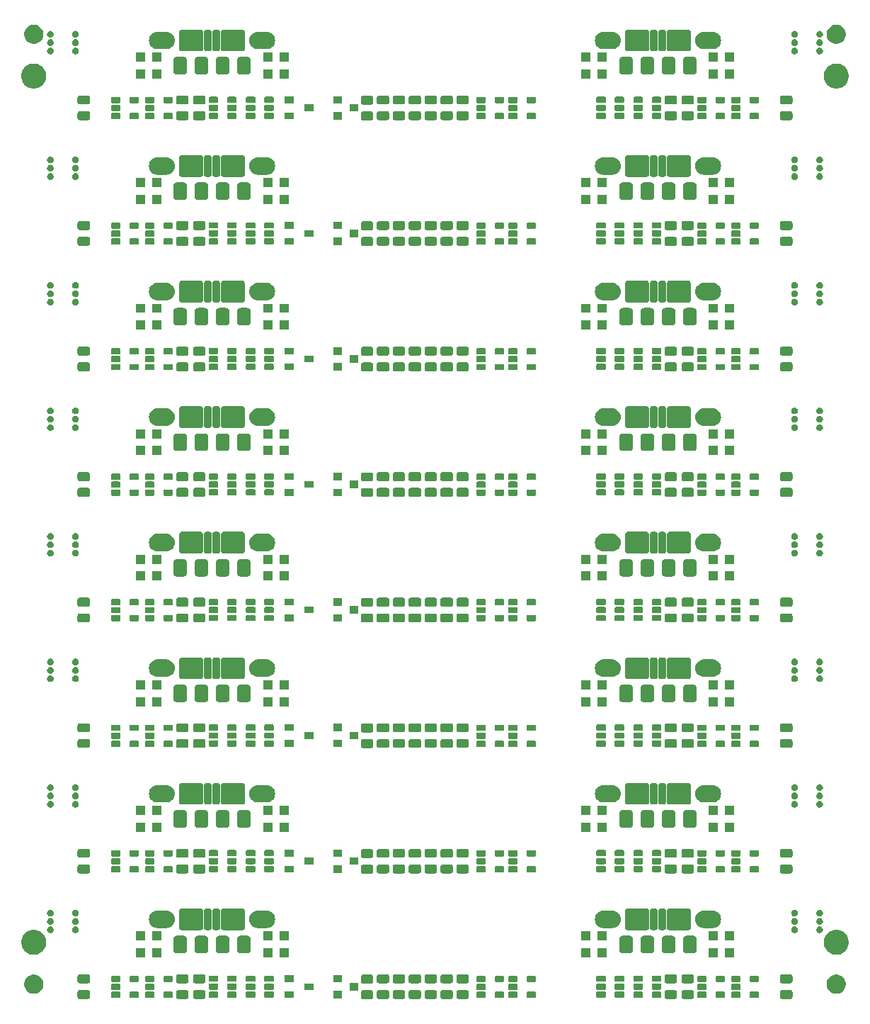
<source format=gbr>
G04 #@! TF.GenerationSoftware,KiCad,Pcbnew,(5.1.2)-2*
G04 #@! TF.CreationDate,2020-06-09T17:36:25+02:00*
G04 #@! TF.ProjectId,INTERFACE,494e5445-5246-4414-9345-2e6b69636164,rev?*
G04 #@! TF.SameCoordinates,Original*
G04 #@! TF.FileFunction,Soldermask,Top*
G04 #@! TF.FilePolarity,Negative*
%FSLAX46Y46*%
G04 Gerber Fmt 4.6, Leading zero omitted, Abs format (unit mm)*
G04 Created by KiCad (PCBNEW (5.1.2)-2) date 2020-06-09 17:36:25*
%MOMM*%
%LPD*%
G04 APERTURE LIST*
%ADD10C,0.100000*%
G04 APERTURE END LIST*
D10*
G36*
X92415120Y-111731434D02*
G01*
X92463079Y-111745982D01*
X92507268Y-111769601D01*
X92546007Y-111801393D01*
X92577799Y-111840132D01*
X92601418Y-111884321D01*
X92615966Y-111932280D01*
X92621000Y-111983383D01*
X92621000Y-112542417D01*
X92615966Y-112593520D01*
X92601418Y-112641479D01*
X92577799Y-112685668D01*
X92546007Y-112724407D01*
X92507268Y-112756199D01*
X92463079Y-112779818D01*
X92415120Y-112794366D01*
X92364017Y-112799400D01*
X91379983Y-112799400D01*
X91328880Y-112794366D01*
X91280921Y-112779818D01*
X91236732Y-112756199D01*
X91197993Y-112724407D01*
X91166201Y-112685668D01*
X91142582Y-112641479D01*
X91128034Y-112593520D01*
X91123000Y-112542417D01*
X91123000Y-111983383D01*
X91128034Y-111932280D01*
X91142582Y-111884321D01*
X91166201Y-111840132D01*
X91197993Y-111801393D01*
X91236732Y-111769601D01*
X91280921Y-111745982D01*
X91328880Y-111731434D01*
X91379983Y-111726400D01*
X92364017Y-111726400D01*
X92415120Y-111731434D01*
X92415120Y-111731434D01*
G37*
G36*
X130769120Y-111709034D02*
G01*
X130817079Y-111723582D01*
X130861268Y-111747201D01*
X130900007Y-111778993D01*
X130931799Y-111817732D01*
X130955418Y-111861921D01*
X130969966Y-111909880D01*
X130975000Y-111960983D01*
X130975000Y-112520017D01*
X130969966Y-112571120D01*
X130955418Y-112619079D01*
X130931799Y-112663268D01*
X130900007Y-112702007D01*
X130861268Y-112733799D01*
X130817079Y-112757418D01*
X130769120Y-112771966D01*
X130718017Y-112777000D01*
X129733983Y-112777000D01*
X129682880Y-112771966D01*
X129634921Y-112757418D01*
X129590732Y-112733799D01*
X129551993Y-112702007D01*
X129520201Y-112663268D01*
X129496582Y-112619079D01*
X129482034Y-112571120D01*
X129477000Y-112520017D01*
X129477000Y-111960983D01*
X129482034Y-111909880D01*
X129496582Y-111861921D01*
X129520201Y-111817732D01*
X129551993Y-111778993D01*
X129590732Y-111747201D01*
X129634921Y-111723582D01*
X129682880Y-111709034D01*
X129733983Y-111704000D01*
X130718017Y-111704000D01*
X130769120Y-111709034D01*
X130769120Y-111709034D01*
G37*
G36*
X72349120Y-111709034D02*
G01*
X72397079Y-111723582D01*
X72441268Y-111747201D01*
X72480007Y-111778993D01*
X72511799Y-111817732D01*
X72535418Y-111861921D01*
X72549966Y-111909880D01*
X72555000Y-111960983D01*
X72555000Y-112520017D01*
X72549966Y-112571120D01*
X72535418Y-112619079D01*
X72511799Y-112663268D01*
X72480007Y-112702007D01*
X72441268Y-112733799D01*
X72397079Y-112757418D01*
X72349120Y-112771966D01*
X72298017Y-112777000D01*
X71313983Y-112777000D01*
X71262880Y-112771966D01*
X71214921Y-112757418D01*
X71170732Y-112733799D01*
X71131993Y-112702007D01*
X71100201Y-112663268D01*
X71076582Y-112619079D01*
X71062034Y-112571120D01*
X71057000Y-112520017D01*
X71057000Y-111960983D01*
X71062034Y-111909880D01*
X71076582Y-111861921D01*
X71100201Y-111817732D01*
X71131993Y-111778993D01*
X71170732Y-111747201D01*
X71214921Y-111723582D01*
X71262880Y-111709034D01*
X71313983Y-111704000D01*
X72298017Y-111704000D01*
X72349120Y-111709034D01*
X72349120Y-111709034D01*
G37*
G36*
X128737120Y-111709034D02*
G01*
X128785079Y-111723582D01*
X128829268Y-111747201D01*
X128868007Y-111778993D01*
X128899799Y-111817732D01*
X128923418Y-111861921D01*
X128937966Y-111909880D01*
X128943000Y-111960983D01*
X128943000Y-112520017D01*
X128937966Y-112571120D01*
X128923418Y-112619079D01*
X128899799Y-112663268D01*
X128868007Y-112702007D01*
X128829268Y-112733799D01*
X128785079Y-112757418D01*
X128737120Y-112771966D01*
X128686017Y-112777000D01*
X127701983Y-112777000D01*
X127650880Y-112771966D01*
X127602921Y-112757418D01*
X127558732Y-112733799D01*
X127519993Y-112702007D01*
X127488201Y-112663268D01*
X127464582Y-112619079D01*
X127450034Y-112571120D01*
X127445000Y-112520017D01*
X127445000Y-111960983D01*
X127450034Y-111909880D01*
X127464582Y-111861921D01*
X127488201Y-111817732D01*
X127519993Y-111778993D01*
X127558732Y-111747201D01*
X127602921Y-111723582D01*
X127650880Y-111709034D01*
X127701983Y-111704000D01*
X128686017Y-111704000D01*
X128737120Y-111709034D01*
X128737120Y-111709034D01*
G37*
G36*
X70317120Y-111709034D02*
G01*
X70365079Y-111723582D01*
X70409268Y-111747201D01*
X70448007Y-111778993D01*
X70479799Y-111817732D01*
X70503418Y-111861921D01*
X70517966Y-111909880D01*
X70523000Y-111960983D01*
X70523000Y-112520017D01*
X70517966Y-112571120D01*
X70503418Y-112619079D01*
X70479799Y-112663268D01*
X70448007Y-112702007D01*
X70409268Y-112733799D01*
X70365079Y-112757418D01*
X70317120Y-112771966D01*
X70266017Y-112777000D01*
X69281983Y-112777000D01*
X69230880Y-112771966D01*
X69182921Y-112757418D01*
X69138732Y-112733799D01*
X69099993Y-112702007D01*
X69068201Y-112663268D01*
X69044582Y-112619079D01*
X69030034Y-112571120D01*
X69025000Y-112520017D01*
X69025000Y-111960983D01*
X69030034Y-111909880D01*
X69044582Y-111861921D01*
X69068201Y-111817732D01*
X69099993Y-111778993D01*
X69138732Y-111747201D01*
X69182921Y-111723582D01*
X69230880Y-111709034D01*
X69281983Y-111704000D01*
X70266017Y-111704000D01*
X70317120Y-111709034D01*
X70317120Y-111709034D01*
G37*
G36*
X96225120Y-111706034D02*
G01*
X96273079Y-111720582D01*
X96317268Y-111744201D01*
X96356007Y-111775993D01*
X96387799Y-111814732D01*
X96411418Y-111858921D01*
X96425966Y-111906880D01*
X96431000Y-111957983D01*
X96431000Y-112517017D01*
X96425966Y-112568120D01*
X96411418Y-112616079D01*
X96387799Y-112660268D01*
X96356007Y-112699007D01*
X96317268Y-112730799D01*
X96273079Y-112754418D01*
X96225120Y-112768966D01*
X96174017Y-112774000D01*
X95189983Y-112774000D01*
X95138880Y-112768966D01*
X95090921Y-112754418D01*
X95046732Y-112730799D01*
X95007993Y-112699007D01*
X94976201Y-112660268D01*
X94952582Y-112616079D01*
X94938034Y-112568120D01*
X94933000Y-112517017D01*
X94933000Y-111957983D01*
X94938034Y-111906880D01*
X94952582Y-111858921D01*
X94976201Y-111814732D01*
X95007993Y-111775993D01*
X95046732Y-111744201D01*
X95090921Y-111720582D01*
X95138880Y-111706034D01*
X95189983Y-111701000D01*
X96174017Y-111701000D01*
X96225120Y-111706034D01*
X96225120Y-111706034D01*
G37*
G36*
X101940120Y-111706034D02*
G01*
X101988079Y-111720582D01*
X102032268Y-111744201D01*
X102071007Y-111775993D01*
X102102799Y-111814732D01*
X102126418Y-111858921D01*
X102140966Y-111906880D01*
X102146000Y-111957983D01*
X102146000Y-112517017D01*
X102140966Y-112568120D01*
X102126418Y-112616079D01*
X102102799Y-112660268D01*
X102071007Y-112699007D01*
X102032268Y-112730799D01*
X101988079Y-112754418D01*
X101940120Y-112768966D01*
X101889017Y-112774000D01*
X100904983Y-112774000D01*
X100853880Y-112768966D01*
X100805921Y-112754418D01*
X100761732Y-112730799D01*
X100722993Y-112699007D01*
X100691201Y-112660268D01*
X100667582Y-112616079D01*
X100653034Y-112568120D01*
X100648000Y-112517017D01*
X100648000Y-111957983D01*
X100653034Y-111906880D01*
X100667582Y-111858921D01*
X100691201Y-111814732D01*
X100722993Y-111775993D01*
X100761732Y-111744201D01*
X100805921Y-111720582D01*
X100853880Y-111706034D01*
X100904983Y-111701000D01*
X101889017Y-111701000D01*
X101940120Y-111706034D01*
X101940120Y-111706034D01*
G37*
G36*
X94320120Y-111706034D02*
G01*
X94368079Y-111720582D01*
X94412268Y-111744201D01*
X94451007Y-111775993D01*
X94482799Y-111814732D01*
X94506418Y-111858921D01*
X94520966Y-111906880D01*
X94526000Y-111957983D01*
X94526000Y-112517017D01*
X94520966Y-112568120D01*
X94506418Y-112616079D01*
X94482799Y-112660268D01*
X94451007Y-112699007D01*
X94412268Y-112730799D01*
X94368079Y-112754418D01*
X94320120Y-112768966D01*
X94269017Y-112774000D01*
X93284983Y-112774000D01*
X93233880Y-112768966D01*
X93185921Y-112754418D01*
X93141732Y-112730799D01*
X93102993Y-112699007D01*
X93071201Y-112660268D01*
X93047582Y-112616079D01*
X93033034Y-112568120D01*
X93028000Y-112517017D01*
X93028000Y-111957983D01*
X93033034Y-111906880D01*
X93047582Y-111858921D01*
X93071201Y-111814732D01*
X93102993Y-111775993D01*
X93141732Y-111744201D01*
X93185921Y-111720582D01*
X93233880Y-111706034D01*
X93284983Y-111701000D01*
X94269017Y-111701000D01*
X94320120Y-111706034D01*
X94320120Y-111706034D01*
G37*
G36*
X98130120Y-111706034D02*
G01*
X98178079Y-111720582D01*
X98222268Y-111744201D01*
X98261007Y-111775993D01*
X98292799Y-111814732D01*
X98316418Y-111858921D01*
X98330966Y-111906880D01*
X98336000Y-111957983D01*
X98336000Y-112517017D01*
X98330966Y-112568120D01*
X98316418Y-112616079D01*
X98292799Y-112660268D01*
X98261007Y-112699007D01*
X98222268Y-112730799D01*
X98178079Y-112754418D01*
X98130120Y-112768966D01*
X98079017Y-112774000D01*
X97094983Y-112774000D01*
X97043880Y-112768966D01*
X96995921Y-112754418D01*
X96951732Y-112730799D01*
X96912993Y-112699007D01*
X96881201Y-112660268D01*
X96857582Y-112616079D01*
X96843034Y-112568120D01*
X96838000Y-112517017D01*
X96838000Y-111957983D01*
X96843034Y-111906880D01*
X96857582Y-111858921D01*
X96881201Y-111814732D01*
X96912993Y-111775993D01*
X96951732Y-111744201D01*
X96995921Y-111720582D01*
X97043880Y-111706034D01*
X97094983Y-111701000D01*
X98079017Y-111701000D01*
X98130120Y-111706034D01*
X98130120Y-111706034D01*
G37*
G36*
X103845120Y-111706034D02*
G01*
X103893079Y-111720582D01*
X103937268Y-111744201D01*
X103976007Y-111775993D01*
X104007799Y-111814732D01*
X104031418Y-111858921D01*
X104045966Y-111906880D01*
X104051000Y-111957983D01*
X104051000Y-112517017D01*
X104045966Y-112568120D01*
X104031418Y-112616079D01*
X104007799Y-112660268D01*
X103976007Y-112699007D01*
X103937268Y-112730799D01*
X103893079Y-112754418D01*
X103845120Y-112768966D01*
X103794017Y-112774000D01*
X102809983Y-112774000D01*
X102758880Y-112768966D01*
X102710921Y-112754418D01*
X102666732Y-112730799D01*
X102627993Y-112699007D01*
X102596201Y-112660268D01*
X102572582Y-112616079D01*
X102558034Y-112568120D01*
X102553000Y-112517017D01*
X102553000Y-111957983D01*
X102558034Y-111906880D01*
X102572582Y-111858921D01*
X102596201Y-111814732D01*
X102627993Y-111775993D01*
X102666732Y-111744201D01*
X102710921Y-111720582D01*
X102758880Y-111706034D01*
X102809983Y-111701000D01*
X103794017Y-111701000D01*
X103845120Y-111706034D01*
X103845120Y-111706034D01*
G37*
G36*
X142554720Y-111706034D02*
G01*
X142602679Y-111720582D01*
X142646868Y-111744201D01*
X142685607Y-111775993D01*
X142717399Y-111814732D01*
X142741018Y-111858921D01*
X142755566Y-111906880D01*
X142760600Y-111957983D01*
X142760600Y-112517017D01*
X142755566Y-112568120D01*
X142741018Y-112616079D01*
X142717399Y-112660268D01*
X142685607Y-112699007D01*
X142646868Y-112730799D01*
X142602679Y-112754418D01*
X142554720Y-112768966D01*
X142503617Y-112774000D01*
X141519583Y-112774000D01*
X141468480Y-112768966D01*
X141420521Y-112754418D01*
X141376332Y-112730799D01*
X141337593Y-112699007D01*
X141305801Y-112660268D01*
X141282182Y-112616079D01*
X141267634Y-112568120D01*
X141262600Y-112517017D01*
X141262600Y-111957983D01*
X141267634Y-111906880D01*
X141282182Y-111858921D01*
X141305801Y-111814732D01*
X141337593Y-111775993D01*
X141376332Y-111744201D01*
X141420521Y-111720582D01*
X141468480Y-111706034D01*
X141519583Y-111701000D01*
X142503617Y-111701000D01*
X142554720Y-111706034D01*
X142554720Y-111706034D01*
G37*
G36*
X58531520Y-111706034D02*
G01*
X58579479Y-111720582D01*
X58623668Y-111744201D01*
X58662407Y-111775993D01*
X58694199Y-111814732D01*
X58717818Y-111858921D01*
X58732366Y-111906880D01*
X58737400Y-111957983D01*
X58737400Y-112517017D01*
X58732366Y-112568120D01*
X58717818Y-112616079D01*
X58694199Y-112660268D01*
X58662407Y-112699007D01*
X58623668Y-112730799D01*
X58579479Y-112754418D01*
X58531520Y-112768966D01*
X58480417Y-112774000D01*
X57496383Y-112774000D01*
X57445280Y-112768966D01*
X57397321Y-112754418D01*
X57353132Y-112730799D01*
X57314393Y-112699007D01*
X57282601Y-112660268D01*
X57258982Y-112616079D01*
X57244434Y-112568120D01*
X57239400Y-112517017D01*
X57239400Y-111957983D01*
X57244434Y-111906880D01*
X57258982Y-111858921D01*
X57282601Y-111814732D01*
X57314393Y-111775993D01*
X57353132Y-111744201D01*
X57397321Y-111720582D01*
X57445280Y-111706034D01*
X57496383Y-111701000D01*
X58480417Y-111701000D01*
X58531520Y-111706034D01*
X58531520Y-111706034D01*
G37*
G36*
X100035120Y-111706034D02*
G01*
X100083079Y-111720582D01*
X100127268Y-111744201D01*
X100166007Y-111775993D01*
X100197799Y-111814732D01*
X100221418Y-111858921D01*
X100235966Y-111906880D01*
X100241000Y-111957983D01*
X100241000Y-112517017D01*
X100235966Y-112568120D01*
X100221418Y-112616079D01*
X100197799Y-112660268D01*
X100166007Y-112699007D01*
X100127268Y-112730799D01*
X100083079Y-112754418D01*
X100035120Y-112768966D01*
X99984017Y-112774000D01*
X98999983Y-112774000D01*
X98948880Y-112768966D01*
X98900921Y-112754418D01*
X98856732Y-112730799D01*
X98817993Y-112699007D01*
X98786201Y-112660268D01*
X98762582Y-112616079D01*
X98748034Y-112568120D01*
X98743000Y-112517017D01*
X98743000Y-111957983D01*
X98748034Y-111906880D01*
X98762582Y-111858921D01*
X98786201Y-111814732D01*
X98817993Y-111775993D01*
X98856732Y-111744201D01*
X98900921Y-111720582D01*
X98948880Y-111706034D01*
X98999983Y-111701000D01*
X99984017Y-111701000D01*
X100035120Y-111706034D01*
X100035120Y-111706034D01*
G37*
G36*
X88831000Y-112699000D02*
G01*
X87833000Y-112699000D01*
X87833000Y-111801000D01*
X88831000Y-111801000D01*
X88831000Y-112699000D01*
X88831000Y-112699000D01*
G37*
G36*
X138622519Y-111904872D02*
G01*
X138655233Y-111914796D01*
X138685383Y-111930911D01*
X138711805Y-111952595D01*
X138733489Y-111979017D01*
X138749604Y-112009167D01*
X138759528Y-112041881D01*
X138763000Y-112077132D01*
X138763000Y-112473668D01*
X138759528Y-112508919D01*
X138749604Y-112541633D01*
X138733489Y-112571783D01*
X138711805Y-112598205D01*
X138685383Y-112619889D01*
X138655233Y-112636004D01*
X138622519Y-112645928D01*
X138587268Y-112649400D01*
X137780732Y-112649400D01*
X137745481Y-112645928D01*
X137712767Y-112636004D01*
X137682617Y-112619889D01*
X137656195Y-112598205D01*
X137634511Y-112571783D01*
X137618396Y-112541633D01*
X137608472Y-112508919D01*
X137605000Y-112473668D01*
X137605000Y-112077132D01*
X137608472Y-112041881D01*
X137618396Y-112009167D01*
X137634511Y-111979017D01*
X137656195Y-111952595D01*
X137682617Y-111930911D01*
X137712767Y-111914796D01*
X137745481Y-111904872D01*
X137780732Y-111901400D01*
X138587268Y-111901400D01*
X138622519Y-111904872D01*
X138622519Y-111904872D01*
G37*
G36*
X68518519Y-111904872D02*
G01*
X68551233Y-111914796D01*
X68581383Y-111930911D01*
X68607805Y-111952595D01*
X68629489Y-111979017D01*
X68645604Y-112009167D01*
X68655528Y-112041881D01*
X68659000Y-112077132D01*
X68659000Y-112473668D01*
X68655528Y-112508919D01*
X68645604Y-112541633D01*
X68629489Y-112571783D01*
X68607805Y-112598205D01*
X68581383Y-112619889D01*
X68551233Y-112636004D01*
X68518519Y-112645928D01*
X68483268Y-112649400D01*
X67676732Y-112649400D01*
X67641481Y-112645928D01*
X67608767Y-112636004D01*
X67578617Y-112619889D01*
X67552195Y-112598205D01*
X67530511Y-112571783D01*
X67514396Y-112541633D01*
X67504472Y-112508919D01*
X67501000Y-112473668D01*
X67501000Y-112077132D01*
X67504472Y-112041881D01*
X67514396Y-112009167D01*
X67530511Y-111979017D01*
X67552195Y-111952595D01*
X67578617Y-111930911D01*
X67608767Y-111914796D01*
X67641481Y-111904872D01*
X67676732Y-111901400D01*
X68483268Y-111901400D01*
X68518519Y-111904872D01*
X68518519Y-111904872D01*
G37*
G36*
X66318519Y-111904872D02*
G01*
X66351233Y-111914796D01*
X66381383Y-111930911D01*
X66407805Y-111952595D01*
X66429489Y-111979017D01*
X66445604Y-112009167D01*
X66455528Y-112041881D01*
X66459000Y-112077132D01*
X66459000Y-112473668D01*
X66455528Y-112508919D01*
X66445604Y-112541633D01*
X66429489Y-112571783D01*
X66407805Y-112598205D01*
X66381383Y-112619889D01*
X66351233Y-112636004D01*
X66318519Y-112645928D01*
X66283268Y-112649400D01*
X65476732Y-112649400D01*
X65441481Y-112645928D01*
X65408767Y-112636004D01*
X65378617Y-112619889D01*
X65352195Y-112598205D01*
X65330511Y-112571783D01*
X65314396Y-112541633D01*
X65304472Y-112508919D01*
X65301000Y-112473668D01*
X65301000Y-112077132D01*
X65304472Y-112041881D01*
X65314396Y-112009167D01*
X65330511Y-111979017D01*
X65352195Y-111952595D01*
X65378617Y-111930911D01*
X65408767Y-111914796D01*
X65441481Y-111904872D01*
X65476732Y-111901400D01*
X66283268Y-111901400D01*
X66318519Y-111904872D01*
X66318519Y-111904872D01*
G37*
G36*
X136422519Y-111904872D02*
G01*
X136455233Y-111914796D01*
X136485383Y-111930911D01*
X136511805Y-111952595D01*
X136533489Y-111979017D01*
X136549604Y-112009167D01*
X136559528Y-112041881D01*
X136563000Y-112077132D01*
X136563000Y-112473668D01*
X136559528Y-112508919D01*
X136549604Y-112541633D01*
X136533489Y-112571783D01*
X136511805Y-112598205D01*
X136485383Y-112619889D01*
X136455233Y-112636004D01*
X136422519Y-112645928D01*
X136387268Y-112649400D01*
X135580732Y-112649400D01*
X135545481Y-112645928D01*
X135512767Y-112636004D01*
X135482617Y-112619889D01*
X135456195Y-112598205D01*
X135434511Y-112571783D01*
X135418396Y-112541633D01*
X135408472Y-112508919D01*
X135405000Y-112473668D01*
X135405000Y-112077132D01*
X135408472Y-112041881D01*
X135418396Y-112009167D01*
X135434511Y-111979017D01*
X135456195Y-111952595D01*
X135482617Y-111930911D01*
X135512767Y-111914796D01*
X135545481Y-111904872D01*
X135580732Y-111901400D01*
X136387268Y-111901400D01*
X136422519Y-111904872D01*
X136422519Y-111904872D01*
G37*
G36*
X134558519Y-111904872D02*
G01*
X134591233Y-111914796D01*
X134621383Y-111930911D01*
X134647805Y-111952595D01*
X134669489Y-111979017D01*
X134685604Y-112009167D01*
X134695528Y-112041881D01*
X134699000Y-112077132D01*
X134699000Y-112473668D01*
X134695528Y-112508919D01*
X134685604Y-112541633D01*
X134669489Y-112571783D01*
X134647805Y-112598205D01*
X134621383Y-112619889D01*
X134591233Y-112636004D01*
X134558519Y-112645928D01*
X134523268Y-112649400D01*
X133716732Y-112649400D01*
X133681481Y-112645928D01*
X133648767Y-112636004D01*
X133618617Y-112619889D01*
X133592195Y-112598205D01*
X133570511Y-112571783D01*
X133554396Y-112541633D01*
X133544472Y-112508919D01*
X133541000Y-112473668D01*
X133541000Y-112077132D01*
X133544472Y-112041881D01*
X133554396Y-112009167D01*
X133570511Y-111979017D01*
X133592195Y-111952595D01*
X133618617Y-111930911D01*
X133648767Y-111914796D01*
X133681481Y-111904872D01*
X133716732Y-111901400D01*
X134523268Y-111901400D01*
X134558519Y-111904872D01*
X134558519Y-111904872D01*
G37*
G36*
X108142519Y-111904872D02*
G01*
X108175233Y-111914796D01*
X108205383Y-111930911D01*
X108231805Y-111952595D01*
X108253489Y-111979017D01*
X108269604Y-112009167D01*
X108279528Y-112041881D01*
X108283000Y-112077132D01*
X108283000Y-112473668D01*
X108279528Y-112508919D01*
X108269604Y-112541633D01*
X108253489Y-112571783D01*
X108231805Y-112598205D01*
X108205383Y-112619889D01*
X108175233Y-112636004D01*
X108142519Y-112645928D01*
X108107268Y-112649400D01*
X107300732Y-112649400D01*
X107265481Y-112645928D01*
X107232767Y-112636004D01*
X107202617Y-112619889D01*
X107176195Y-112598205D01*
X107154511Y-112571783D01*
X107138396Y-112541633D01*
X107128472Y-112508919D01*
X107125000Y-112473668D01*
X107125000Y-112077132D01*
X107128472Y-112041881D01*
X107138396Y-112009167D01*
X107154511Y-111979017D01*
X107176195Y-111952595D01*
X107202617Y-111930911D01*
X107232767Y-111914796D01*
X107265481Y-111904872D01*
X107300732Y-111901400D01*
X108107268Y-111901400D01*
X108142519Y-111904872D01*
X108142519Y-111904872D01*
G37*
G36*
X64454519Y-111904872D02*
G01*
X64487233Y-111914796D01*
X64517383Y-111930911D01*
X64543805Y-111952595D01*
X64565489Y-111979017D01*
X64581604Y-112009167D01*
X64591528Y-112041881D01*
X64595000Y-112077132D01*
X64595000Y-112473668D01*
X64591528Y-112508919D01*
X64581604Y-112541633D01*
X64565489Y-112571783D01*
X64543805Y-112598205D01*
X64517383Y-112619889D01*
X64487233Y-112636004D01*
X64454519Y-112645928D01*
X64419268Y-112649400D01*
X63612732Y-112649400D01*
X63577481Y-112645928D01*
X63544767Y-112636004D01*
X63514617Y-112619889D01*
X63488195Y-112598205D01*
X63466511Y-112571783D01*
X63450396Y-112541633D01*
X63440472Y-112508919D01*
X63437000Y-112473668D01*
X63437000Y-112077132D01*
X63440472Y-112041881D01*
X63450396Y-112009167D01*
X63466511Y-111979017D01*
X63488195Y-111952595D01*
X63514617Y-111930911D01*
X63544767Y-111914796D01*
X63577481Y-111904872D01*
X63612732Y-111901400D01*
X64419268Y-111901400D01*
X64454519Y-111904872D01*
X64454519Y-111904872D01*
G37*
G36*
X105942519Y-111904872D02*
G01*
X105975233Y-111914796D01*
X106005383Y-111930911D01*
X106031805Y-111952595D01*
X106053489Y-111979017D01*
X106069604Y-112009167D01*
X106079528Y-112041881D01*
X106083000Y-112077132D01*
X106083000Y-112473668D01*
X106079528Y-112508919D01*
X106069604Y-112541633D01*
X106053489Y-112571783D01*
X106031805Y-112598205D01*
X106005383Y-112619889D01*
X105975233Y-112636004D01*
X105942519Y-112645928D01*
X105907268Y-112649400D01*
X105100732Y-112649400D01*
X105065481Y-112645928D01*
X105032767Y-112636004D01*
X105002617Y-112619889D01*
X104976195Y-112598205D01*
X104954511Y-112571783D01*
X104938396Y-112541633D01*
X104928472Y-112508919D01*
X104925000Y-112473668D01*
X104925000Y-112077132D01*
X104928472Y-112041881D01*
X104938396Y-112009167D01*
X104954511Y-111979017D01*
X104976195Y-111952595D01*
X105002617Y-111930911D01*
X105032767Y-111914796D01*
X105065481Y-111904872D01*
X105100732Y-111901400D01*
X105907268Y-111901400D01*
X105942519Y-111904872D01*
X105942519Y-111904872D01*
G37*
G36*
X111952519Y-111904872D02*
G01*
X111985233Y-111914796D01*
X112015383Y-111930911D01*
X112041805Y-111952595D01*
X112063489Y-111979017D01*
X112079604Y-112009167D01*
X112089528Y-112041881D01*
X112093000Y-112077132D01*
X112093000Y-112473668D01*
X112089528Y-112508919D01*
X112079604Y-112541633D01*
X112063489Y-112571783D01*
X112041805Y-112598205D01*
X112015383Y-112619889D01*
X111985233Y-112636004D01*
X111952519Y-112645928D01*
X111917268Y-112649400D01*
X111110732Y-112649400D01*
X111075481Y-112645928D01*
X111042767Y-112636004D01*
X111012617Y-112619889D01*
X110986195Y-112598205D01*
X110964511Y-112571783D01*
X110948396Y-112541633D01*
X110938472Y-112508919D01*
X110935000Y-112473668D01*
X110935000Y-112077132D01*
X110938472Y-112041881D01*
X110948396Y-112009167D01*
X110964511Y-111979017D01*
X110986195Y-111952595D01*
X111012617Y-111930911D01*
X111042767Y-111914796D01*
X111075481Y-111904872D01*
X111110732Y-111901400D01*
X111917268Y-111901400D01*
X111952519Y-111904872D01*
X111952519Y-111904872D01*
G37*
G36*
X132358519Y-111904872D02*
G01*
X132391233Y-111914796D01*
X132421383Y-111930911D01*
X132447805Y-111952595D01*
X132469489Y-111979017D01*
X132485604Y-112009167D01*
X132495528Y-112041881D01*
X132499000Y-112077132D01*
X132499000Y-112473668D01*
X132495528Y-112508919D01*
X132485604Y-112541633D01*
X132469489Y-112571783D01*
X132447805Y-112598205D01*
X132421383Y-112619889D01*
X132391233Y-112636004D01*
X132358519Y-112645928D01*
X132323268Y-112649400D01*
X131516732Y-112649400D01*
X131481481Y-112645928D01*
X131448767Y-112636004D01*
X131418617Y-112619889D01*
X131392195Y-112598205D01*
X131370511Y-112571783D01*
X131354396Y-112541633D01*
X131344472Y-112508919D01*
X131341000Y-112473668D01*
X131341000Y-112077132D01*
X131344472Y-112041881D01*
X131354396Y-112009167D01*
X131370511Y-111979017D01*
X131392195Y-111952595D01*
X131418617Y-111930911D01*
X131448767Y-111914796D01*
X131481481Y-111904872D01*
X131516732Y-111901400D01*
X132323268Y-111901400D01*
X132358519Y-111904872D01*
X132358519Y-111904872D01*
G37*
G36*
X62254519Y-111904872D02*
G01*
X62287233Y-111914796D01*
X62317383Y-111930911D01*
X62343805Y-111952595D01*
X62365489Y-111979017D01*
X62381604Y-112009167D01*
X62391528Y-112041881D01*
X62395000Y-112077132D01*
X62395000Y-112473668D01*
X62391528Y-112508919D01*
X62381604Y-112541633D01*
X62365489Y-112571783D01*
X62343805Y-112598205D01*
X62317383Y-112619889D01*
X62287233Y-112636004D01*
X62254519Y-112645928D01*
X62219268Y-112649400D01*
X61412732Y-112649400D01*
X61377481Y-112645928D01*
X61344767Y-112636004D01*
X61314617Y-112619889D01*
X61288195Y-112598205D01*
X61266511Y-112571783D01*
X61250396Y-112541633D01*
X61240472Y-112508919D01*
X61237000Y-112473668D01*
X61237000Y-112077132D01*
X61240472Y-112041881D01*
X61250396Y-112009167D01*
X61266511Y-111979017D01*
X61288195Y-111952595D01*
X61314617Y-111930911D01*
X61344767Y-111914796D01*
X61377481Y-111904872D01*
X61412732Y-111901400D01*
X62219268Y-111901400D01*
X62254519Y-111904872D01*
X62254519Y-111904872D01*
G37*
G36*
X109752519Y-111904872D02*
G01*
X109785233Y-111914796D01*
X109815383Y-111930911D01*
X109841805Y-111952595D01*
X109863489Y-111979017D01*
X109879604Y-112009167D01*
X109889528Y-112041881D01*
X109893000Y-112077132D01*
X109893000Y-112473668D01*
X109889528Y-112508919D01*
X109879604Y-112541633D01*
X109863489Y-112571783D01*
X109841805Y-112598205D01*
X109815383Y-112619889D01*
X109785233Y-112636004D01*
X109752519Y-112645928D01*
X109717268Y-112649400D01*
X108910732Y-112649400D01*
X108875481Y-112645928D01*
X108842767Y-112636004D01*
X108812617Y-112619889D01*
X108786195Y-112598205D01*
X108764511Y-112571783D01*
X108748396Y-112541633D01*
X108738472Y-112508919D01*
X108735000Y-112473668D01*
X108735000Y-112077132D01*
X108738472Y-112041881D01*
X108748396Y-112009167D01*
X108764511Y-111979017D01*
X108786195Y-111952595D01*
X108812617Y-111930911D01*
X108842767Y-111914796D01*
X108875481Y-111904872D01*
X108910732Y-111901400D01*
X109717268Y-111901400D01*
X109752519Y-111904872D01*
X109752519Y-111904872D01*
G37*
G36*
X83093000Y-112649000D02*
G01*
X81995000Y-112649000D01*
X81995000Y-111851000D01*
X83093000Y-111851000D01*
X83093000Y-112649000D01*
X83093000Y-112649000D01*
G37*
G36*
X78383519Y-111879472D02*
G01*
X78416233Y-111889396D01*
X78446383Y-111905511D01*
X78472805Y-111927195D01*
X78494489Y-111953617D01*
X78510604Y-111983767D01*
X78520528Y-112016481D01*
X78524000Y-112051732D01*
X78524000Y-112448268D01*
X78520528Y-112483519D01*
X78510604Y-112516233D01*
X78494489Y-112546383D01*
X78472805Y-112572805D01*
X78446383Y-112594489D01*
X78416233Y-112610604D01*
X78383519Y-112620528D01*
X78348268Y-112624000D01*
X77541732Y-112624000D01*
X77506481Y-112620528D01*
X77473767Y-112610604D01*
X77443617Y-112594489D01*
X77417195Y-112572805D01*
X77395511Y-112546383D01*
X77379396Y-112516233D01*
X77369472Y-112483519D01*
X77366000Y-112448268D01*
X77366000Y-112051732D01*
X77369472Y-112016481D01*
X77379396Y-111983767D01*
X77395511Y-111953617D01*
X77417195Y-111927195D01*
X77443617Y-111905511D01*
X77473767Y-111889396D01*
X77506481Y-111879472D01*
X77541732Y-111876000D01*
X78348268Y-111876000D01*
X78383519Y-111879472D01*
X78383519Y-111879472D01*
G37*
G36*
X120293519Y-111879472D02*
G01*
X120326233Y-111889396D01*
X120356383Y-111905511D01*
X120382805Y-111927195D01*
X120404489Y-111953617D01*
X120420604Y-111983767D01*
X120430528Y-112016481D01*
X120434000Y-112051732D01*
X120434000Y-112448268D01*
X120430528Y-112483519D01*
X120420604Y-112516233D01*
X120404489Y-112546383D01*
X120382805Y-112572805D01*
X120356383Y-112594489D01*
X120326233Y-112610604D01*
X120293519Y-112620528D01*
X120258268Y-112624000D01*
X119451732Y-112624000D01*
X119416481Y-112620528D01*
X119383767Y-112610604D01*
X119353617Y-112594489D01*
X119327195Y-112572805D01*
X119305511Y-112546383D01*
X119289396Y-112516233D01*
X119279472Y-112483519D01*
X119276000Y-112448268D01*
X119276000Y-112051732D01*
X119279472Y-112016481D01*
X119289396Y-111983767D01*
X119305511Y-111953617D01*
X119327195Y-111927195D01*
X119353617Y-111905511D01*
X119383767Y-111889396D01*
X119416481Y-111879472D01*
X119451732Y-111876000D01*
X120258268Y-111876000D01*
X120293519Y-111879472D01*
X120293519Y-111879472D01*
G37*
G36*
X122493519Y-111879472D02*
G01*
X122526233Y-111889396D01*
X122556383Y-111905511D01*
X122582805Y-111927195D01*
X122604489Y-111953617D01*
X122620604Y-111983767D01*
X122630528Y-112016481D01*
X122634000Y-112051732D01*
X122634000Y-112448268D01*
X122630528Y-112483519D01*
X122620604Y-112516233D01*
X122604489Y-112546383D01*
X122582805Y-112572805D01*
X122556383Y-112594489D01*
X122526233Y-112610604D01*
X122493519Y-112620528D01*
X122458268Y-112624000D01*
X121651732Y-112624000D01*
X121616481Y-112620528D01*
X121583767Y-112610604D01*
X121553617Y-112594489D01*
X121527195Y-112572805D01*
X121505511Y-112546383D01*
X121489396Y-112516233D01*
X121479472Y-112483519D01*
X121476000Y-112448268D01*
X121476000Y-112051732D01*
X121479472Y-112016481D01*
X121489396Y-111983767D01*
X121505511Y-111953617D01*
X121527195Y-111927195D01*
X121553617Y-111905511D01*
X121583767Y-111889396D01*
X121616481Y-111879472D01*
X121651732Y-111876000D01*
X122458268Y-111876000D01*
X122493519Y-111879472D01*
X122493519Y-111879472D01*
G37*
G36*
X124738519Y-111879472D02*
G01*
X124771233Y-111889396D01*
X124801383Y-111905511D01*
X124827805Y-111927195D01*
X124849489Y-111953617D01*
X124865604Y-111983767D01*
X124875528Y-112016481D01*
X124879000Y-112051732D01*
X124879000Y-112448268D01*
X124875528Y-112483519D01*
X124865604Y-112516233D01*
X124849489Y-112546383D01*
X124827805Y-112572805D01*
X124801383Y-112594489D01*
X124771233Y-112610604D01*
X124738519Y-112620528D01*
X124703268Y-112624000D01*
X123896732Y-112624000D01*
X123861481Y-112620528D01*
X123828767Y-112610604D01*
X123798617Y-112594489D01*
X123772195Y-112572805D01*
X123750511Y-112546383D01*
X123734396Y-112516233D01*
X123724472Y-112483519D01*
X123721000Y-112448268D01*
X123721000Y-112051732D01*
X123724472Y-112016481D01*
X123734396Y-111983767D01*
X123750511Y-111953617D01*
X123772195Y-111927195D01*
X123798617Y-111905511D01*
X123828767Y-111889396D01*
X123861481Y-111879472D01*
X123896732Y-111876000D01*
X124703268Y-111876000D01*
X124738519Y-111879472D01*
X124738519Y-111879472D01*
G37*
G36*
X80583519Y-111879472D02*
G01*
X80616233Y-111889396D01*
X80646383Y-111905511D01*
X80672805Y-111927195D01*
X80694489Y-111953617D01*
X80710604Y-111983767D01*
X80720528Y-112016481D01*
X80724000Y-112051732D01*
X80724000Y-112448268D01*
X80720528Y-112483519D01*
X80710604Y-112516233D01*
X80694489Y-112546383D01*
X80672805Y-112572805D01*
X80646383Y-112594489D01*
X80616233Y-112610604D01*
X80583519Y-112620528D01*
X80548268Y-112624000D01*
X79741732Y-112624000D01*
X79706481Y-112620528D01*
X79673767Y-112610604D01*
X79643617Y-112594489D01*
X79617195Y-112572805D01*
X79595511Y-112546383D01*
X79579396Y-112516233D01*
X79569472Y-112483519D01*
X79566000Y-112448268D01*
X79566000Y-112051732D01*
X79569472Y-112016481D01*
X79579396Y-111983767D01*
X79595511Y-111953617D01*
X79617195Y-111927195D01*
X79643617Y-111905511D01*
X79673767Y-111889396D01*
X79706481Y-111879472D01*
X79741732Y-111876000D01*
X80548268Y-111876000D01*
X80583519Y-111879472D01*
X80583519Y-111879472D01*
G37*
G36*
X76138519Y-111879472D02*
G01*
X76171233Y-111889396D01*
X76201383Y-111905511D01*
X76227805Y-111927195D01*
X76249489Y-111953617D01*
X76265604Y-111983767D01*
X76275528Y-112016481D01*
X76279000Y-112051732D01*
X76279000Y-112448268D01*
X76275528Y-112483519D01*
X76265604Y-112516233D01*
X76249489Y-112546383D01*
X76227805Y-112572805D01*
X76201383Y-112594489D01*
X76171233Y-112610604D01*
X76138519Y-112620528D01*
X76103268Y-112624000D01*
X75296732Y-112624000D01*
X75261481Y-112620528D01*
X75228767Y-112610604D01*
X75198617Y-112594489D01*
X75172195Y-112572805D01*
X75150511Y-112546383D01*
X75134396Y-112516233D01*
X75124472Y-112483519D01*
X75121000Y-112448268D01*
X75121000Y-112051732D01*
X75124472Y-112016481D01*
X75134396Y-111983767D01*
X75150511Y-111953617D01*
X75172195Y-111927195D01*
X75198617Y-111905511D01*
X75228767Y-111889396D01*
X75261481Y-111879472D01*
X75296732Y-111876000D01*
X76103268Y-111876000D01*
X76138519Y-111879472D01*
X76138519Y-111879472D01*
G37*
G36*
X73938519Y-111879472D02*
G01*
X73971233Y-111889396D01*
X74001383Y-111905511D01*
X74027805Y-111927195D01*
X74049489Y-111953617D01*
X74065604Y-111983767D01*
X74075528Y-112016481D01*
X74079000Y-112051732D01*
X74079000Y-112448268D01*
X74075528Y-112483519D01*
X74065604Y-112516233D01*
X74049489Y-112546383D01*
X74027805Y-112572805D01*
X74001383Y-112594489D01*
X73971233Y-112610604D01*
X73938519Y-112620528D01*
X73903268Y-112624000D01*
X73096732Y-112624000D01*
X73061481Y-112620528D01*
X73028767Y-112610604D01*
X72998617Y-112594489D01*
X72972195Y-112572805D01*
X72950511Y-112546383D01*
X72934396Y-112516233D01*
X72924472Y-112483519D01*
X72921000Y-112448268D01*
X72921000Y-112051732D01*
X72924472Y-112016481D01*
X72934396Y-111983767D01*
X72950511Y-111953617D01*
X72972195Y-111927195D01*
X72998617Y-111905511D01*
X73028767Y-111889396D01*
X73061481Y-111879472D01*
X73096732Y-111876000D01*
X73903268Y-111876000D01*
X73938519Y-111879472D01*
X73938519Y-111879472D01*
G37*
G36*
X126938519Y-111879472D02*
G01*
X126971233Y-111889396D01*
X127001383Y-111905511D01*
X127027805Y-111927195D01*
X127049489Y-111953617D01*
X127065604Y-111983767D01*
X127075528Y-112016481D01*
X127079000Y-112051732D01*
X127079000Y-112448268D01*
X127075528Y-112483519D01*
X127065604Y-112516233D01*
X127049489Y-112546383D01*
X127027805Y-112572805D01*
X127001383Y-112594489D01*
X126971233Y-112610604D01*
X126938519Y-112620528D01*
X126903268Y-112624000D01*
X126096732Y-112624000D01*
X126061481Y-112620528D01*
X126028767Y-112610604D01*
X125998617Y-112594489D01*
X125972195Y-112572805D01*
X125950511Y-112546383D01*
X125934396Y-112516233D01*
X125924472Y-112483519D01*
X125921000Y-112448268D01*
X125921000Y-112051732D01*
X125924472Y-112016481D01*
X125934396Y-111983767D01*
X125950511Y-111953617D01*
X125972195Y-111927195D01*
X125998617Y-111905511D01*
X126028767Y-111889396D01*
X126061481Y-111879472D01*
X126096732Y-111876000D01*
X126903268Y-111876000D01*
X126938519Y-111879472D01*
X126938519Y-111879472D01*
G37*
G36*
X148335151Y-109895155D02*
G01*
X148544256Y-109981769D01*
X148732445Y-110107513D01*
X148892487Y-110267555D01*
X149018231Y-110455744D01*
X149104845Y-110664849D01*
X149149000Y-110886833D01*
X149149000Y-111113167D01*
X149104845Y-111335151D01*
X149018231Y-111544256D01*
X148892487Y-111732445D01*
X148732445Y-111892487D01*
X148544256Y-112018231D01*
X148335151Y-112104845D01*
X148113167Y-112149000D01*
X147886833Y-112149000D01*
X147664849Y-112104845D01*
X147455744Y-112018231D01*
X147267555Y-111892487D01*
X147107513Y-111732445D01*
X146981769Y-111544256D01*
X146895155Y-111335151D01*
X146851000Y-111113167D01*
X146851000Y-110886833D01*
X146895155Y-110664849D01*
X146981769Y-110455744D01*
X147107513Y-110267555D01*
X147267555Y-110107513D01*
X147455744Y-109981769D01*
X147664849Y-109895155D01*
X147886833Y-109851000D01*
X148113167Y-109851000D01*
X148335151Y-109895155D01*
X148335151Y-109895155D01*
G37*
G36*
X52335151Y-109895155D02*
G01*
X52544256Y-109981769D01*
X52732445Y-110107513D01*
X52892487Y-110267555D01*
X53018231Y-110455744D01*
X53104845Y-110664849D01*
X53149000Y-110886833D01*
X53149000Y-111113167D01*
X53104845Y-111335151D01*
X53018231Y-111544256D01*
X52892487Y-111732445D01*
X52732445Y-111892487D01*
X52544256Y-112018231D01*
X52335151Y-112104845D01*
X52113167Y-112149000D01*
X51886833Y-112149000D01*
X51664849Y-112104845D01*
X51455744Y-112018231D01*
X51267555Y-111892487D01*
X51107513Y-111732445D01*
X50981769Y-111544256D01*
X50895155Y-111335151D01*
X50851000Y-111113167D01*
X50851000Y-110886833D01*
X50895155Y-110664849D01*
X50981769Y-110455744D01*
X51107513Y-110267555D01*
X51267555Y-110107513D01*
X51455744Y-109981769D01*
X51664849Y-109895155D01*
X51886833Y-109851000D01*
X52113167Y-109851000D01*
X52335151Y-109895155D01*
X52335151Y-109895155D01*
G37*
G36*
X90831000Y-111749000D02*
G01*
X89833000Y-111749000D01*
X89833000Y-110851000D01*
X90831000Y-110851000D01*
X90831000Y-111749000D01*
X90831000Y-111749000D01*
G37*
G36*
X105942519Y-110954872D02*
G01*
X105975233Y-110964796D01*
X106005383Y-110980911D01*
X106031805Y-111002595D01*
X106053489Y-111029017D01*
X106069604Y-111059167D01*
X106079528Y-111091881D01*
X106083000Y-111127132D01*
X106083000Y-111523668D01*
X106079528Y-111558919D01*
X106069604Y-111591633D01*
X106053489Y-111621783D01*
X106031805Y-111648205D01*
X106005383Y-111669889D01*
X105975233Y-111686004D01*
X105942519Y-111695928D01*
X105907268Y-111699400D01*
X105100732Y-111699400D01*
X105065481Y-111695928D01*
X105032767Y-111686004D01*
X105002617Y-111669889D01*
X104976195Y-111648205D01*
X104954511Y-111621783D01*
X104938396Y-111591633D01*
X104928472Y-111558919D01*
X104925000Y-111523668D01*
X104925000Y-111127132D01*
X104928472Y-111091881D01*
X104938396Y-111059167D01*
X104954511Y-111029017D01*
X104976195Y-111002595D01*
X105002617Y-110980911D01*
X105032767Y-110964796D01*
X105065481Y-110954872D01*
X105100732Y-110951400D01*
X105907268Y-110951400D01*
X105942519Y-110954872D01*
X105942519Y-110954872D01*
G37*
G36*
X66318519Y-110954872D02*
G01*
X66351233Y-110964796D01*
X66381383Y-110980911D01*
X66407805Y-111002595D01*
X66429489Y-111029017D01*
X66445604Y-111059167D01*
X66455528Y-111091881D01*
X66459000Y-111127132D01*
X66459000Y-111523668D01*
X66455528Y-111558919D01*
X66445604Y-111591633D01*
X66429489Y-111621783D01*
X66407805Y-111648205D01*
X66381383Y-111669889D01*
X66351233Y-111686004D01*
X66318519Y-111695928D01*
X66283268Y-111699400D01*
X65476732Y-111699400D01*
X65441481Y-111695928D01*
X65408767Y-111686004D01*
X65378617Y-111669889D01*
X65352195Y-111648205D01*
X65330511Y-111621783D01*
X65314396Y-111591633D01*
X65304472Y-111558919D01*
X65301000Y-111523668D01*
X65301000Y-111127132D01*
X65304472Y-111091881D01*
X65314396Y-111059167D01*
X65330511Y-111029017D01*
X65352195Y-111002595D01*
X65378617Y-110980911D01*
X65408767Y-110964796D01*
X65441481Y-110954872D01*
X65476732Y-110951400D01*
X66283268Y-110951400D01*
X66318519Y-110954872D01*
X66318519Y-110954872D01*
G37*
G36*
X62254519Y-110954872D02*
G01*
X62287233Y-110964796D01*
X62317383Y-110980911D01*
X62343805Y-111002595D01*
X62365489Y-111029017D01*
X62381604Y-111059167D01*
X62391528Y-111091881D01*
X62395000Y-111127132D01*
X62395000Y-111523668D01*
X62391528Y-111558919D01*
X62381604Y-111591633D01*
X62365489Y-111621783D01*
X62343805Y-111648205D01*
X62317383Y-111669889D01*
X62287233Y-111686004D01*
X62254519Y-111695928D01*
X62219268Y-111699400D01*
X61412732Y-111699400D01*
X61377481Y-111695928D01*
X61344767Y-111686004D01*
X61314617Y-111669889D01*
X61288195Y-111648205D01*
X61266511Y-111621783D01*
X61250396Y-111591633D01*
X61240472Y-111558919D01*
X61237000Y-111523668D01*
X61237000Y-111127132D01*
X61240472Y-111091881D01*
X61250396Y-111059167D01*
X61266511Y-111029017D01*
X61288195Y-111002595D01*
X61314617Y-110980911D01*
X61344767Y-110964796D01*
X61377481Y-110954872D01*
X61412732Y-110951400D01*
X62219268Y-110951400D01*
X62254519Y-110954872D01*
X62254519Y-110954872D01*
G37*
G36*
X136422519Y-110954872D02*
G01*
X136455233Y-110964796D01*
X136485383Y-110980911D01*
X136511805Y-111002595D01*
X136533489Y-111029017D01*
X136549604Y-111059167D01*
X136559528Y-111091881D01*
X136563000Y-111127132D01*
X136563000Y-111523668D01*
X136559528Y-111558919D01*
X136549604Y-111591633D01*
X136533489Y-111621783D01*
X136511805Y-111648205D01*
X136485383Y-111669889D01*
X136455233Y-111686004D01*
X136422519Y-111695928D01*
X136387268Y-111699400D01*
X135580732Y-111699400D01*
X135545481Y-111695928D01*
X135512767Y-111686004D01*
X135482617Y-111669889D01*
X135456195Y-111648205D01*
X135434511Y-111621783D01*
X135418396Y-111591633D01*
X135408472Y-111558919D01*
X135405000Y-111523668D01*
X135405000Y-111127132D01*
X135408472Y-111091881D01*
X135418396Y-111059167D01*
X135434511Y-111029017D01*
X135456195Y-111002595D01*
X135482617Y-110980911D01*
X135512767Y-110964796D01*
X135545481Y-110954872D01*
X135580732Y-110951400D01*
X136387268Y-110951400D01*
X136422519Y-110954872D01*
X136422519Y-110954872D01*
G37*
G36*
X109752519Y-110954872D02*
G01*
X109785233Y-110964796D01*
X109815383Y-110980911D01*
X109841805Y-111002595D01*
X109863489Y-111029017D01*
X109879604Y-111059167D01*
X109889528Y-111091881D01*
X109893000Y-111127132D01*
X109893000Y-111523668D01*
X109889528Y-111558919D01*
X109879604Y-111591633D01*
X109863489Y-111621783D01*
X109841805Y-111648205D01*
X109815383Y-111669889D01*
X109785233Y-111686004D01*
X109752519Y-111695928D01*
X109717268Y-111699400D01*
X108910732Y-111699400D01*
X108875481Y-111695928D01*
X108842767Y-111686004D01*
X108812617Y-111669889D01*
X108786195Y-111648205D01*
X108764511Y-111621783D01*
X108748396Y-111591633D01*
X108738472Y-111558919D01*
X108735000Y-111523668D01*
X108735000Y-111127132D01*
X108738472Y-111091881D01*
X108748396Y-111059167D01*
X108764511Y-111029017D01*
X108786195Y-111002595D01*
X108812617Y-110980911D01*
X108842767Y-110964796D01*
X108875481Y-110954872D01*
X108910732Y-110951400D01*
X109717268Y-110951400D01*
X109752519Y-110954872D01*
X109752519Y-110954872D01*
G37*
G36*
X132358519Y-110954872D02*
G01*
X132391233Y-110964796D01*
X132421383Y-110980911D01*
X132447805Y-111002595D01*
X132469489Y-111029017D01*
X132485604Y-111059167D01*
X132495528Y-111091881D01*
X132499000Y-111127132D01*
X132499000Y-111523668D01*
X132495528Y-111558919D01*
X132485604Y-111591633D01*
X132469489Y-111621783D01*
X132447805Y-111648205D01*
X132421383Y-111669889D01*
X132391233Y-111686004D01*
X132358519Y-111695928D01*
X132323268Y-111699400D01*
X131516732Y-111699400D01*
X131481481Y-111695928D01*
X131448767Y-111686004D01*
X131418617Y-111669889D01*
X131392195Y-111648205D01*
X131370511Y-111621783D01*
X131354396Y-111591633D01*
X131344472Y-111558919D01*
X131341000Y-111523668D01*
X131341000Y-111127132D01*
X131344472Y-111091881D01*
X131354396Y-111059167D01*
X131370511Y-111029017D01*
X131392195Y-111002595D01*
X131418617Y-110980911D01*
X131448767Y-110964796D01*
X131481481Y-110954872D01*
X131516732Y-110951400D01*
X132323268Y-110951400D01*
X132358519Y-110954872D01*
X132358519Y-110954872D01*
G37*
G36*
X85493000Y-111699000D02*
G01*
X84395000Y-111699000D01*
X84395000Y-110901000D01*
X85493000Y-110901000D01*
X85493000Y-111699000D01*
X85493000Y-111699000D01*
G37*
G36*
X122493519Y-110929472D02*
G01*
X122526233Y-110939396D01*
X122556383Y-110955511D01*
X122582805Y-110977195D01*
X122604489Y-111003617D01*
X122620604Y-111033767D01*
X122630528Y-111066481D01*
X122634000Y-111101732D01*
X122634000Y-111498268D01*
X122630528Y-111533519D01*
X122620604Y-111566233D01*
X122604489Y-111596383D01*
X122582805Y-111622805D01*
X122556383Y-111644489D01*
X122526233Y-111660604D01*
X122493519Y-111670528D01*
X122458268Y-111674000D01*
X121651732Y-111674000D01*
X121616481Y-111670528D01*
X121583767Y-111660604D01*
X121553617Y-111644489D01*
X121527195Y-111622805D01*
X121505511Y-111596383D01*
X121489396Y-111566233D01*
X121479472Y-111533519D01*
X121476000Y-111498268D01*
X121476000Y-111101732D01*
X121479472Y-111066481D01*
X121489396Y-111033767D01*
X121505511Y-111003617D01*
X121527195Y-110977195D01*
X121553617Y-110955511D01*
X121583767Y-110939396D01*
X121616481Y-110929472D01*
X121651732Y-110926000D01*
X122458268Y-110926000D01*
X122493519Y-110929472D01*
X122493519Y-110929472D01*
G37*
G36*
X73938519Y-110929472D02*
G01*
X73971233Y-110939396D01*
X74001383Y-110955511D01*
X74027805Y-110977195D01*
X74049489Y-111003617D01*
X74065604Y-111033767D01*
X74075528Y-111066481D01*
X74079000Y-111101732D01*
X74079000Y-111498268D01*
X74075528Y-111533519D01*
X74065604Y-111566233D01*
X74049489Y-111596383D01*
X74027805Y-111622805D01*
X74001383Y-111644489D01*
X73971233Y-111660604D01*
X73938519Y-111670528D01*
X73903268Y-111674000D01*
X73096732Y-111674000D01*
X73061481Y-111670528D01*
X73028767Y-111660604D01*
X72998617Y-111644489D01*
X72972195Y-111622805D01*
X72950511Y-111596383D01*
X72934396Y-111566233D01*
X72924472Y-111533519D01*
X72921000Y-111498268D01*
X72921000Y-111101732D01*
X72924472Y-111066481D01*
X72934396Y-111033767D01*
X72950511Y-111003617D01*
X72972195Y-110977195D01*
X72998617Y-110955511D01*
X73028767Y-110939396D01*
X73061481Y-110929472D01*
X73096732Y-110926000D01*
X73903268Y-110926000D01*
X73938519Y-110929472D01*
X73938519Y-110929472D01*
G37*
G36*
X80583519Y-110929472D02*
G01*
X80616233Y-110939396D01*
X80646383Y-110955511D01*
X80672805Y-110977195D01*
X80694489Y-111003617D01*
X80710604Y-111033767D01*
X80720528Y-111066481D01*
X80724000Y-111101732D01*
X80724000Y-111498268D01*
X80720528Y-111533519D01*
X80710604Y-111566233D01*
X80694489Y-111596383D01*
X80672805Y-111622805D01*
X80646383Y-111644489D01*
X80616233Y-111660604D01*
X80583519Y-111670528D01*
X80548268Y-111674000D01*
X79741732Y-111674000D01*
X79706481Y-111670528D01*
X79673767Y-111660604D01*
X79643617Y-111644489D01*
X79617195Y-111622805D01*
X79595511Y-111596383D01*
X79579396Y-111566233D01*
X79569472Y-111533519D01*
X79566000Y-111498268D01*
X79566000Y-111101732D01*
X79569472Y-111066481D01*
X79579396Y-111033767D01*
X79595511Y-111003617D01*
X79617195Y-110977195D01*
X79643617Y-110955511D01*
X79673767Y-110939396D01*
X79706481Y-110929472D01*
X79741732Y-110926000D01*
X80548268Y-110926000D01*
X80583519Y-110929472D01*
X80583519Y-110929472D01*
G37*
G36*
X78383519Y-110929472D02*
G01*
X78416233Y-110939396D01*
X78446383Y-110955511D01*
X78472805Y-110977195D01*
X78494489Y-111003617D01*
X78510604Y-111033767D01*
X78520528Y-111066481D01*
X78524000Y-111101732D01*
X78524000Y-111498268D01*
X78520528Y-111533519D01*
X78510604Y-111566233D01*
X78494489Y-111596383D01*
X78472805Y-111622805D01*
X78446383Y-111644489D01*
X78416233Y-111660604D01*
X78383519Y-111670528D01*
X78348268Y-111674000D01*
X77541732Y-111674000D01*
X77506481Y-111670528D01*
X77473767Y-111660604D01*
X77443617Y-111644489D01*
X77417195Y-111622805D01*
X77395511Y-111596383D01*
X77379396Y-111566233D01*
X77369472Y-111533519D01*
X77366000Y-111498268D01*
X77366000Y-111101732D01*
X77369472Y-111066481D01*
X77379396Y-111033767D01*
X77395511Y-111003617D01*
X77417195Y-110977195D01*
X77443617Y-110955511D01*
X77473767Y-110939396D01*
X77506481Y-110929472D01*
X77541732Y-110926000D01*
X78348268Y-110926000D01*
X78383519Y-110929472D01*
X78383519Y-110929472D01*
G37*
G36*
X76138519Y-110929472D02*
G01*
X76171233Y-110939396D01*
X76201383Y-110955511D01*
X76227805Y-110977195D01*
X76249489Y-111003617D01*
X76265604Y-111033767D01*
X76275528Y-111066481D01*
X76279000Y-111101732D01*
X76279000Y-111498268D01*
X76275528Y-111533519D01*
X76265604Y-111566233D01*
X76249489Y-111596383D01*
X76227805Y-111622805D01*
X76201383Y-111644489D01*
X76171233Y-111660604D01*
X76138519Y-111670528D01*
X76103268Y-111674000D01*
X75296732Y-111674000D01*
X75261481Y-111670528D01*
X75228767Y-111660604D01*
X75198617Y-111644489D01*
X75172195Y-111622805D01*
X75150511Y-111596383D01*
X75134396Y-111566233D01*
X75124472Y-111533519D01*
X75121000Y-111498268D01*
X75121000Y-111101732D01*
X75124472Y-111066481D01*
X75134396Y-111033767D01*
X75150511Y-111003617D01*
X75172195Y-110977195D01*
X75198617Y-110955511D01*
X75228767Y-110939396D01*
X75261481Y-110929472D01*
X75296732Y-110926000D01*
X76103268Y-110926000D01*
X76138519Y-110929472D01*
X76138519Y-110929472D01*
G37*
G36*
X124738519Y-110929472D02*
G01*
X124771233Y-110939396D01*
X124801383Y-110955511D01*
X124827805Y-110977195D01*
X124849489Y-111003617D01*
X124865604Y-111033767D01*
X124875528Y-111066481D01*
X124879000Y-111101732D01*
X124879000Y-111498268D01*
X124875528Y-111533519D01*
X124865604Y-111566233D01*
X124849489Y-111596383D01*
X124827805Y-111622805D01*
X124801383Y-111644489D01*
X124771233Y-111660604D01*
X124738519Y-111670528D01*
X124703268Y-111674000D01*
X123896732Y-111674000D01*
X123861481Y-111670528D01*
X123828767Y-111660604D01*
X123798617Y-111644489D01*
X123772195Y-111622805D01*
X123750511Y-111596383D01*
X123734396Y-111566233D01*
X123724472Y-111533519D01*
X123721000Y-111498268D01*
X123721000Y-111101732D01*
X123724472Y-111066481D01*
X123734396Y-111033767D01*
X123750511Y-111003617D01*
X123772195Y-110977195D01*
X123798617Y-110955511D01*
X123828767Y-110939396D01*
X123861481Y-110929472D01*
X123896732Y-110926000D01*
X124703268Y-110926000D01*
X124738519Y-110929472D01*
X124738519Y-110929472D01*
G37*
G36*
X126938519Y-110929472D02*
G01*
X126971233Y-110939396D01*
X127001383Y-110955511D01*
X127027805Y-110977195D01*
X127049489Y-111003617D01*
X127065604Y-111033767D01*
X127075528Y-111066481D01*
X127079000Y-111101732D01*
X127079000Y-111498268D01*
X127075528Y-111533519D01*
X127065604Y-111566233D01*
X127049489Y-111596383D01*
X127027805Y-111622805D01*
X127001383Y-111644489D01*
X126971233Y-111660604D01*
X126938519Y-111670528D01*
X126903268Y-111674000D01*
X126096732Y-111674000D01*
X126061481Y-111670528D01*
X126028767Y-111660604D01*
X125998617Y-111644489D01*
X125972195Y-111622805D01*
X125950511Y-111596383D01*
X125934396Y-111566233D01*
X125924472Y-111533519D01*
X125921000Y-111498268D01*
X125921000Y-111101732D01*
X125924472Y-111066481D01*
X125934396Y-111033767D01*
X125950511Y-111003617D01*
X125972195Y-110977195D01*
X125998617Y-110955511D01*
X126028767Y-110939396D01*
X126061481Y-110929472D01*
X126096732Y-110926000D01*
X126903268Y-110926000D01*
X126938519Y-110929472D01*
X126938519Y-110929472D01*
G37*
G36*
X120293519Y-110929472D02*
G01*
X120326233Y-110939396D01*
X120356383Y-110955511D01*
X120382805Y-110977195D01*
X120404489Y-111003617D01*
X120420604Y-111033767D01*
X120430528Y-111066481D01*
X120434000Y-111101732D01*
X120434000Y-111498268D01*
X120430528Y-111533519D01*
X120420604Y-111566233D01*
X120404489Y-111596383D01*
X120382805Y-111622805D01*
X120356383Y-111644489D01*
X120326233Y-111660604D01*
X120293519Y-111670528D01*
X120258268Y-111674000D01*
X119451732Y-111674000D01*
X119416481Y-111670528D01*
X119383767Y-111660604D01*
X119353617Y-111644489D01*
X119327195Y-111622805D01*
X119305511Y-111596383D01*
X119289396Y-111566233D01*
X119279472Y-111533519D01*
X119276000Y-111498268D01*
X119276000Y-111101732D01*
X119279472Y-111066481D01*
X119289396Y-111033767D01*
X119305511Y-111003617D01*
X119327195Y-110977195D01*
X119353617Y-110955511D01*
X119383767Y-110939396D01*
X119416481Y-110929472D01*
X119451732Y-110926000D01*
X120258268Y-110926000D01*
X120293519Y-110929472D01*
X120293519Y-110929472D01*
G37*
G36*
X92415120Y-109856434D02*
G01*
X92463079Y-109870982D01*
X92507268Y-109894601D01*
X92546007Y-109926393D01*
X92577799Y-109965132D01*
X92601418Y-110009321D01*
X92615966Y-110057280D01*
X92621000Y-110108383D01*
X92621000Y-110667417D01*
X92615966Y-110718520D01*
X92601418Y-110766479D01*
X92577799Y-110810668D01*
X92546007Y-110849407D01*
X92507268Y-110881199D01*
X92463079Y-110904818D01*
X92415120Y-110919366D01*
X92364017Y-110924400D01*
X91379983Y-110924400D01*
X91328880Y-110919366D01*
X91280921Y-110904818D01*
X91236732Y-110881199D01*
X91197993Y-110849407D01*
X91166201Y-110810668D01*
X91142582Y-110766479D01*
X91128034Y-110718520D01*
X91123000Y-110667417D01*
X91123000Y-110108383D01*
X91128034Y-110057280D01*
X91142582Y-110009321D01*
X91166201Y-109965132D01*
X91197993Y-109926393D01*
X91236732Y-109894601D01*
X91280921Y-109870982D01*
X91328880Y-109856434D01*
X91379983Y-109851400D01*
X92364017Y-109851400D01*
X92415120Y-109856434D01*
X92415120Y-109856434D01*
G37*
G36*
X72349120Y-109834034D02*
G01*
X72397079Y-109848582D01*
X72441268Y-109872201D01*
X72480007Y-109903993D01*
X72511799Y-109942732D01*
X72535418Y-109986921D01*
X72549966Y-110034880D01*
X72555000Y-110085983D01*
X72555000Y-110645017D01*
X72549966Y-110696120D01*
X72535418Y-110744079D01*
X72511799Y-110788268D01*
X72480007Y-110827007D01*
X72441268Y-110858799D01*
X72397079Y-110882418D01*
X72349120Y-110896966D01*
X72298017Y-110902000D01*
X71313983Y-110902000D01*
X71262880Y-110896966D01*
X71214921Y-110882418D01*
X71170732Y-110858799D01*
X71131993Y-110827007D01*
X71100201Y-110788268D01*
X71076582Y-110744079D01*
X71062034Y-110696120D01*
X71057000Y-110645017D01*
X71057000Y-110085983D01*
X71062034Y-110034880D01*
X71076582Y-109986921D01*
X71100201Y-109942732D01*
X71131993Y-109903993D01*
X71170732Y-109872201D01*
X71214921Y-109848582D01*
X71262880Y-109834034D01*
X71313983Y-109829000D01*
X72298017Y-109829000D01*
X72349120Y-109834034D01*
X72349120Y-109834034D01*
G37*
G36*
X70317120Y-109834034D02*
G01*
X70365079Y-109848582D01*
X70409268Y-109872201D01*
X70448007Y-109903993D01*
X70479799Y-109942732D01*
X70503418Y-109986921D01*
X70517966Y-110034880D01*
X70523000Y-110085983D01*
X70523000Y-110645017D01*
X70517966Y-110696120D01*
X70503418Y-110744079D01*
X70479799Y-110788268D01*
X70448007Y-110827007D01*
X70409268Y-110858799D01*
X70365079Y-110882418D01*
X70317120Y-110896966D01*
X70266017Y-110902000D01*
X69281983Y-110902000D01*
X69230880Y-110896966D01*
X69182921Y-110882418D01*
X69138732Y-110858799D01*
X69099993Y-110827007D01*
X69068201Y-110788268D01*
X69044582Y-110744079D01*
X69030034Y-110696120D01*
X69025000Y-110645017D01*
X69025000Y-110085983D01*
X69030034Y-110034880D01*
X69044582Y-109986921D01*
X69068201Y-109942732D01*
X69099993Y-109903993D01*
X69138732Y-109872201D01*
X69182921Y-109848582D01*
X69230880Y-109834034D01*
X69281983Y-109829000D01*
X70266017Y-109829000D01*
X70317120Y-109834034D01*
X70317120Y-109834034D01*
G37*
G36*
X130769120Y-109834034D02*
G01*
X130817079Y-109848582D01*
X130861268Y-109872201D01*
X130900007Y-109903993D01*
X130931799Y-109942732D01*
X130955418Y-109986921D01*
X130969966Y-110034880D01*
X130975000Y-110085983D01*
X130975000Y-110645017D01*
X130969966Y-110696120D01*
X130955418Y-110744079D01*
X130931799Y-110788268D01*
X130900007Y-110827007D01*
X130861268Y-110858799D01*
X130817079Y-110882418D01*
X130769120Y-110896966D01*
X130718017Y-110902000D01*
X129733983Y-110902000D01*
X129682880Y-110896966D01*
X129634921Y-110882418D01*
X129590732Y-110858799D01*
X129551993Y-110827007D01*
X129520201Y-110788268D01*
X129496582Y-110744079D01*
X129482034Y-110696120D01*
X129477000Y-110645017D01*
X129477000Y-110085983D01*
X129482034Y-110034880D01*
X129496582Y-109986921D01*
X129520201Y-109942732D01*
X129551993Y-109903993D01*
X129590732Y-109872201D01*
X129634921Y-109848582D01*
X129682880Y-109834034D01*
X129733983Y-109829000D01*
X130718017Y-109829000D01*
X130769120Y-109834034D01*
X130769120Y-109834034D01*
G37*
G36*
X128737120Y-109834034D02*
G01*
X128785079Y-109848582D01*
X128829268Y-109872201D01*
X128868007Y-109903993D01*
X128899799Y-109942732D01*
X128923418Y-109986921D01*
X128937966Y-110034880D01*
X128943000Y-110085983D01*
X128943000Y-110645017D01*
X128937966Y-110696120D01*
X128923418Y-110744079D01*
X128899799Y-110788268D01*
X128868007Y-110827007D01*
X128829268Y-110858799D01*
X128785079Y-110882418D01*
X128737120Y-110896966D01*
X128686017Y-110902000D01*
X127701983Y-110902000D01*
X127650880Y-110896966D01*
X127602921Y-110882418D01*
X127558732Y-110858799D01*
X127519993Y-110827007D01*
X127488201Y-110788268D01*
X127464582Y-110744079D01*
X127450034Y-110696120D01*
X127445000Y-110645017D01*
X127445000Y-110085983D01*
X127450034Y-110034880D01*
X127464582Y-109986921D01*
X127488201Y-109942732D01*
X127519993Y-109903993D01*
X127558732Y-109872201D01*
X127602921Y-109848582D01*
X127650880Y-109834034D01*
X127701983Y-109829000D01*
X128686017Y-109829000D01*
X128737120Y-109834034D01*
X128737120Y-109834034D01*
G37*
G36*
X142554720Y-109831034D02*
G01*
X142602679Y-109845582D01*
X142646868Y-109869201D01*
X142685607Y-109900993D01*
X142717399Y-109939732D01*
X142741018Y-109983921D01*
X142755566Y-110031880D01*
X142760600Y-110082983D01*
X142760600Y-110642017D01*
X142755566Y-110693120D01*
X142741018Y-110741079D01*
X142717399Y-110785268D01*
X142685607Y-110824007D01*
X142646868Y-110855799D01*
X142602679Y-110879418D01*
X142554720Y-110893966D01*
X142503617Y-110899000D01*
X141519583Y-110899000D01*
X141468480Y-110893966D01*
X141420521Y-110879418D01*
X141376332Y-110855799D01*
X141337593Y-110824007D01*
X141305801Y-110785268D01*
X141282182Y-110741079D01*
X141267634Y-110693120D01*
X141262600Y-110642017D01*
X141262600Y-110082983D01*
X141267634Y-110031880D01*
X141282182Y-109983921D01*
X141305801Y-109939732D01*
X141337593Y-109900993D01*
X141376332Y-109869201D01*
X141420521Y-109845582D01*
X141468480Y-109831034D01*
X141519583Y-109826000D01*
X142503617Y-109826000D01*
X142554720Y-109831034D01*
X142554720Y-109831034D01*
G37*
G36*
X58531520Y-109831034D02*
G01*
X58579479Y-109845582D01*
X58623668Y-109869201D01*
X58662407Y-109900993D01*
X58694199Y-109939732D01*
X58717818Y-109983921D01*
X58732366Y-110031880D01*
X58737400Y-110082983D01*
X58737400Y-110642017D01*
X58732366Y-110693120D01*
X58717818Y-110741079D01*
X58694199Y-110785268D01*
X58662407Y-110824007D01*
X58623668Y-110855799D01*
X58579479Y-110879418D01*
X58531520Y-110893966D01*
X58480417Y-110899000D01*
X57496383Y-110899000D01*
X57445280Y-110893966D01*
X57397321Y-110879418D01*
X57353132Y-110855799D01*
X57314393Y-110824007D01*
X57282601Y-110785268D01*
X57258982Y-110741079D01*
X57244434Y-110693120D01*
X57239400Y-110642017D01*
X57239400Y-110082983D01*
X57244434Y-110031880D01*
X57258982Y-109983921D01*
X57282601Y-109939732D01*
X57314393Y-109900993D01*
X57353132Y-109869201D01*
X57397321Y-109845582D01*
X57445280Y-109831034D01*
X57496383Y-109826000D01*
X58480417Y-109826000D01*
X58531520Y-109831034D01*
X58531520Y-109831034D01*
G37*
G36*
X103845120Y-109831034D02*
G01*
X103893079Y-109845582D01*
X103937268Y-109869201D01*
X103976007Y-109900993D01*
X104007799Y-109939732D01*
X104031418Y-109983921D01*
X104045966Y-110031880D01*
X104051000Y-110082983D01*
X104051000Y-110642017D01*
X104045966Y-110693120D01*
X104031418Y-110741079D01*
X104007799Y-110785268D01*
X103976007Y-110824007D01*
X103937268Y-110855799D01*
X103893079Y-110879418D01*
X103845120Y-110893966D01*
X103794017Y-110899000D01*
X102809983Y-110899000D01*
X102758880Y-110893966D01*
X102710921Y-110879418D01*
X102666732Y-110855799D01*
X102627993Y-110824007D01*
X102596201Y-110785268D01*
X102572582Y-110741079D01*
X102558034Y-110693120D01*
X102553000Y-110642017D01*
X102553000Y-110082983D01*
X102558034Y-110031880D01*
X102572582Y-109983921D01*
X102596201Y-109939732D01*
X102627993Y-109900993D01*
X102666732Y-109869201D01*
X102710921Y-109845582D01*
X102758880Y-109831034D01*
X102809983Y-109826000D01*
X103794017Y-109826000D01*
X103845120Y-109831034D01*
X103845120Y-109831034D01*
G37*
G36*
X98130120Y-109831034D02*
G01*
X98178079Y-109845582D01*
X98222268Y-109869201D01*
X98261007Y-109900993D01*
X98292799Y-109939732D01*
X98316418Y-109983921D01*
X98330966Y-110031880D01*
X98336000Y-110082983D01*
X98336000Y-110642017D01*
X98330966Y-110693120D01*
X98316418Y-110741079D01*
X98292799Y-110785268D01*
X98261007Y-110824007D01*
X98222268Y-110855799D01*
X98178079Y-110879418D01*
X98130120Y-110893966D01*
X98079017Y-110899000D01*
X97094983Y-110899000D01*
X97043880Y-110893966D01*
X96995921Y-110879418D01*
X96951732Y-110855799D01*
X96912993Y-110824007D01*
X96881201Y-110785268D01*
X96857582Y-110741079D01*
X96843034Y-110693120D01*
X96838000Y-110642017D01*
X96838000Y-110082983D01*
X96843034Y-110031880D01*
X96857582Y-109983921D01*
X96881201Y-109939732D01*
X96912993Y-109900993D01*
X96951732Y-109869201D01*
X96995921Y-109845582D01*
X97043880Y-109831034D01*
X97094983Y-109826000D01*
X98079017Y-109826000D01*
X98130120Y-109831034D01*
X98130120Y-109831034D01*
G37*
G36*
X100035120Y-109831034D02*
G01*
X100083079Y-109845582D01*
X100127268Y-109869201D01*
X100166007Y-109900993D01*
X100197799Y-109939732D01*
X100221418Y-109983921D01*
X100235966Y-110031880D01*
X100241000Y-110082983D01*
X100241000Y-110642017D01*
X100235966Y-110693120D01*
X100221418Y-110741079D01*
X100197799Y-110785268D01*
X100166007Y-110824007D01*
X100127268Y-110855799D01*
X100083079Y-110879418D01*
X100035120Y-110893966D01*
X99984017Y-110899000D01*
X98999983Y-110899000D01*
X98948880Y-110893966D01*
X98900921Y-110879418D01*
X98856732Y-110855799D01*
X98817993Y-110824007D01*
X98786201Y-110785268D01*
X98762582Y-110741079D01*
X98748034Y-110693120D01*
X98743000Y-110642017D01*
X98743000Y-110082983D01*
X98748034Y-110031880D01*
X98762582Y-109983921D01*
X98786201Y-109939732D01*
X98817993Y-109900993D01*
X98856732Y-109869201D01*
X98900921Y-109845582D01*
X98948880Y-109831034D01*
X98999983Y-109826000D01*
X99984017Y-109826000D01*
X100035120Y-109831034D01*
X100035120Y-109831034D01*
G37*
G36*
X94320120Y-109831034D02*
G01*
X94368079Y-109845582D01*
X94412268Y-109869201D01*
X94451007Y-109900993D01*
X94482799Y-109939732D01*
X94506418Y-109983921D01*
X94520966Y-110031880D01*
X94526000Y-110082983D01*
X94526000Y-110642017D01*
X94520966Y-110693120D01*
X94506418Y-110741079D01*
X94482799Y-110785268D01*
X94451007Y-110824007D01*
X94412268Y-110855799D01*
X94368079Y-110879418D01*
X94320120Y-110893966D01*
X94269017Y-110899000D01*
X93284983Y-110899000D01*
X93233880Y-110893966D01*
X93185921Y-110879418D01*
X93141732Y-110855799D01*
X93102993Y-110824007D01*
X93071201Y-110785268D01*
X93047582Y-110741079D01*
X93033034Y-110693120D01*
X93028000Y-110642017D01*
X93028000Y-110082983D01*
X93033034Y-110031880D01*
X93047582Y-109983921D01*
X93071201Y-109939732D01*
X93102993Y-109900993D01*
X93141732Y-109869201D01*
X93185921Y-109845582D01*
X93233880Y-109831034D01*
X93284983Y-109826000D01*
X94269017Y-109826000D01*
X94320120Y-109831034D01*
X94320120Y-109831034D01*
G37*
G36*
X101940120Y-109831034D02*
G01*
X101988079Y-109845582D01*
X102032268Y-109869201D01*
X102071007Y-109900993D01*
X102102799Y-109939732D01*
X102126418Y-109983921D01*
X102140966Y-110031880D01*
X102146000Y-110082983D01*
X102146000Y-110642017D01*
X102140966Y-110693120D01*
X102126418Y-110741079D01*
X102102799Y-110785268D01*
X102071007Y-110824007D01*
X102032268Y-110855799D01*
X101988079Y-110879418D01*
X101940120Y-110893966D01*
X101889017Y-110899000D01*
X100904983Y-110899000D01*
X100853880Y-110893966D01*
X100805921Y-110879418D01*
X100761732Y-110855799D01*
X100722993Y-110824007D01*
X100691201Y-110785268D01*
X100667582Y-110741079D01*
X100653034Y-110693120D01*
X100648000Y-110642017D01*
X100648000Y-110082983D01*
X100653034Y-110031880D01*
X100667582Y-109983921D01*
X100691201Y-109939732D01*
X100722993Y-109900993D01*
X100761732Y-109869201D01*
X100805921Y-109845582D01*
X100853880Y-109831034D01*
X100904983Y-109826000D01*
X101889017Y-109826000D01*
X101940120Y-109831034D01*
X101940120Y-109831034D01*
G37*
G36*
X96225120Y-109831034D02*
G01*
X96273079Y-109845582D01*
X96317268Y-109869201D01*
X96356007Y-109900993D01*
X96387799Y-109939732D01*
X96411418Y-109983921D01*
X96425966Y-110031880D01*
X96431000Y-110082983D01*
X96431000Y-110642017D01*
X96425966Y-110693120D01*
X96411418Y-110741079D01*
X96387799Y-110785268D01*
X96356007Y-110824007D01*
X96317268Y-110855799D01*
X96273079Y-110879418D01*
X96225120Y-110893966D01*
X96174017Y-110899000D01*
X95189983Y-110899000D01*
X95138880Y-110893966D01*
X95090921Y-110879418D01*
X95046732Y-110855799D01*
X95007993Y-110824007D01*
X94976201Y-110785268D01*
X94952582Y-110741079D01*
X94938034Y-110693120D01*
X94933000Y-110642017D01*
X94933000Y-110082983D01*
X94938034Y-110031880D01*
X94952582Y-109983921D01*
X94976201Y-109939732D01*
X95007993Y-109900993D01*
X95046732Y-109869201D01*
X95090921Y-109845582D01*
X95138880Y-109831034D01*
X95189983Y-109826000D01*
X96174017Y-109826000D01*
X96225120Y-109831034D01*
X96225120Y-109831034D01*
G37*
G36*
X88831000Y-110799000D02*
G01*
X87833000Y-110799000D01*
X87833000Y-109901000D01*
X88831000Y-109901000D01*
X88831000Y-110799000D01*
X88831000Y-110799000D01*
G37*
G36*
X111952519Y-110004872D02*
G01*
X111985233Y-110014796D01*
X112015383Y-110030911D01*
X112041805Y-110052595D01*
X112063489Y-110079017D01*
X112079604Y-110109167D01*
X112089528Y-110141881D01*
X112093000Y-110177132D01*
X112093000Y-110573668D01*
X112089528Y-110608919D01*
X112079604Y-110641633D01*
X112063489Y-110671783D01*
X112041805Y-110698205D01*
X112015383Y-110719889D01*
X111985233Y-110736004D01*
X111952519Y-110745928D01*
X111917268Y-110749400D01*
X111110732Y-110749400D01*
X111075481Y-110745928D01*
X111042767Y-110736004D01*
X111012617Y-110719889D01*
X110986195Y-110698205D01*
X110964511Y-110671783D01*
X110948396Y-110641633D01*
X110938472Y-110608919D01*
X110935000Y-110573668D01*
X110935000Y-110177132D01*
X110938472Y-110141881D01*
X110948396Y-110109167D01*
X110964511Y-110079017D01*
X110986195Y-110052595D01*
X111012617Y-110030911D01*
X111042767Y-110014796D01*
X111075481Y-110004872D01*
X111110732Y-110001400D01*
X111917268Y-110001400D01*
X111952519Y-110004872D01*
X111952519Y-110004872D01*
G37*
G36*
X134558519Y-110004872D02*
G01*
X134591233Y-110014796D01*
X134621383Y-110030911D01*
X134647805Y-110052595D01*
X134669489Y-110079017D01*
X134685604Y-110109167D01*
X134695528Y-110141881D01*
X134699000Y-110177132D01*
X134699000Y-110573668D01*
X134695528Y-110608919D01*
X134685604Y-110641633D01*
X134669489Y-110671783D01*
X134647805Y-110698205D01*
X134621383Y-110719889D01*
X134591233Y-110736004D01*
X134558519Y-110745928D01*
X134523268Y-110749400D01*
X133716732Y-110749400D01*
X133681481Y-110745928D01*
X133648767Y-110736004D01*
X133618617Y-110719889D01*
X133592195Y-110698205D01*
X133570511Y-110671783D01*
X133554396Y-110641633D01*
X133544472Y-110608919D01*
X133541000Y-110573668D01*
X133541000Y-110177132D01*
X133544472Y-110141881D01*
X133554396Y-110109167D01*
X133570511Y-110079017D01*
X133592195Y-110052595D01*
X133618617Y-110030911D01*
X133648767Y-110014796D01*
X133681481Y-110004872D01*
X133716732Y-110001400D01*
X134523268Y-110001400D01*
X134558519Y-110004872D01*
X134558519Y-110004872D01*
G37*
G36*
X68518519Y-110004872D02*
G01*
X68551233Y-110014796D01*
X68581383Y-110030911D01*
X68607805Y-110052595D01*
X68629489Y-110079017D01*
X68645604Y-110109167D01*
X68655528Y-110141881D01*
X68659000Y-110177132D01*
X68659000Y-110573668D01*
X68655528Y-110608919D01*
X68645604Y-110641633D01*
X68629489Y-110671783D01*
X68607805Y-110698205D01*
X68581383Y-110719889D01*
X68551233Y-110736004D01*
X68518519Y-110745928D01*
X68483268Y-110749400D01*
X67676732Y-110749400D01*
X67641481Y-110745928D01*
X67608767Y-110736004D01*
X67578617Y-110719889D01*
X67552195Y-110698205D01*
X67530511Y-110671783D01*
X67514396Y-110641633D01*
X67504472Y-110608919D01*
X67501000Y-110573668D01*
X67501000Y-110177132D01*
X67504472Y-110141881D01*
X67514396Y-110109167D01*
X67530511Y-110079017D01*
X67552195Y-110052595D01*
X67578617Y-110030911D01*
X67608767Y-110014796D01*
X67641481Y-110004872D01*
X67676732Y-110001400D01*
X68483268Y-110001400D01*
X68518519Y-110004872D01*
X68518519Y-110004872D01*
G37*
G36*
X136422519Y-110004872D02*
G01*
X136455233Y-110014796D01*
X136485383Y-110030911D01*
X136511805Y-110052595D01*
X136533489Y-110079017D01*
X136549604Y-110109167D01*
X136559528Y-110141881D01*
X136563000Y-110177132D01*
X136563000Y-110573668D01*
X136559528Y-110608919D01*
X136549604Y-110641633D01*
X136533489Y-110671783D01*
X136511805Y-110698205D01*
X136485383Y-110719889D01*
X136455233Y-110736004D01*
X136422519Y-110745928D01*
X136387268Y-110749400D01*
X135580732Y-110749400D01*
X135545481Y-110745928D01*
X135512767Y-110736004D01*
X135482617Y-110719889D01*
X135456195Y-110698205D01*
X135434511Y-110671783D01*
X135418396Y-110641633D01*
X135408472Y-110608919D01*
X135405000Y-110573668D01*
X135405000Y-110177132D01*
X135408472Y-110141881D01*
X135418396Y-110109167D01*
X135434511Y-110079017D01*
X135456195Y-110052595D01*
X135482617Y-110030911D01*
X135512767Y-110014796D01*
X135545481Y-110004872D01*
X135580732Y-110001400D01*
X136387268Y-110001400D01*
X136422519Y-110004872D01*
X136422519Y-110004872D01*
G37*
G36*
X138622519Y-110004872D02*
G01*
X138655233Y-110014796D01*
X138685383Y-110030911D01*
X138711805Y-110052595D01*
X138733489Y-110079017D01*
X138749604Y-110109167D01*
X138759528Y-110141881D01*
X138763000Y-110177132D01*
X138763000Y-110573668D01*
X138759528Y-110608919D01*
X138749604Y-110641633D01*
X138733489Y-110671783D01*
X138711805Y-110698205D01*
X138685383Y-110719889D01*
X138655233Y-110736004D01*
X138622519Y-110745928D01*
X138587268Y-110749400D01*
X137780732Y-110749400D01*
X137745481Y-110745928D01*
X137712767Y-110736004D01*
X137682617Y-110719889D01*
X137656195Y-110698205D01*
X137634511Y-110671783D01*
X137618396Y-110641633D01*
X137608472Y-110608919D01*
X137605000Y-110573668D01*
X137605000Y-110177132D01*
X137608472Y-110141881D01*
X137618396Y-110109167D01*
X137634511Y-110079017D01*
X137656195Y-110052595D01*
X137682617Y-110030911D01*
X137712767Y-110014796D01*
X137745481Y-110004872D01*
X137780732Y-110001400D01*
X138587268Y-110001400D01*
X138622519Y-110004872D01*
X138622519Y-110004872D01*
G37*
G36*
X109752519Y-110004872D02*
G01*
X109785233Y-110014796D01*
X109815383Y-110030911D01*
X109841805Y-110052595D01*
X109863489Y-110079017D01*
X109879604Y-110109167D01*
X109889528Y-110141881D01*
X109893000Y-110177132D01*
X109893000Y-110573668D01*
X109889528Y-110608919D01*
X109879604Y-110641633D01*
X109863489Y-110671783D01*
X109841805Y-110698205D01*
X109815383Y-110719889D01*
X109785233Y-110736004D01*
X109752519Y-110745928D01*
X109717268Y-110749400D01*
X108910732Y-110749400D01*
X108875481Y-110745928D01*
X108842767Y-110736004D01*
X108812617Y-110719889D01*
X108786195Y-110698205D01*
X108764511Y-110671783D01*
X108748396Y-110641633D01*
X108738472Y-110608919D01*
X108735000Y-110573668D01*
X108735000Y-110177132D01*
X108738472Y-110141881D01*
X108748396Y-110109167D01*
X108764511Y-110079017D01*
X108786195Y-110052595D01*
X108812617Y-110030911D01*
X108842767Y-110014796D01*
X108875481Y-110004872D01*
X108910732Y-110001400D01*
X109717268Y-110001400D01*
X109752519Y-110004872D01*
X109752519Y-110004872D01*
G37*
G36*
X105942519Y-110004872D02*
G01*
X105975233Y-110014796D01*
X106005383Y-110030911D01*
X106031805Y-110052595D01*
X106053489Y-110079017D01*
X106069604Y-110109167D01*
X106079528Y-110141881D01*
X106083000Y-110177132D01*
X106083000Y-110573668D01*
X106079528Y-110608919D01*
X106069604Y-110641633D01*
X106053489Y-110671783D01*
X106031805Y-110698205D01*
X106005383Y-110719889D01*
X105975233Y-110736004D01*
X105942519Y-110745928D01*
X105907268Y-110749400D01*
X105100732Y-110749400D01*
X105065481Y-110745928D01*
X105032767Y-110736004D01*
X105002617Y-110719889D01*
X104976195Y-110698205D01*
X104954511Y-110671783D01*
X104938396Y-110641633D01*
X104928472Y-110608919D01*
X104925000Y-110573668D01*
X104925000Y-110177132D01*
X104928472Y-110141881D01*
X104938396Y-110109167D01*
X104954511Y-110079017D01*
X104976195Y-110052595D01*
X105002617Y-110030911D01*
X105032767Y-110014796D01*
X105065481Y-110004872D01*
X105100732Y-110001400D01*
X105907268Y-110001400D01*
X105942519Y-110004872D01*
X105942519Y-110004872D01*
G37*
G36*
X108142519Y-110004872D02*
G01*
X108175233Y-110014796D01*
X108205383Y-110030911D01*
X108231805Y-110052595D01*
X108253489Y-110079017D01*
X108269604Y-110109167D01*
X108279528Y-110141881D01*
X108283000Y-110177132D01*
X108283000Y-110573668D01*
X108279528Y-110608919D01*
X108269604Y-110641633D01*
X108253489Y-110671783D01*
X108231805Y-110698205D01*
X108205383Y-110719889D01*
X108175233Y-110736004D01*
X108142519Y-110745928D01*
X108107268Y-110749400D01*
X107300732Y-110749400D01*
X107265481Y-110745928D01*
X107232767Y-110736004D01*
X107202617Y-110719889D01*
X107176195Y-110698205D01*
X107154511Y-110671783D01*
X107138396Y-110641633D01*
X107128472Y-110608919D01*
X107125000Y-110573668D01*
X107125000Y-110177132D01*
X107128472Y-110141881D01*
X107138396Y-110109167D01*
X107154511Y-110079017D01*
X107176195Y-110052595D01*
X107202617Y-110030911D01*
X107232767Y-110014796D01*
X107265481Y-110004872D01*
X107300732Y-110001400D01*
X108107268Y-110001400D01*
X108142519Y-110004872D01*
X108142519Y-110004872D01*
G37*
G36*
X132358519Y-110004872D02*
G01*
X132391233Y-110014796D01*
X132421383Y-110030911D01*
X132447805Y-110052595D01*
X132469489Y-110079017D01*
X132485604Y-110109167D01*
X132495528Y-110141881D01*
X132499000Y-110177132D01*
X132499000Y-110573668D01*
X132495528Y-110608919D01*
X132485604Y-110641633D01*
X132469489Y-110671783D01*
X132447805Y-110698205D01*
X132421383Y-110719889D01*
X132391233Y-110736004D01*
X132358519Y-110745928D01*
X132323268Y-110749400D01*
X131516732Y-110749400D01*
X131481481Y-110745928D01*
X131448767Y-110736004D01*
X131418617Y-110719889D01*
X131392195Y-110698205D01*
X131370511Y-110671783D01*
X131354396Y-110641633D01*
X131344472Y-110608919D01*
X131341000Y-110573668D01*
X131341000Y-110177132D01*
X131344472Y-110141881D01*
X131354396Y-110109167D01*
X131370511Y-110079017D01*
X131392195Y-110052595D01*
X131418617Y-110030911D01*
X131448767Y-110014796D01*
X131481481Y-110004872D01*
X131516732Y-110001400D01*
X132323268Y-110001400D01*
X132358519Y-110004872D01*
X132358519Y-110004872D01*
G37*
G36*
X62254519Y-110004872D02*
G01*
X62287233Y-110014796D01*
X62317383Y-110030911D01*
X62343805Y-110052595D01*
X62365489Y-110079017D01*
X62381604Y-110109167D01*
X62391528Y-110141881D01*
X62395000Y-110177132D01*
X62395000Y-110573668D01*
X62391528Y-110608919D01*
X62381604Y-110641633D01*
X62365489Y-110671783D01*
X62343805Y-110698205D01*
X62317383Y-110719889D01*
X62287233Y-110736004D01*
X62254519Y-110745928D01*
X62219268Y-110749400D01*
X61412732Y-110749400D01*
X61377481Y-110745928D01*
X61344767Y-110736004D01*
X61314617Y-110719889D01*
X61288195Y-110698205D01*
X61266511Y-110671783D01*
X61250396Y-110641633D01*
X61240472Y-110608919D01*
X61237000Y-110573668D01*
X61237000Y-110177132D01*
X61240472Y-110141881D01*
X61250396Y-110109167D01*
X61266511Y-110079017D01*
X61288195Y-110052595D01*
X61314617Y-110030911D01*
X61344767Y-110014796D01*
X61377481Y-110004872D01*
X61412732Y-110001400D01*
X62219268Y-110001400D01*
X62254519Y-110004872D01*
X62254519Y-110004872D01*
G37*
G36*
X66318519Y-110004872D02*
G01*
X66351233Y-110014796D01*
X66381383Y-110030911D01*
X66407805Y-110052595D01*
X66429489Y-110079017D01*
X66445604Y-110109167D01*
X66455528Y-110141881D01*
X66459000Y-110177132D01*
X66459000Y-110573668D01*
X66455528Y-110608919D01*
X66445604Y-110641633D01*
X66429489Y-110671783D01*
X66407805Y-110698205D01*
X66381383Y-110719889D01*
X66351233Y-110736004D01*
X66318519Y-110745928D01*
X66283268Y-110749400D01*
X65476732Y-110749400D01*
X65441481Y-110745928D01*
X65408767Y-110736004D01*
X65378617Y-110719889D01*
X65352195Y-110698205D01*
X65330511Y-110671783D01*
X65314396Y-110641633D01*
X65304472Y-110608919D01*
X65301000Y-110573668D01*
X65301000Y-110177132D01*
X65304472Y-110141881D01*
X65314396Y-110109167D01*
X65330511Y-110079017D01*
X65352195Y-110052595D01*
X65378617Y-110030911D01*
X65408767Y-110014796D01*
X65441481Y-110004872D01*
X65476732Y-110001400D01*
X66283268Y-110001400D01*
X66318519Y-110004872D01*
X66318519Y-110004872D01*
G37*
G36*
X64454519Y-110004872D02*
G01*
X64487233Y-110014796D01*
X64517383Y-110030911D01*
X64543805Y-110052595D01*
X64565489Y-110079017D01*
X64581604Y-110109167D01*
X64591528Y-110141881D01*
X64595000Y-110177132D01*
X64595000Y-110573668D01*
X64591528Y-110608919D01*
X64581604Y-110641633D01*
X64565489Y-110671783D01*
X64543805Y-110698205D01*
X64517383Y-110719889D01*
X64487233Y-110736004D01*
X64454519Y-110745928D01*
X64419268Y-110749400D01*
X63612732Y-110749400D01*
X63577481Y-110745928D01*
X63544767Y-110736004D01*
X63514617Y-110719889D01*
X63488195Y-110698205D01*
X63466511Y-110671783D01*
X63450396Y-110641633D01*
X63440472Y-110608919D01*
X63437000Y-110573668D01*
X63437000Y-110177132D01*
X63440472Y-110141881D01*
X63450396Y-110109167D01*
X63466511Y-110079017D01*
X63488195Y-110052595D01*
X63514617Y-110030911D01*
X63544767Y-110014796D01*
X63577481Y-110004872D01*
X63612732Y-110001400D01*
X64419268Y-110001400D01*
X64454519Y-110004872D01*
X64454519Y-110004872D01*
G37*
G36*
X83093000Y-110749000D02*
G01*
X81995000Y-110749000D01*
X81995000Y-109951000D01*
X83093000Y-109951000D01*
X83093000Y-110749000D01*
X83093000Y-110749000D01*
G37*
G36*
X120293519Y-109979472D02*
G01*
X120326233Y-109989396D01*
X120356383Y-110005511D01*
X120382805Y-110027195D01*
X120404489Y-110053617D01*
X120420604Y-110083767D01*
X120430528Y-110116481D01*
X120434000Y-110151732D01*
X120434000Y-110548268D01*
X120430528Y-110583519D01*
X120420604Y-110616233D01*
X120404489Y-110646383D01*
X120382805Y-110672805D01*
X120356383Y-110694489D01*
X120326233Y-110710604D01*
X120293519Y-110720528D01*
X120258268Y-110724000D01*
X119451732Y-110724000D01*
X119416481Y-110720528D01*
X119383767Y-110710604D01*
X119353617Y-110694489D01*
X119327195Y-110672805D01*
X119305511Y-110646383D01*
X119289396Y-110616233D01*
X119279472Y-110583519D01*
X119276000Y-110548268D01*
X119276000Y-110151732D01*
X119279472Y-110116481D01*
X119289396Y-110083767D01*
X119305511Y-110053617D01*
X119327195Y-110027195D01*
X119353617Y-110005511D01*
X119383767Y-109989396D01*
X119416481Y-109979472D01*
X119451732Y-109976000D01*
X120258268Y-109976000D01*
X120293519Y-109979472D01*
X120293519Y-109979472D01*
G37*
G36*
X78383519Y-109979472D02*
G01*
X78416233Y-109989396D01*
X78446383Y-110005511D01*
X78472805Y-110027195D01*
X78494489Y-110053617D01*
X78510604Y-110083767D01*
X78520528Y-110116481D01*
X78524000Y-110151732D01*
X78524000Y-110548268D01*
X78520528Y-110583519D01*
X78510604Y-110616233D01*
X78494489Y-110646383D01*
X78472805Y-110672805D01*
X78446383Y-110694489D01*
X78416233Y-110710604D01*
X78383519Y-110720528D01*
X78348268Y-110724000D01*
X77541732Y-110724000D01*
X77506481Y-110720528D01*
X77473767Y-110710604D01*
X77443617Y-110694489D01*
X77417195Y-110672805D01*
X77395511Y-110646383D01*
X77379396Y-110616233D01*
X77369472Y-110583519D01*
X77366000Y-110548268D01*
X77366000Y-110151732D01*
X77369472Y-110116481D01*
X77379396Y-110083767D01*
X77395511Y-110053617D01*
X77417195Y-110027195D01*
X77443617Y-110005511D01*
X77473767Y-109989396D01*
X77506481Y-109979472D01*
X77541732Y-109976000D01*
X78348268Y-109976000D01*
X78383519Y-109979472D01*
X78383519Y-109979472D01*
G37*
G36*
X124738519Y-109979472D02*
G01*
X124771233Y-109989396D01*
X124801383Y-110005511D01*
X124827805Y-110027195D01*
X124849489Y-110053617D01*
X124865604Y-110083767D01*
X124875528Y-110116481D01*
X124879000Y-110151732D01*
X124879000Y-110548268D01*
X124875528Y-110583519D01*
X124865604Y-110616233D01*
X124849489Y-110646383D01*
X124827805Y-110672805D01*
X124801383Y-110694489D01*
X124771233Y-110710604D01*
X124738519Y-110720528D01*
X124703268Y-110724000D01*
X123896732Y-110724000D01*
X123861481Y-110720528D01*
X123828767Y-110710604D01*
X123798617Y-110694489D01*
X123772195Y-110672805D01*
X123750511Y-110646383D01*
X123734396Y-110616233D01*
X123724472Y-110583519D01*
X123721000Y-110548268D01*
X123721000Y-110151732D01*
X123724472Y-110116481D01*
X123734396Y-110083767D01*
X123750511Y-110053617D01*
X123772195Y-110027195D01*
X123798617Y-110005511D01*
X123828767Y-109989396D01*
X123861481Y-109979472D01*
X123896732Y-109976000D01*
X124703268Y-109976000D01*
X124738519Y-109979472D01*
X124738519Y-109979472D01*
G37*
G36*
X126938519Y-109979472D02*
G01*
X126971233Y-109989396D01*
X127001383Y-110005511D01*
X127027805Y-110027195D01*
X127049489Y-110053617D01*
X127065604Y-110083767D01*
X127075528Y-110116481D01*
X127079000Y-110151732D01*
X127079000Y-110548268D01*
X127075528Y-110583519D01*
X127065604Y-110616233D01*
X127049489Y-110646383D01*
X127027805Y-110672805D01*
X127001383Y-110694489D01*
X126971233Y-110710604D01*
X126938519Y-110720528D01*
X126903268Y-110724000D01*
X126096732Y-110724000D01*
X126061481Y-110720528D01*
X126028767Y-110710604D01*
X125998617Y-110694489D01*
X125972195Y-110672805D01*
X125950511Y-110646383D01*
X125934396Y-110616233D01*
X125924472Y-110583519D01*
X125921000Y-110548268D01*
X125921000Y-110151732D01*
X125924472Y-110116481D01*
X125934396Y-110083767D01*
X125950511Y-110053617D01*
X125972195Y-110027195D01*
X125998617Y-110005511D01*
X126028767Y-109989396D01*
X126061481Y-109979472D01*
X126096732Y-109976000D01*
X126903268Y-109976000D01*
X126938519Y-109979472D01*
X126938519Y-109979472D01*
G37*
G36*
X73938519Y-109979472D02*
G01*
X73971233Y-109989396D01*
X74001383Y-110005511D01*
X74027805Y-110027195D01*
X74049489Y-110053617D01*
X74065604Y-110083767D01*
X74075528Y-110116481D01*
X74079000Y-110151732D01*
X74079000Y-110548268D01*
X74075528Y-110583519D01*
X74065604Y-110616233D01*
X74049489Y-110646383D01*
X74027805Y-110672805D01*
X74001383Y-110694489D01*
X73971233Y-110710604D01*
X73938519Y-110720528D01*
X73903268Y-110724000D01*
X73096732Y-110724000D01*
X73061481Y-110720528D01*
X73028767Y-110710604D01*
X72998617Y-110694489D01*
X72972195Y-110672805D01*
X72950511Y-110646383D01*
X72934396Y-110616233D01*
X72924472Y-110583519D01*
X72921000Y-110548268D01*
X72921000Y-110151732D01*
X72924472Y-110116481D01*
X72934396Y-110083767D01*
X72950511Y-110053617D01*
X72972195Y-110027195D01*
X72998617Y-110005511D01*
X73028767Y-109989396D01*
X73061481Y-109979472D01*
X73096732Y-109976000D01*
X73903268Y-109976000D01*
X73938519Y-109979472D01*
X73938519Y-109979472D01*
G37*
G36*
X76138519Y-109979472D02*
G01*
X76171233Y-109989396D01*
X76201383Y-110005511D01*
X76227805Y-110027195D01*
X76249489Y-110053617D01*
X76265604Y-110083767D01*
X76275528Y-110116481D01*
X76279000Y-110151732D01*
X76279000Y-110548268D01*
X76275528Y-110583519D01*
X76265604Y-110616233D01*
X76249489Y-110646383D01*
X76227805Y-110672805D01*
X76201383Y-110694489D01*
X76171233Y-110710604D01*
X76138519Y-110720528D01*
X76103268Y-110724000D01*
X75296732Y-110724000D01*
X75261481Y-110720528D01*
X75228767Y-110710604D01*
X75198617Y-110694489D01*
X75172195Y-110672805D01*
X75150511Y-110646383D01*
X75134396Y-110616233D01*
X75124472Y-110583519D01*
X75121000Y-110548268D01*
X75121000Y-110151732D01*
X75124472Y-110116481D01*
X75134396Y-110083767D01*
X75150511Y-110053617D01*
X75172195Y-110027195D01*
X75198617Y-110005511D01*
X75228767Y-109989396D01*
X75261481Y-109979472D01*
X75296732Y-109976000D01*
X76103268Y-109976000D01*
X76138519Y-109979472D01*
X76138519Y-109979472D01*
G37*
G36*
X122493519Y-109979472D02*
G01*
X122526233Y-109989396D01*
X122556383Y-110005511D01*
X122582805Y-110027195D01*
X122604489Y-110053617D01*
X122620604Y-110083767D01*
X122630528Y-110116481D01*
X122634000Y-110151732D01*
X122634000Y-110548268D01*
X122630528Y-110583519D01*
X122620604Y-110616233D01*
X122604489Y-110646383D01*
X122582805Y-110672805D01*
X122556383Y-110694489D01*
X122526233Y-110710604D01*
X122493519Y-110720528D01*
X122458268Y-110724000D01*
X121651732Y-110724000D01*
X121616481Y-110720528D01*
X121583767Y-110710604D01*
X121553617Y-110694489D01*
X121527195Y-110672805D01*
X121505511Y-110646383D01*
X121489396Y-110616233D01*
X121479472Y-110583519D01*
X121476000Y-110548268D01*
X121476000Y-110151732D01*
X121479472Y-110116481D01*
X121489396Y-110083767D01*
X121505511Y-110053617D01*
X121527195Y-110027195D01*
X121553617Y-110005511D01*
X121583767Y-109989396D01*
X121616481Y-109979472D01*
X121651732Y-109976000D01*
X122458268Y-109976000D01*
X122493519Y-109979472D01*
X122493519Y-109979472D01*
G37*
G36*
X80583519Y-109979472D02*
G01*
X80616233Y-109989396D01*
X80646383Y-110005511D01*
X80672805Y-110027195D01*
X80694489Y-110053617D01*
X80710604Y-110083767D01*
X80720528Y-110116481D01*
X80724000Y-110151732D01*
X80724000Y-110548268D01*
X80720528Y-110583519D01*
X80710604Y-110616233D01*
X80694489Y-110646383D01*
X80672805Y-110672805D01*
X80646383Y-110694489D01*
X80616233Y-110710604D01*
X80583519Y-110720528D01*
X80548268Y-110724000D01*
X79741732Y-110724000D01*
X79706481Y-110720528D01*
X79673767Y-110710604D01*
X79643617Y-110694489D01*
X79617195Y-110672805D01*
X79595511Y-110646383D01*
X79579396Y-110616233D01*
X79569472Y-110583519D01*
X79566000Y-110548268D01*
X79566000Y-110151732D01*
X79569472Y-110116481D01*
X79579396Y-110083767D01*
X79595511Y-110053617D01*
X79617195Y-110027195D01*
X79643617Y-110005511D01*
X79673767Y-109989396D01*
X79706481Y-109979472D01*
X79741732Y-109976000D01*
X80548268Y-109976000D01*
X80583519Y-109979472D01*
X80583519Y-109979472D01*
G37*
G36*
X135799000Y-107799000D02*
G01*
X134701000Y-107799000D01*
X134701000Y-106701000D01*
X135799000Y-106701000D01*
X135799000Y-107799000D01*
X135799000Y-107799000D01*
G37*
G36*
X118549000Y-107799000D02*
G01*
X117451000Y-107799000D01*
X117451000Y-106701000D01*
X118549000Y-106701000D01*
X118549000Y-107799000D01*
X118549000Y-107799000D01*
G37*
G36*
X120549000Y-107799000D02*
G01*
X119451000Y-107799000D01*
X119451000Y-106701000D01*
X120549000Y-106701000D01*
X120549000Y-107799000D01*
X120549000Y-107799000D01*
G37*
G36*
X80549000Y-107799000D02*
G01*
X79451000Y-107799000D01*
X79451000Y-106701000D01*
X80549000Y-106701000D01*
X80549000Y-107799000D01*
X80549000Y-107799000D01*
G37*
G36*
X82549000Y-107799000D02*
G01*
X81451000Y-107799000D01*
X81451000Y-106701000D01*
X82549000Y-106701000D01*
X82549000Y-107799000D01*
X82549000Y-107799000D01*
G37*
G36*
X133799000Y-107799000D02*
G01*
X132701000Y-107799000D01*
X132701000Y-106701000D01*
X133799000Y-106701000D01*
X133799000Y-107799000D01*
X133799000Y-107799000D01*
G37*
G36*
X67299000Y-107799000D02*
G01*
X66201000Y-107799000D01*
X66201000Y-106701000D01*
X67299000Y-106701000D01*
X67299000Y-107799000D01*
X67299000Y-107799000D01*
G37*
G36*
X65299000Y-107799000D02*
G01*
X64201000Y-107799000D01*
X64201000Y-106701000D01*
X65299000Y-106701000D01*
X65299000Y-107799000D01*
X65299000Y-107799000D01*
G37*
G36*
X52437534Y-104557644D02*
G01*
X52710517Y-104670717D01*
X52956194Y-104834874D01*
X53165126Y-105043806D01*
X53329283Y-105289483D01*
X53442356Y-105562466D01*
X53500000Y-105852263D01*
X53500000Y-106147737D01*
X53442356Y-106437534D01*
X53329283Y-106710517D01*
X53165126Y-106956194D01*
X52956194Y-107165126D01*
X52710517Y-107329283D01*
X52437534Y-107442356D01*
X52147737Y-107500000D01*
X51852263Y-107500000D01*
X51562466Y-107442356D01*
X51289483Y-107329283D01*
X51043806Y-107165126D01*
X50834874Y-106956194D01*
X50670717Y-106710517D01*
X50557644Y-106437534D01*
X50500000Y-106147737D01*
X50500000Y-105852263D01*
X50557644Y-105562466D01*
X50670717Y-105289483D01*
X50834874Y-105043806D01*
X51043806Y-104834874D01*
X51289483Y-104670717D01*
X51562466Y-104557644D01*
X51852263Y-104500000D01*
X52147737Y-104500000D01*
X52437534Y-104557644D01*
X52437534Y-104557644D01*
G37*
G36*
X148437534Y-104557644D02*
G01*
X148710517Y-104670717D01*
X148956194Y-104834874D01*
X149165126Y-105043806D01*
X149329283Y-105289483D01*
X149442356Y-105562466D01*
X149500000Y-105852263D01*
X149500000Y-106147737D01*
X149442356Y-106437534D01*
X149329283Y-106710517D01*
X149165126Y-106956194D01*
X148956194Y-107165126D01*
X148710517Y-107329283D01*
X148437534Y-107442356D01*
X148147737Y-107500000D01*
X147852263Y-107500000D01*
X147562466Y-107442356D01*
X147289483Y-107329283D01*
X147043806Y-107165126D01*
X146834874Y-106956194D01*
X146670717Y-106710517D01*
X146557644Y-106437534D01*
X146500000Y-106147737D01*
X146500000Y-105852263D01*
X146557644Y-105562466D01*
X146670717Y-105289483D01*
X146834874Y-105043806D01*
X147043806Y-104834874D01*
X147289483Y-104670717D01*
X147562466Y-104557644D01*
X147852263Y-104500000D01*
X148147737Y-104500000D01*
X148437534Y-104557644D01*
X148437534Y-104557644D01*
G37*
G36*
X125887480Y-105208555D02*
G01*
X125960051Y-105230570D01*
X126026939Y-105266322D01*
X126085565Y-105314435D01*
X126133678Y-105373061D01*
X126169430Y-105439949D01*
X126191445Y-105512520D01*
X126199000Y-105589232D01*
X126199000Y-106910768D01*
X126191445Y-106987480D01*
X126169430Y-107060051D01*
X126133678Y-107126939D01*
X126085565Y-107185565D01*
X126026939Y-107233678D01*
X125960051Y-107269430D01*
X125887480Y-107291445D01*
X125810768Y-107299000D01*
X124989232Y-107299000D01*
X124912520Y-107291445D01*
X124839949Y-107269430D01*
X124773061Y-107233678D01*
X124714435Y-107185565D01*
X124666322Y-107126939D01*
X124630570Y-107060051D01*
X124608555Y-106987480D01*
X124601000Y-106910768D01*
X124601000Y-105589232D01*
X124608555Y-105512520D01*
X124630570Y-105439949D01*
X124666322Y-105373061D01*
X124714435Y-105314435D01*
X124773061Y-105266322D01*
X124839949Y-105230570D01*
X124912520Y-105208555D01*
X124989232Y-105201000D01*
X125810768Y-105201000D01*
X125887480Y-105208555D01*
X125887480Y-105208555D01*
G37*
G36*
X72547480Y-105208555D02*
G01*
X72620051Y-105230570D01*
X72686939Y-105266322D01*
X72745565Y-105314435D01*
X72793678Y-105373061D01*
X72829430Y-105439949D01*
X72851445Y-105512520D01*
X72859000Y-105589232D01*
X72859000Y-106910768D01*
X72851445Y-106987480D01*
X72829430Y-107060051D01*
X72793678Y-107126939D01*
X72745565Y-107185565D01*
X72686939Y-107233678D01*
X72620051Y-107269430D01*
X72547480Y-107291445D01*
X72470768Y-107299000D01*
X71649232Y-107299000D01*
X71572520Y-107291445D01*
X71499949Y-107269430D01*
X71433061Y-107233678D01*
X71374435Y-107185565D01*
X71326322Y-107126939D01*
X71290570Y-107060051D01*
X71268555Y-106987480D01*
X71261000Y-106910768D01*
X71261000Y-105589232D01*
X71268555Y-105512520D01*
X71290570Y-105439949D01*
X71326322Y-105373061D01*
X71374435Y-105314435D01*
X71433061Y-105266322D01*
X71499949Y-105230570D01*
X71572520Y-105208555D01*
X71649232Y-105201000D01*
X72470768Y-105201000D01*
X72547480Y-105208555D01*
X72547480Y-105208555D01*
G37*
G36*
X128427480Y-105208555D02*
G01*
X128500051Y-105230570D01*
X128566939Y-105266322D01*
X128625565Y-105314435D01*
X128673678Y-105373061D01*
X128709430Y-105439949D01*
X128731445Y-105512520D01*
X128739000Y-105589232D01*
X128739000Y-106910768D01*
X128731445Y-106987480D01*
X128709430Y-107060051D01*
X128673678Y-107126939D01*
X128625565Y-107185565D01*
X128566939Y-107233678D01*
X128500051Y-107269430D01*
X128427480Y-107291445D01*
X128350768Y-107299000D01*
X127529232Y-107299000D01*
X127452520Y-107291445D01*
X127379949Y-107269430D01*
X127313061Y-107233678D01*
X127254435Y-107185565D01*
X127206322Y-107126939D01*
X127170570Y-107060051D01*
X127148555Y-106987480D01*
X127141000Y-106910768D01*
X127141000Y-105589232D01*
X127148555Y-105512520D01*
X127170570Y-105439949D01*
X127206322Y-105373061D01*
X127254435Y-105314435D01*
X127313061Y-105266322D01*
X127379949Y-105230570D01*
X127452520Y-105208555D01*
X127529232Y-105201000D01*
X128350768Y-105201000D01*
X128427480Y-105208555D01*
X128427480Y-105208555D01*
G37*
G36*
X75087480Y-105208555D02*
G01*
X75160051Y-105230570D01*
X75226939Y-105266322D01*
X75285565Y-105314435D01*
X75333678Y-105373061D01*
X75369430Y-105439949D01*
X75391445Y-105512520D01*
X75399000Y-105589232D01*
X75399000Y-106910768D01*
X75391445Y-106987480D01*
X75369430Y-107060051D01*
X75333678Y-107126939D01*
X75285565Y-107185565D01*
X75226939Y-107233678D01*
X75160051Y-107269430D01*
X75087480Y-107291445D01*
X75010768Y-107299000D01*
X74189232Y-107299000D01*
X74112520Y-107291445D01*
X74039949Y-107269430D01*
X73973061Y-107233678D01*
X73914435Y-107185565D01*
X73866322Y-107126939D01*
X73830570Y-107060051D01*
X73808555Y-106987480D01*
X73801000Y-106910768D01*
X73801000Y-105589232D01*
X73808555Y-105512520D01*
X73830570Y-105439949D01*
X73866322Y-105373061D01*
X73914435Y-105314435D01*
X73973061Y-105266322D01*
X74039949Y-105230570D01*
X74112520Y-105208555D01*
X74189232Y-105201000D01*
X75010768Y-105201000D01*
X75087480Y-105208555D01*
X75087480Y-105208555D01*
G37*
G36*
X77627480Y-105208555D02*
G01*
X77700051Y-105230570D01*
X77766939Y-105266322D01*
X77825565Y-105314435D01*
X77873678Y-105373061D01*
X77909430Y-105439949D01*
X77931445Y-105512520D01*
X77939000Y-105589232D01*
X77939000Y-106910768D01*
X77931445Y-106987480D01*
X77909430Y-107060051D01*
X77873678Y-107126939D01*
X77825565Y-107185565D01*
X77766939Y-107233678D01*
X77700051Y-107269430D01*
X77627480Y-107291445D01*
X77550768Y-107299000D01*
X76729232Y-107299000D01*
X76652520Y-107291445D01*
X76579949Y-107269430D01*
X76513061Y-107233678D01*
X76454435Y-107185565D01*
X76406322Y-107126939D01*
X76370570Y-107060051D01*
X76348555Y-106987480D01*
X76341000Y-106910768D01*
X76341000Y-105589232D01*
X76348555Y-105512520D01*
X76370570Y-105439949D01*
X76406322Y-105373061D01*
X76454435Y-105314435D01*
X76513061Y-105266322D01*
X76579949Y-105230570D01*
X76652520Y-105208555D01*
X76729232Y-105201000D01*
X77550768Y-105201000D01*
X77627480Y-105208555D01*
X77627480Y-105208555D01*
G37*
G36*
X123347480Y-105208555D02*
G01*
X123420051Y-105230570D01*
X123486939Y-105266322D01*
X123545565Y-105314435D01*
X123593678Y-105373061D01*
X123629430Y-105439949D01*
X123651445Y-105512520D01*
X123659000Y-105589232D01*
X123659000Y-106910768D01*
X123651445Y-106987480D01*
X123629430Y-107060051D01*
X123593678Y-107126939D01*
X123545565Y-107185565D01*
X123486939Y-107233678D01*
X123420051Y-107269430D01*
X123347480Y-107291445D01*
X123270768Y-107299000D01*
X122449232Y-107299000D01*
X122372520Y-107291445D01*
X122299949Y-107269430D01*
X122233061Y-107233678D01*
X122174435Y-107185565D01*
X122126322Y-107126939D01*
X122090570Y-107060051D01*
X122068555Y-106987480D01*
X122061000Y-106910768D01*
X122061000Y-105589232D01*
X122068555Y-105512520D01*
X122090570Y-105439949D01*
X122126322Y-105373061D01*
X122174435Y-105314435D01*
X122233061Y-105266322D01*
X122299949Y-105230570D01*
X122372520Y-105208555D01*
X122449232Y-105201000D01*
X123270768Y-105201000D01*
X123347480Y-105208555D01*
X123347480Y-105208555D01*
G37*
G36*
X130967480Y-105208555D02*
G01*
X131040051Y-105230570D01*
X131106939Y-105266322D01*
X131165565Y-105314435D01*
X131213678Y-105373061D01*
X131249430Y-105439949D01*
X131271445Y-105512520D01*
X131279000Y-105589232D01*
X131279000Y-106910768D01*
X131271445Y-106987480D01*
X131249430Y-107060051D01*
X131213678Y-107126939D01*
X131165565Y-107185565D01*
X131106939Y-107233678D01*
X131040051Y-107269430D01*
X130967480Y-107291445D01*
X130890768Y-107299000D01*
X130069232Y-107299000D01*
X129992520Y-107291445D01*
X129919949Y-107269430D01*
X129853061Y-107233678D01*
X129794435Y-107185565D01*
X129746322Y-107126939D01*
X129710570Y-107060051D01*
X129688555Y-106987480D01*
X129681000Y-106910768D01*
X129681000Y-105589232D01*
X129688555Y-105512520D01*
X129710570Y-105439949D01*
X129746322Y-105373061D01*
X129794435Y-105314435D01*
X129853061Y-105266322D01*
X129919949Y-105230570D01*
X129992520Y-105208555D01*
X130069232Y-105201000D01*
X130890768Y-105201000D01*
X130967480Y-105208555D01*
X130967480Y-105208555D01*
G37*
G36*
X70007480Y-105208555D02*
G01*
X70080051Y-105230570D01*
X70146939Y-105266322D01*
X70205565Y-105314435D01*
X70253678Y-105373061D01*
X70289430Y-105439949D01*
X70311445Y-105512520D01*
X70319000Y-105589232D01*
X70319000Y-106910768D01*
X70311445Y-106987480D01*
X70289430Y-107060051D01*
X70253678Y-107126939D01*
X70205565Y-107185565D01*
X70146939Y-107233678D01*
X70080051Y-107269430D01*
X70007480Y-107291445D01*
X69930768Y-107299000D01*
X69109232Y-107299000D01*
X69032520Y-107291445D01*
X68959949Y-107269430D01*
X68893061Y-107233678D01*
X68834435Y-107185565D01*
X68786322Y-107126939D01*
X68750570Y-107060051D01*
X68728555Y-106987480D01*
X68721000Y-106910768D01*
X68721000Y-105589232D01*
X68728555Y-105512520D01*
X68750570Y-105439949D01*
X68786322Y-105373061D01*
X68834435Y-105314435D01*
X68893061Y-105266322D01*
X68959949Y-105230570D01*
X69032520Y-105208555D01*
X69109232Y-105201000D01*
X69930768Y-105201000D01*
X70007480Y-105208555D01*
X70007480Y-105208555D01*
G37*
G36*
X80549000Y-105799000D02*
G01*
X79451000Y-105799000D01*
X79451000Y-104701000D01*
X80549000Y-104701000D01*
X80549000Y-105799000D01*
X80549000Y-105799000D01*
G37*
G36*
X118549000Y-105799000D02*
G01*
X117451000Y-105799000D01*
X117451000Y-104701000D01*
X118549000Y-104701000D01*
X118549000Y-105799000D01*
X118549000Y-105799000D01*
G37*
G36*
X120549000Y-105799000D02*
G01*
X119451000Y-105799000D01*
X119451000Y-104701000D01*
X120549000Y-104701000D01*
X120549000Y-105799000D01*
X120549000Y-105799000D01*
G37*
G36*
X67299000Y-105799000D02*
G01*
X66201000Y-105799000D01*
X66201000Y-104701000D01*
X67299000Y-104701000D01*
X67299000Y-105799000D01*
X67299000Y-105799000D01*
G37*
G36*
X82549000Y-105799000D02*
G01*
X81451000Y-105799000D01*
X81451000Y-104701000D01*
X82549000Y-104701000D01*
X82549000Y-105799000D01*
X82549000Y-105799000D01*
G37*
G36*
X135799000Y-105799000D02*
G01*
X134701000Y-105799000D01*
X134701000Y-104701000D01*
X135799000Y-104701000D01*
X135799000Y-105799000D01*
X135799000Y-105799000D01*
G37*
G36*
X65299000Y-105799000D02*
G01*
X64201000Y-105799000D01*
X64201000Y-104701000D01*
X65299000Y-104701000D01*
X65299000Y-105799000D01*
X65299000Y-105799000D01*
G37*
G36*
X133799000Y-105799000D02*
G01*
X132701000Y-105799000D01*
X132701000Y-104701000D01*
X133799000Y-104701000D01*
X133799000Y-105799000D01*
X133799000Y-105799000D01*
G37*
G36*
X146116384Y-104116333D02*
G01*
X146188998Y-104146410D01*
X146254348Y-104190076D01*
X146309924Y-104245652D01*
X146353590Y-104311002D01*
X146383667Y-104383616D01*
X146399000Y-104460702D01*
X146399000Y-104539298D01*
X146383667Y-104616384D01*
X146353590Y-104688998D01*
X146309924Y-104754348D01*
X146254348Y-104809924D01*
X146188998Y-104853590D01*
X146116384Y-104883667D01*
X146039298Y-104899000D01*
X145960702Y-104899000D01*
X145883616Y-104883667D01*
X145811002Y-104853590D01*
X145745652Y-104809924D01*
X145690076Y-104754348D01*
X145646410Y-104688998D01*
X145616333Y-104616384D01*
X145601000Y-104539298D01*
X145601000Y-104460702D01*
X145616333Y-104383616D01*
X145646410Y-104311002D01*
X145690076Y-104245652D01*
X145745652Y-104190076D01*
X145811002Y-104146410D01*
X145883616Y-104116333D01*
X145960702Y-104101000D01*
X146039298Y-104101000D01*
X146116384Y-104116333D01*
X146116384Y-104116333D01*
G37*
G36*
X54116384Y-104116333D02*
G01*
X54188998Y-104146410D01*
X54254348Y-104190076D01*
X54309924Y-104245652D01*
X54353590Y-104311002D01*
X54383667Y-104383616D01*
X54399000Y-104460702D01*
X54399000Y-104539298D01*
X54383667Y-104616384D01*
X54353590Y-104688998D01*
X54309924Y-104754348D01*
X54254348Y-104809924D01*
X54188998Y-104853590D01*
X54116384Y-104883667D01*
X54039298Y-104899000D01*
X53960702Y-104899000D01*
X53883616Y-104883667D01*
X53811002Y-104853590D01*
X53745652Y-104809924D01*
X53690076Y-104754348D01*
X53646410Y-104688998D01*
X53616333Y-104616384D01*
X53601000Y-104539298D01*
X53601000Y-104460702D01*
X53616333Y-104383616D01*
X53646410Y-104311002D01*
X53690076Y-104245652D01*
X53745652Y-104190076D01*
X53811002Y-104146410D01*
X53883616Y-104116333D01*
X53960702Y-104101000D01*
X54039298Y-104101000D01*
X54116384Y-104116333D01*
X54116384Y-104116333D01*
G37*
G36*
X57116384Y-104116333D02*
G01*
X57188998Y-104146410D01*
X57254348Y-104190076D01*
X57309924Y-104245652D01*
X57353590Y-104311002D01*
X57383667Y-104383616D01*
X57399000Y-104460702D01*
X57399000Y-104539298D01*
X57383667Y-104616384D01*
X57353590Y-104688998D01*
X57309924Y-104754348D01*
X57254348Y-104809924D01*
X57188998Y-104853590D01*
X57116384Y-104883667D01*
X57039298Y-104899000D01*
X56960702Y-104899000D01*
X56883616Y-104883667D01*
X56811002Y-104853590D01*
X56745652Y-104809924D01*
X56690076Y-104754348D01*
X56646410Y-104688998D01*
X56616333Y-104616384D01*
X56601000Y-104539298D01*
X56601000Y-104460702D01*
X56616333Y-104383616D01*
X56646410Y-104311002D01*
X56690076Y-104245652D01*
X56745652Y-104190076D01*
X56811002Y-104146410D01*
X56883616Y-104116333D01*
X56960702Y-104101000D01*
X57039298Y-104101000D01*
X57116384Y-104116333D01*
X57116384Y-104116333D01*
G37*
G36*
X143116384Y-104116333D02*
G01*
X143188998Y-104146410D01*
X143254348Y-104190076D01*
X143309924Y-104245652D01*
X143353590Y-104311002D01*
X143383667Y-104383616D01*
X143399000Y-104460702D01*
X143399000Y-104539298D01*
X143383667Y-104616384D01*
X143353590Y-104688998D01*
X143309924Y-104754348D01*
X143254348Y-104809924D01*
X143188998Y-104853590D01*
X143116384Y-104883667D01*
X143039298Y-104899000D01*
X142960702Y-104899000D01*
X142883616Y-104883667D01*
X142811002Y-104853590D01*
X142745652Y-104809924D01*
X142690076Y-104754348D01*
X142646410Y-104688998D01*
X142616333Y-104616384D01*
X142601000Y-104539298D01*
X142601000Y-104460702D01*
X142616333Y-104383616D01*
X142646410Y-104311002D01*
X142690076Y-104245652D01*
X142745652Y-104190076D01*
X142811002Y-104146410D01*
X142883616Y-104116333D01*
X142960702Y-104101000D01*
X143039298Y-104101000D01*
X143116384Y-104116333D01*
X143116384Y-104116333D01*
G37*
G36*
X127401030Y-101956322D02*
G01*
X127451799Y-101971723D01*
X127498590Y-101996733D01*
X127539606Y-102030394D01*
X127573267Y-102071410D01*
X127598277Y-102118201D01*
X127613678Y-102168970D01*
X127619000Y-102223008D01*
X127619000Y-104276992D01*
X127613678Y-104331030D01*
X127598277Y-104381799D01*
X127573267Y-104428590D01*
X127539606Y-104469606D01*
X127498590Y-104503267D01*
X127451799Y-104528277D01*
X127401030Y-104543678D01*
X127346992Y-104549000D01*
X126993008Y-104549000D01*
X126938970Y-104543678D01*
X126888201Y-104528277D01*
X126841410Y-104503267D01*
X126800394Y-104469606D01*
X126766733Y-104428590D01*
X126741723Y-104381799D01*
X126726322Y-104331030D01*
X126721000Y-104276992D01*
X126721000Y-102223008D01*
X126726322Y-102168970D01*
X126741723Y-102118201D01*
X126766733Y-102071410D01*
X126800394Y-102030394D01*
X126841410Y-101996733D01*
X126888201Y-101971723D01*
X126938970Y-101956322D01*
X126993008Y-101951000D01*
X127346992Y-101951000D01*
X127401030Y-101956322D01*
X127401030Y-101956322D01*
G37*
G36*
X126401030Y-101956322D02*
G01*
X126451799Y-101971723D01*
X126498590Y-101996733D01*
X126539606Y-102030394D01*
X126573267Y-102071410D01*
X126598277Y-102118201D01*
X126613678Y-102168970D01*
X126619000Y-102223008D01*
X126619000Y-104276992D01*
X126613678Y-104331030D01*
X126598277Y-104381799D01*
X126573267Y-104428590D01*
X126539606Y-104469606D01*
X126498590Y-104503267D01*
X126451799Y-104528277D01*
X126401030Y-104543678D01*
X126346992Y-104549000D01*
X125993008Y-104549000D01*
X125938970Y-104543678D01*
X125888201Y-104528277D01*
X125841410Y-104503267D01*
X125800394Y-104469606D01*
X125766733Y-104428590D01*
X125741723Y-104381799D01*
X125726322Y-104331030D01*
X125721000Y-104276992D01*
X125721000Y-102223008D01*
X125726322Y-102168970D01*
X125741723Y-102118201D01*
X125766733Y-102071410D01*
X125800394Y-102030394D01*
X125841410Y-101996733D01*
X125888201Y-101971723D01*
X125938970Y-101956322D01*
X125993008Y-101951000D01*
X126346992Y-101951000D01*
X126401030Y-101956322D01*
X126401030Y-101956322D01*
G37*
G36*
X125342834Y-101957711D02*
G01*
X125407174Y-101977228D01*
X125466459Y-102008917D01*
X125518431Y-102051569D01*
X125561083Y-102103541D01*
X125592772Y-102162826D01*
X125612289Y-102227166D01*
X125619000Y-102295304D01*
X125619000Y-104204696D01*
X125612289Y-104272834D01*
X125592772Y-104337174D01*
X125561083Y-104396459D01*
X125518431Y-104448431D01*
X125466459Y-104491083D01*
X125407174Y-104522772D01*
X125342834Y-104542289D01*
X125274696Y-104549000D01*
X123065304Y-104549000D01*
X122997166Y-104542289D01*
X122932826Y-104522772D01*
X122873541Y-104491083D01*
X122821569Y-104448431D01*
X122778917Y-104396459D01*
X122747228Y-104337174D01*
X122727711Y-104272834D01*
X122721000Y-104204696D01*
X122721000Y-102295304D01*
X122727711Y-102227166D01*
X122747228Y-102162826D01*
X122778917Y-102103541D01*
X122821569Y-102051569D01*
X122873541Y-102008917D01*
X122932826Y-101977228D01*
X122997166Y-101957711D01*
X123065304Y-101951000D01*
X125274696Y-101951000D01*
X125342834Y-101957711D01*
X125342834Y-101957711D01*
G37*
G36*
X77002834Y-101957711D02*
G01*
X77067174Y-101977228D01*
X77126459Y-102008917D01*
X77178431Y-102051569D01*
X77221083Y-102103541D01*
X77252772Y-102162826D01*
X77272289Y-102227166D01*
X77279000Y-102295304D01*
X77279000Y-104204696D01*
X77272289Y-104272834D01*
X77252772Y-104337174D01*
X77221083Y-104396459D01*
X77178431Y-104448431D01*
X77126459Y-104491083D01*
X77067174Y-104522772D01*
X77002834Y-104542289D01*
X76934696Y-104549000D01*
X74725304Y-104549000D01*
X74657166Y-104542289D01*
X74592826Y-104522772D01*
X74533541Y-104491083D01*
X74481569Y-104448431D01*
X74438917Y-104396459D01*
X74407228Y-104337174D01*
X74387711Y-104272834D01*
X74381000Y-104204696D01*
X74381000Y-102295304D01*
X74387711Y-102227166D01*
X74407228Y-102162826D01*
X74438917Y-102103541D01*
X74481569Y-102051569D01*
X74533541Y-102008917D01*
X74592826Y-101977228D01*
X74657166Y-101957711D01*
X74725304Y-101951000D01*
X76934696Y-101951000D01*
X77002834Y-101957711D01*
X77002834Y-101957711D01*
G37*
G36*
X73061030Y-101956322D02*
G01*
X73111799Y-101971723D01*
X73158590Y-101996733D01*
X73199606Y-102030394D01*
X73233267Y-102071410D01*
X73258277Y-102118201D01*
X73273678Y-102168970D01*
X73279000Y-102223008D01*
X73279000Y-104276992D01*
X73273678Y-104331030D01*
X73258277Y-104381799D01*
X73233267Y-104428590D01*
X73199606Y-104469606D01*
X73158590Y-104503267D01*
X73111799Y-104528277D01*
X73061030Y-104543678D01*
X73006992Y-104549000D01*
X72653008Y-104549000D01*
X72598970Y-104543678D01*
X72548201Y-104528277D01*
X72501410Y-104503267D01*
X72460394Y-104469606D01*
X72426733Y-104428590D01*
X72401723Y-104381799D01*
X72386322Y-104331030D01*
X72381000Y-104276992D01*
X72381000Y-102223008D01*
X72386322Y-102168970D01*
X72401723Y-102118201D01*
X72426733Y-102071410D01*
X72460394Y-102030394D01*
X72501410Y-101996733D01*
X72548201Y-101971723D01*
X72598970Y-101956322D01*
X72653008Y-101951000D01*
X73006992Y-101951000D01*
X73061030Y-101956322D01*
X73061030Y-101956322D01*
G37*
G36*
X130342834Y-101957711D02*
G01*
X130407174Y-101977228D01*
X130466459Y-102008917D01*
X130518431Y-102051569D01*
X130561083Y-102103541D01*
X130592772Y-102162826D01*
X130612289Y-102227166D01*
X130619000Y-102295304D01*
X130619000Y-104204696D01*
X130612289Y-104272834D01*
X130592772Y-104337174D01*
X130561083Y-104396459D01*
X130518431Y-104448431D01*
X130466459Y-104491083D01*
X130407174Y-104522772D01*
X130342834Y-104542289D01*
X130274696Y-104549000D01*
X128065304Y-104549000D01*
X127997166Y-104542289D01*
X127932826Y-104522772D01*
X127873541Y-104491083D01*
X127821569Y-104448431D01*
X127778917Y-104396459D01*
X127747228Y-104337174D01*
X127727711Y-104272834D01*
X127721000Y-104204696D01*
X127721000Y-102295304D01*
X127727711Y-102227166D01*
X127747228Y-102162826D01*
X127778917Y-102103541D01*
X127821569Y-102051569D01*
X127873541Y-102008917D01*
X127932826Y-101977228D01*
X127997166Y-101957711D01*
X128065304Y-101951000D01*
X130274696Y-101951000D01*
X130342834Y-101957711D01*
X130342834Y-101957711D01*
G37*
G36*
X72002834Y-101957711D02*
G01*
X72067174Y-101977228D01*
X72126459Y-102008917D01*
X72178431Y-102051569D01*
X72221083Y-102103541D01*
X72252772Y-102162826D01*
X72272289Y-102227166D01*
X72279000Y-102295304D01*
X72279000Y-104204696D01*
X72272289Y-104272834D01*
X72252772Y-104337174D01*
X72221083Y-104396459D01*
X72178431Y-104448431D01*
X72126459Y-104491083D01*
X72067174Y-104522772D01*
X72002834Y-104542289D01*
X71934696Y-104549000D01*
X69725304Y-104549000D01*
X69657166Y-104542289D01*
X69592826Y-104522772D01*
X69533541Y-104491083D01*
X69481569Y-104448431D01*
X69438917Y-104396459D01*
X69407228Y-104337174D01*
X69387711Y-104272834D01*
X69381000Y-104204696D01*
X69381000Y-102295304D01*
X69387711Y-102227166D01*
X69407228Y-102162826D01*
X69438917Y-102103541D01*
X69481569Y-102051569D01*
X69533541Y-102008917D01*
X69592826Y-101977228D01*
X69657166Y-101957711D01*
X69725304Y-101951000D01*
X71934696Y-101951000D01*
X72002834Y-101957711D01*
X72002834Y-101957711D01*
G37*
G36*
X74061030Y-101956322D02*
G01*
X74111799Y-101971723D01*
X74158590Y-101996733D01*
X74199606Y-102030394D01*
X74233267Y-102071410D01*
X74258277Y-102118201D01*
X74273678Y-102168970D01*
X74279000Y-102223008D01*
X74279000Y-104276992D01*
X74273678Y-104331030D01*
X74258277Y-104381799D01*
X74233267Y-104428590D01*
X74199606Y-104469606D01*
X74158590Y-104503267D01*
X74111799Y-104528277D01*
X74061030Y-104543678D01*
X74006992Y-104549000D01*
X73653008Y-104549000D01*
X73598970Y-104543678D01*
X73548201Y-104528277D01*
X73501410Y-104503267D01*
X73460394Y-104469606D01*
X73426733Y-104428590D01*
X73401723Y-104381799D01*
X73386322Y-104331030D01*
X73381000Y-104276992D01*
X73381000Y-102223008D01*
X73386322Y-102168970D01*
X73401723Y-102118201D01*
X73426733Y-102071410D01*
X73460394Y-102030394D01*
X73501410Y-101996733D01*
X73548201Y-101971723D01*
X73598970Y-101956322D01*
X73653008Y-101951000D01*
X74006992Y-101951000D01*
X74061030Y-101956322D01*
X74061030Y-101956322D01*
G37*
G36*
X133375640Y-102216179D02*
G01*
X133573381Y-102276163D01*
X133755614Y-102373569D01*
X133915344Y-102504656D01*
X134046431Y-102664386D01*
X134143837Y-102846619D01*
X134203821Y-103044360D01*
X134224075Y-103250000D01*
X134203821Y-103455640D01*
X134143837Y-103653381D01*
X134046431Y-103835614D01*
X133915344Y-103995344D01*
X133755614Y-104126431D01*
X133573381Y-104223837D01*
X133411859Y-104272834D01*
X133375640Y-104283821D01*
X133221527Y-104299000D01*
X132118473Y-104299000D01*
X131964360Y-104283821D01*
X131928141Y-104272834D01*
X131766619Y-104223837D01*
X131584386Y-104126431D01*
X131424656Y-103995344D01*
X131293569Y-103835614D01*
X131196163Y-103653381D01*
X131136179Y-103455640D01*
X131115925Y-103250000D01*
X131136179Y-103044360D01*
X131196163Y-102846619D01*
X131293569Y-102664386D01*
X131424656Y-102504656D01*
X131584386Y-102373569D01*
X131766619Y-102276163D01*
X131964360Y-102216179D01*
X132118473Y-102201000D01*
X133221527Y-102201000D01*
X133375640Y-102216179D01*
X133375640Y-102216179D01*
G37*
G36*
X121375640Y-102216179D02*
G01*
X121573381Y-102276163D01*
X121755614Y-102373569D01*
X121915344Y-102504656D01*
X122046431Y-102664386D01*
X122143837Y-102846619D01*
X122203821Y-103044360D01*
X122224075Y-103250000D01*
X122203821Y-103455640D01*
X122143837Y-103653381D01*
X122046431Y-103835614D01*
X121915344Y-103995344D01*
X121755614Y-104126431D01*
X121573381Y-104223837D01*
X121411859Y-104272834D01*
X121375640Y-104283821D01*
X121221527Y-104299000D01*
X120118473Y-104299000D01*
X119964360Y-104283821D01*
X119928141Y-104272834D01*
X119766619Y-104223837D01*
X119584386Y-104126431D01*
X119424656Y-103995344D01*
X119293569Y-103835614D01*
X119196163Y-103653381D01*
X119136179Y-103455640D01*
X119115925Y-103250000D01*
X119136179Y-103044360D01*
X119196163Y-102846619D01*
X119293569Y-102664386D01*
X119424656Y-102504656D01*
X119584386Y-102373569D01*
X119766619Y-102276163D01*
X119964360Y-102216179D01*
X120118473Y-102201000D01*
X121221527Y-102201000D01*
X121375640Y-102216179D01*
X121375640Y-102216179D01*
G37*
G36*
X80035640Y-102216179D02*
G01*
X80233381Y-102276163D01*
X80415614Y-102373569D01*
X80575344Y-102504656D01*
X80706431Y-102664386D01*
X80803837Y-102846619D01*
X80863821Y-103044360D01*
X80884075Y-103250000D01*
X80863821Y-103455640D01*
X80803837Y-103653381D01*
X80706431Y-103835614D01*
X80575344Y-103995344D01*
X80415614Y-104126431D01*
X80233381Y-104223837D01*
X80071859Y-104272834D01*
X80035640Y-104283821D01*
X79881527Y-104299000D01*
X78778473Y-104299000D01*
X78624360Y-104283821D01*
X78588141Y-104272834D01*
X78426619Y-104223837D01*
X78244386Y-104126431D01*
X78084656Y-103995344D01*
X77953569Y-103835614D01*
X77856163Y-103653381D01*
X77796179Y-103455640D01*
X77775925Y-103250000D01*
X77796179Y-103044360D01*
X77856163Y-102846619D01*
X77953569Y-102664386D01*
X78084656Y-102504656D01*
X78244386Y-102373569D01*
X78426619Y-102276163D01*
X78624360Y-102216179D01*
X78778473Y-102201000D01*
X79881527Y-102201000D01*
X80035640Y-102216179D01*
X80035640Y-102216179D01*
G37*
G36*
X68035640Y-102216179D02*
G01*
X68233381Y-102276163D01*
X68415614Y-102373569D01*
X68575344Y-102504656D01*
X68706431Y-102664386D01*
X68803837Y-102846619D01*
X68863821Y-103044360D01*
X68884075Y-103250000D01*
X68863821Y-103455640D01*
X68803837Y-103653381D01*
X68706431Y-103835614D01*
X68575344Y-103995344D01*
X68415614Y-104126431D01*
X68233381Y-104223837D01*
X68071859Y-104272834D01*
X68035640Y-104283821D01*
X67881527Y-104299000D01*
X66778473Y-104299000D01*
X66624360Y-104283821D01*
X66588141Y-104272834D01*
X66426619Y-104223837D01*
X66244386Y-104126431D01*
X66084656Y-103995344D01*
X65953569Y-103835614D01*
X65856163Y-103653381D01*
X65796179Y-103455640D01*
X65775925Y-103250000D01*
X65796179Y-103044360D01*
X65856163Y-102846619D01*
X65953569Y-102664386D01*
X66084656Y-102504656D01*
X66244386Y-102373569D01*
X66426619Y-102276163D01*
X66624360Y-102216179D01*
X66778473Y-102201000D01*
X67881527Y-102201000D01*
X68035640Y-102216179D01*
X68035640Y-102216179D01*
G37*
G36*
X54116384Y-103116333D02*
G01*
X54188998Y-103146410D01*
X54254348Y-103190076D01*
X54309924Y-103245652D01*
X54353590Y-103311002D01*
X54383667Y-103383616D01*
X54399000Y-103460702D01*
X54399000Y-103539298D01*
X54383667Y-103616384D01*
X54353590Y-103688998D01*
X54309924Y-103754348D01*
X54254348Y-103809924D01*
X54188998Y-103853590D01*
X54116384Y-103883667D01*
X54039298Y-103899000D01*
X53960702Y-103899000D01*
X53883616Y-103883667D01*
X53811002Y-103853590D01*
X53745652Y-103809924D01*
X53690076Y-103754348D01*
X53646410Y-103688998D01*
X53616333Y-103616384D01*
X53601000Y-103539298D01*
X53601000Y-103460702D01*
X53616333Y-103383616D01*
X53646410Y-103311002D01*
X53690076Y-103245652D01*
X53745652Y-103190076D01*
X53811002Y-103146410D01*
X53883616Y-103116333D01*
X53960702Y-103101000D01*
X54039298Y-103101000D01*
X54116384Y-103116333D01*
X54116384Y-103116333D01*
G37*
G36*
X143116384Y-103116333D02*
G01*
X143188998Y-103146410D01*
X143254348Y-103190076D01*
X143309924Y-103245652D01*
X143353590Y-103311002D01*
X143383667Y-103383616D01*
X143399000Y-103460702D01*
X143399000Y-103539298D01*
X143383667Y-103616384D01*
X143353590Y-103688998D01*
X143309924Y-103754348D01*
X143254348Y-103809924D01*
X143188998Y-103853590D01*
X143116384Y-103883667D01*
X143039298Y-103899000D01*
X142960702Y-103899000D01*
X142883616Y-103883667D01*
X142811002Y-103853590D01*
X142745652Y-103809924D01*
X142690076Y-103754348D01*
X142646410Y-103688998D01*
X142616333Y-103616384D01*
X142601000Y-103539298D01*
X142601000Y-103460702D01*
X142616333Y-103383616D01*
X142646410Y-103311002D01*
X142690076Y-103245652D01*
X142745652Y-103190076D01*
X142811002Y-103146410D01*
X142883616Y-103116333D01*
X142960702Y-103101000D01*
X143039298Y-103101000D01*
X143116384Y-103116333D01*
X143116384Y-103116333D01*
G37*
G36*
X146116384Y-103116333D02*
G01*
X146188998Y-103146410D01*
X146254348Y-103190076D01*
X146309924Y-103245652D01*
X146353590Y-103311002D01*
X146383667Y-103383616D01*
X146399000Y-103460702D01*
X146399000Y-103539298D01*
X146383667Y-103616384D01*
X146353590Y-103688998D01*
X146309924Y-103754348D01*
X146254348Y-103809924D01*
X146188998Y-103853590D01*
X146116384Y-103883667D01*
X146039298Y-103899000D01*
X145960702Y-103899000D01*
X145883616Y-103883667D01*
X145811002Y-103853590D01*
X145745652Y-103809924D01*
X145690076Y-103754348D01*
X145646410Y-103688998D01*
X145616333Y-103616384D01*
X145601000Y-103539298D01*
X145601000Y-103460702D01*
X145616333Y-103383616D01*
X145646410Y-103311002D01*
X145690076Y-103245652D01*
X145745652Y-103190076D01*
X145811002Y-103146410D01*
X145883616Y-103116333D01*
X145960702Y-103101000D01*
X146039298Y-103101000D01*
X146116384Y-103116333D01*
X146116384Y-103116333D01*
G37*
G36*
X57116384Y-103116333D02*
G01*
X57188998Y-103146410D01*
X57254348Y-103190076D01*
X57309924Y-103245652D01*
X57353590Y-103311002D01*
X57383667Y-103383616D01*
X57399000Y-103460702D01*
X57399000Y-103539298D01*
X57383667Y-103616384D01*
X57353590Y-103688998D01*
X57309924Y-103754348D01*
X57254348Y-103809924D01*
X57188998Y-103853590D01*
X57116384Y-103883667D01*
X57039298Y-103899000D01*
X56960702Y-103899000D01*
X56883616Y-103883667D01*
X56811002Y-103853590D01*
X56745652Y-103809924D01*
X56690076Y-103754348D01*
X56646410Y-103688998D01*
X56616333Y-103616384D01*
X56601000Y-103539298D01*
X56601000Y-103460702D01*
X56616333Y-103383616D01*
X56646410Y-103311002D01*
X56690076Y-103245652D01*
X56745652Y-103190076D01*
X56811002Y-103146410D01*
X56883616Y-103116333D01*
X56960702Y-103101000D01*
X57039298Y-103101000D01*
X57116384Y-103116333D01*
X57116384Y-103116333D01*
G37*
G36*
X143116384Y-102116333D02*
G01*
X143188998Y-102146410D01*
X143254348Y-102190076D01*
X143309924Y-102245652D01*
X143353590Y-102311002D01*
X143383667Y-102383616D01*
X143399000Y-102460702D01*
X143399000Y-102539298D01*
X143383667Y-102616384D01*
X143353590Y-102688998D01*
X143309924Y-102754348D01*
X143254348Y-102809924D01*
X143188998Y-102853590D01*
X143116384Y-102883667D01*
X143039298Y-102899000D01*
X142960702Y-102899000D01*
X142883616Y-102883667D01*
X142811002Y-102853590D01*
X142745652Y-102809924D01*
X142690076Y-102754348D01*
X142646410Y-102688998D01*
X142616333Y-102616384D01*
X142601000Y-102539298D01*
X142601000Y-102460702D01*
X142616333Y-102383616D01*
X142646410Y-102311002D01*
X142690076Y-102245652D01*
X142745652Y-102190076D01*
X142811002Y-102146410D01*
X142883616Y-102116333D01*
X142960702Y-102101000D01*
X143039298Y-102101000D01*
X143116384Y-102116333D01*
X143116384Y-102116333D01*
G37*
G36*
X57116384Y-102116333D02*
G01*
X57188998Y-102146410D01*
X57254348Y-102190076D01*
X57309924Y-102245652D01*
X57353590Y-102311002D01*
X57383667Y-102383616D01*
X57399000Y-102460702D01*
X57399000Y-102539298D01*
X57383667Y-102616384D01*
X57353590Y-102688998D01*
X57309924Y-102754348D01*
X57254348Y-102809924D01*
X57188998Y-102853590D01*
X57116384Y-102883667D01*
X57039298Y-102899000D01*
X56960702Y-102899000D01*
X56883616Y-102883667D01*
X56811002Y-102853590D01*
X56745652Y-102809924D01*
X56690076Y-102754348D01*
X56646410Y-102688998D01*
X56616333Y-102616384D01*
X56601000Y-102539298D01*
X56601000Y-102460702D01*
X56616333Y-102383616D01*
X56646410Y-102311002D01*
X56690076Y-102245652D01*
X56745652Y-102190076D01*
X56811002Y-102146410D01*
X56883616Y-102116333D01*
X56960702Y-102101000D01*
X57039298Y-102101000D01*
X57116384Y-102116333D01*
X57116384Y-102116333D01*
G37*
G36*
X146116384Y-102116333D02*
G01*
X146188998Y-102146410D01*
X146254348Y-102190076D01*
X146309924Y-102245652D01*
X146353590Y-102311002D01*
X146383667Y-102383616D01*
X146399000Y-102460702D01*
X146399000Y-102539298D01*
X146383667Y-102616384D01*
X146353590Y-102688998D01*
X146309924Y-102754348D01*
X146254348Y-102809924D01*
X146188998Y-102853590D01*
X146116384Y-102883667D01*
X146039298Y-102899000D01*
X145960702Y-102899000D01*
X145883616Y-102883667D01*
X145811002Y-102853590D01*
X145745652Y-102809924D01*
X145690076Y-102754348D01*
X145646410Y-102688998D01*
X145616333Y-102616384D01*
X145601000Y-102539298D01*
X145601000Y-102460702D01*
X145616333Y-102383616D01*
X145646410Y-102311002D01*
X145690076Y-102245652D01*
X145745652Y-102190076D01*
X145811002Y-102146410D01*
X145883616Y-102116333D01*
X145960702Y-102101000D01*
X146039298Y-102101000D01*
X146116384Y-102116333D01*
X146116384Y-102116333D01*
G37*
G36*
X54116384Y-102116333D02*
G01*
X54188998Y-102146410D01*
X54254348Y-102190076D01*
X54309924Y-102245652D01*
X54353590Y-102311002D01*
X54383667Y-102383616D01*
X54399000Y-102460702D01*
X54399000Y-102539298D01*
X54383667Y-102616384D01*
X54353590Y-102688998D01*
X54309924Y-102754348D01*
X54254348Y-102809924D01*
X54188998Y-102853590D01*
X54116384Y-102883667D01*
X54039298Y-102899000D01*
X53960702Y-102899000D01*
X53883616Y-102883667D01*
X53811002Y-102853590D01*
X53745652Y-102809924D01*
X53690076Y-102754348D01*
X53646410Y-102688998D01*
X53616333Y-102616384D01*
X53601000Y-102539298D01*
X53601000Y-102460702D01*
X53616333Y-102383616D01*
X53646410Y-102311002D01*
X53690076Y-102245652D01*
X53745652Y-102190076D01*
X53811002Y-102146410D01*
X53883616Y-102116333D01*
X53960702Y-102101000D01*
X54039298Y-102101000D01*
X54116384Y-102116333D01*
X54116384Y-102116333D01*
G37*
G36*
X92415120Y-96731434D02*
G01*
X92463079Y-96745982D01*
X92507268Y-96769601D01*
X92546007Y-96801393D01*
X92577799Y-96840132D01*
X92601418Y-96884321D01*
X92615966Y-96932280D01*
X92621000Y-96983383D01*
X92621000Y-97542417D01*
X92615966Y-97593520D01*
X92601418Y-97641479D01*
X92577799Y-97685668D01*
X92546007Y-97724407D01*
X92507268Y-97756199D01*
X92463079Y-97779818D01*
X92415120Y-97794366D01*
X92364017Y-97799400D01*
X91379983Y-97799400D01*
X91328880Y-97794366D01*
X91280921Y-97779818D01*
X91236732Y-97756199D01*
X91197993Y-97724407D01*
X91166201Y-97685668D01*
X91142582Y-97641479D01*
X91128034Y-97593520D01*
X91123000Y-97542417D01*
X91123000Y-96983383D01*
X91128034Y-96932280D01*
X91142582Y-96884321D01*
X91166201Y-96840132D01*
X91197993Y-96801393D01*
X91236732Y-96769601D01*
X91280921Y-96745982D01*
X91328880Y-96731434D01*
X91379983Y-96726400D01*
X92364017Y-96726400D01*
X92415120Y-96731434D01*
X92415120Y-96731434D01*
G37*
G36*
X130769120Y-96709034D02*
G01*
X130817079Y-96723582D01*
X130861268Y-96747201D01*
X130900007Y-96778993D01*
X130931799Y-96817732D01*
X130955418Y-96861921D01*
X130969966Y-96909880D01*
X130975000Y-96960983D01*
X130975000Y-97520017D01*
X130969966Y-97571120D01*
X130955418Y-97619079D01*
X130931799Y-97663268D01*
X130900007Y-97702007D01*
X130861268Y-97733799D01*
X130817079Y-97757418D01*
X130769120Y-97771966D01*
X130718017Y-97777000D01*
X129733983Y-97777000D01*
X129682880Y-97771966D01*
X129634921Y-97757418D01*
X129590732Y-97733799D01*
X129551993Y-97702007D01*
X129520201Y-97663268D01*
X129496582Y-97619079D01*
X129482034Y-97571120D01*
X129477000Y-97520017D01*
X129477000Y-96960983D01*
X129482034Y-96909880D01*
X129496582Y-96861921D01*
X129520201Y-96817732D01*
X129551993Y-96778993D01*
X129590732Y-96747201D01*
X129634921Y-96723582D01*
X129682880Y-96709034D01*
X129733983Y-96704000D01*
X130718017Y-96704000D01*
X130769120Y-96709034D01*
X130769120Y-96709034D01*
G37*
G36*
X128737120Y-96709034D02*
G01*
X128785079Y-96723582D01*
X128829268Y-96747201D01*
X128868007Y-96778993D01*
X128899799Y-96817732D01*
X128923418Y-96861921D01*
X128937966Y-96909880D01*
X128943000Y-96960983D01*
X128943000Y-97520017D01*
X128937966Y-97571120D01*
X128923418Y-97619079D01*
X128899799Y-97663268D01*
X128868007Y-97702007D01*
X128829268Y-97733799D01*
X128785079Y-97757418D01*
X128737120Y-97771966D01*
X128686017Y-97777000D01*
X127701983Y-97777000D01*
X127650880Y-97771966D01*
X127602921Y-97757418D01*
X127558732Y-97733799D01*
X127519993Y-97702007D01*
X127488201Y-97663268D01*
X127464582Y-97619079D01*
X127450034Y-97571120D01*
X127445000Y-97520017D01*
X127445000Y-96960983D01*
X127450034Y-96909880D01*
X127464582Y-96861921D01*
X127488201Y-96817732D01*
X127519993Y-96778993D01*
X127558732Y-96747201D01*
X127602921Y-96723582D01*
X127650880Y-96709034D01*
X127701983Y-96704000D01*
X128686017Y-96704000D01*
X128737120Y-96709034D01*
X128737120Y-96709034D01*
G37*
G36*
X72349120Y-96709034D02*
G01*
X72397079Y-96723582D01*
X72441268Y-96747201D01*
X72480007Y-96778993D01*
X72511799Y-96817732D01*
X72535418Y-96861921D01*
X72549966Y-96909880D01*
X72555000Y-96960983D01*
X72555000Y-97520017D01*
X72549966Y-97571120D01*
X72535418Y-97619079D01*
X72511799Y-97663268D01*
X72480007Y-97702007D01*
X72441268Y-97733799D01*
X72397079Y-97757418D01*
X72349120Y-97771966D01*
X72298017Y-97777000D01*
X71313983Y-97777000D01*
X71262880Y-97771966D01*
X71214921Y-97757418D01*
X71170732Y-97733799D01*
X71131993Y-97702007D01*
X71100201Y-97663268D01*
X71076582Y-97619079D01*
X71062034Y-97571120D01*
X71057000Y-97520017D01*
X71057000Y-96960983D01*
X71062034Y-96909880D01*
X71076582Y-96861921D01*
X71100201Y-96817732D01*
X71131993Y-96778993D01*
X71170732Y-96747201D01*
X71214921Y-96723582D01*
X71262880Y-96709034D01*
X71313983Y-96704000D01*
X72298017Y-96704000D01*
X72349120Y-96709034D01*
X72349120Y-96709034D01*
G37*
G36*
X70317120Y-96709034D02*
G01*
X70365079Y-96723582D01*
X70409268Y-96747201D01*
X70448007Y-96778993D01*
X70479799Y-96817732D01*
X70503418Y-96861921D01*
X70517966Y-96909880D01*
X70523000Y-96960983D01*
X70523000Y-97520017D01*
X70517966Y-97571120D01*
X70503418Y-97619079D01*
X70479799Y-97663268D01*
X70448007Y-97702007D01*
X70409268Y-97733799D01*
X70365079Y-97757418D01*
X70317120Y-97771966D01*
X70266017Y-97777000D01*
X69281983Y-97777000D01*
X69230880Y-97771966D01*
X69182921Y-97757418D01*
X69138732Y-97733799D01*
X69099993Y-97702007D01*
X69068201Y-97663268D01*
X69044582Y-97619079D01*
X69030034Y-97571120D01*
X69025000Y-97520017D01*
X69025000Y-96960983D01*
X69030034Y-96909880D01*
X69044582Y-96861921D01*
X69068201Y-96817732D01*
X69099993Y-96778993D01*
X69138732Y-96747201D01*
X69182921Y-96723582D01*
X69230880Y-96709034D01*
X69281983Y-96704000D01*
X70266017Y-96704000D01*
X70317120Y-96709034D01*
X70317120Y-96709034D01*
G37*
G36*
X103845120Y-96706034D02*
G01*
X103893079Y-96720582D01*
X103937268Y-96744201D01*
X103976007Y-96775993D01*
X104007799Y-96814732D01*
X104031418Y-96858921D01*
X104045966Y-96906880D01*
X104051000Y-96957983D01*
X104051000Y-97517017D01*
X104045966Y-97568120D01*
X104031418Y-97616079D01*
X104007799Y-97660268D01*
X103976007Y-97699007D01*
X103937268Y-97730799D01*
X103893079Y-97754418D01*
X103845120Y-97768966D01*
X103794017Y-97774000D01*
X102809983Y-97774000D01*
X102758880Y-97768966D01*
X102710921Y-97754418D01*
X102666732Y-97730799D01*
X102627993Y-97699007D01*
X102596201Y-97660268D01*
X102572582Y-97616079D01*
X102558034Y-97568120D01*
X102553000Y-97517017D01*
X102553000Y-96957983D01*
X102558034Y-96906880D01*
X102572582Y-96858921D01*
X102596201Y-96814732D01*
X102627993Y-96775993D01*
X102666732Y-96744201D01*
X102710921Y-96720582D01*
X102758880Y-96706034D01*
X102809983Y-96701000D01*
X103794017Y-96701000D01*
X103845120Y-96706034D01*
X103845120Y-96706034D01*
G37*
G36*
X98130120Y-96706034D02*
G01*
X98178079Y-96720582D01*
X98222268Y-96744201D01*
X98261007Y-96775993D01*
X98292799Y-96814732D01*
X98316418Y-96858921D01*
X98330966Y-96906880D01*
X98336000Y-96957983D01*
X98336000Y-97517017D01*
X98330966Y-97568120D01*
X98316418Y-97616079D01*
X98292799Y-97660268D01*
X98261007Y-97699007D01*
X98222268Y-97730799D01*
X98178079Y-97754418D01*
X98130120Y-97768966D01*
X98079017Y-97774000D01*
X97094983Y-97774000D01*
X97043880Y-97768966D01*
X96995921Y-97754418D01*
X96951732Y-97730799D01*
X96912993Y-97699007D01*
X96881201Y-97660268D01*
X96857582Y-97616079D01*
X96843034Y-97568120D01*
X96838000Y-97517017D01*
X96838000Y-96957983D01*
X96843034Y-96906880D01*
X96857582Y-96858921D01*
X96881201Y-96814732D01*
X96912993Y-96775993D01*
X96951732Y-96744201D01*
X96995921Y-96720582D01*
X97043880Y-96706034D01*
X97094983Y-96701000D01*
X98079017Y-96701000D01*
X98130120Y-96706034D01*
X98130120Y-96706034D01*
G37*
G36*
X58531520Y-96706034D02*
G01*
X58579479Y-96720582D01*
X58623668Y-96744201D01*
X58662407Y-96775993D01*
X58694199Y-96814732D01*
X58717818Y-96858921D01*
X58732366Y-96906880D01*
X58737400Y-96957983D01*
X58737400Y-97517017D01*
X58732366Y-97568120D01*
X58717818Y-97616079D01*
X58694199Y-97660268D01*
X58662407Y-97699007D01*
X58623668Y-97730799D01*
X58579479Y-97754418D01*
X58531520Y-97768966D01*
X58480417Y-97774000D01*
X57496383Y-97774000D01*
X57445280Y-97768966D01*
X57397321Y-97754418D01*
X57353132Y-97730799D01*
X57314393Y-97699007D01*
X57282601Y-97660268D01*
X57258982Y-97616079D01*
X57244434Y-97568120D01*
X57239400Y-97517017D01*
X57239400Y-96957983D01*
X57244434Y-96906880D01*
X57258982Y-96858921D01*
X57282601Y-96814732D01*
X57314393Y-96775993D01*
X57353132Y-96744201D01*
X57397321Y-96720582D01*
X57445280Y-96706034D01*
X57496383Y-96701000D01*
X58480417Y-96701000D01*
X58531520Y-96706034D01*
X58531520Y-96706034D01*
G37*
G36*
X142554720Y-96706034D02*
G01*
X142602679Y-96720582D01*
X142646868Y-96744201D01*
X142685607Y-96775993D01*
X142717399Y-96814732D01*
X142741018Y-96858921D01*
X142755566Y-96906880D01*
X142760600Y-96957983D01*
X142760600Y-97517017D01*
X142755566Y-97568120D01*
X142741018Y-97616079D01*
X142717399Y-97660268D01*
X142685607Y-97699007D01*
X142646868Y-97730799D01*
X142602679Y-97754418D01*
X142554720Y-97768966D01*
X142503617Y-97774000D01*
X141519583Y-97774000D01*
X141468480Y-97768966D01*
X141420521Y-97754418D01*
X141376332Y-97730799D01*
X141337593Y-97699007D01*
X141305801Y-97660268D01*
X141282182Y-97616079D01*
X141267634Y-97568120D01*
X141262600Y-97517017D01*
X141262600Y-96957983D01*
X141267634Y-96906880D01*
X141282182Y-96858921D01*
X141305801Y-96814732D01*
X141337593Y-96775993D01*
X141376332Y-96744201D01*
X141420521Y-96720582D01*
X141468480Y-96706034D01*
X141519583Y-96701000D01*
X142503617Y-96701000D01*
X142554720Y-96706034D01*
X142554720Y-96706034D01*
G37*
G36*
X100035120Y-96706034D02*
G01*
X100083079Y-96720582D01*
X100127268Y-96744201D01*
X100166007Y-96775993D01*
X100197799Y-96814732D01*
X100221418Y-96858921D01*
X100235966Y-96906880D01*
X100241000Y-96957983D01*
X100241000Y-97517017D01*
X100235966Y-97568120D01*
X100221418Y-97616079D01*
X100197799Y-97660268D01*
X100166007Y-97699007D01*
X100127268Y-97730799D01*
X100083079Y-97754418D01*
X100035120Y-97768966D01*
X99984017Y-97774000D01*
X98999983Y-97774000D01*
X98948880Y-97768966D01*
X98900921Y-97754418D01*
X98856732Y-97730799D01*
X98817993Y-97699007D01*
X98786201Y-97660268D01*
X98762582Y-97616079D01*
X98748034Y-97568120D01*
X98743000Y-97517017D01*
X98743000Y-96957983D01*
X98748034Y-96906880D01*
X98762582Y-96858921D01*
X98786201Y-96814732D01*
X98817993Y-96775993D01*
X98856732Y-96744201D01*
X98900921Y-96720582D01*
X98948880Y-96706034D01*
X98999983Y-96701000D01*
X99984017Y-96701000D01*
X100035120Y-96706034D01*
X100035120Y-96706034D01*
G37*
G36*
X94320120Y-96706034D02*
G01*
X94368079Y-96720582D01*
X94412268Y-96744201D01*
X94451007Y-96775993D01*
X94482799Y-96814732D01*
X94506418Y-96858921D01*
X94520966Y-96906880D01*
X94526000Y-96957983D01*
X94526000Y-97517017D01*
X94520966Y-97568120D01*
X94506418Y-97616079D01*
X94482799Y-97660268D01*
X94451007Y-97699007D01*
X94412268Y-97730799D01*
X94368079Y-97754418D01*
X94320120Y-97768966D01*
X94269017Y-97774000D01*
X93284983Y-97774000D01*
X93233880Y-97768966D01*
X93185921Y-97754418D01*
X93141732Y-97730799D01*
X93102993Y-97699007D01*
X93071201Y-97660268D01*
X93047582Y-97616079D01*
X93033034Y-97568120D01*
X93028000Y-97517017D01*
X93028000Y-96957983D01*
X93033034Y-96906880D01*
X93047582Y-96858921D01*
X93071201Y-96814732D01*
X93102993Y-96775993D01*
X93141732Y-96744201D01*
X93185921Y-96720582D01*
X93233880Y-96706034D01*
X93284983Y-96701000D01*
X94269017Y-96701000D01*
X94320120Y-96706034D01*
X94320120Y-96706034D01*
G37*
G36*
X101940120Y-96706034D02*
G01*
X101988079Y-96720582D01*
X102032268Y-96744201D01*
X102071007Y-96775993D01*
X102102799Y-96814732D01*
X102126418Y-96858921D01*
X102140966Y-96906880D01*
X102146000Y-96957983D01*
X102146000Y-97517017D01*
X102140966Y-97568120D01*
X102126418Y-97616079D01*
X102102799Y-97660268D01*
X102071007Y-97699007D01*
X102032268Y-97730799D01*
X101988079Y-97754418D01*
X101940120Y-97768966D01*
X101889017Y-97774000D01*
X100904983Y-97774000D01*
X100853880Y-97768966D01*
X100805921Y-97754418D01*
X100761732Y-97730799D01*
X100722993Y-97699007D01*
X100691201Y-97660268D01*
X100667582Y-97616079D01*
X100653034Y-97568120D01*
X100648000Y-97517017D01*
X100648000Y-96957983D01*
X100653034Y-96906880D01*
X100667582Y-96858921D01*
X100691201Y-96814732D01*
X100722993Y-96775993D01*
X100761732Y-96744201D01*
X100805921Y-96720582D01*
X100853880Y-96706034D01*
X100904983Y-96701000D01*
X101889017Y-96701000D01*
X101940120Y-96706034D01*
X101940120Y-96706034D01*
G37*
G36*
X96225120Y-96706034D02*
G01*
X96273079Y-96720582D01*
X96317268Y-96744201D01*
X96356007Y-96775993D01*
X96387799Y-96814732D01*
X96411418Y-96858921D01*
X96425966Y-96906880D01*
X96431000Y-96957983D01*
X96431000Y-97517017D01*
X96425966Y-97568120D01*
X96411418Y-97616079D01*
X96387799Y-97660268D01*
X96356007Y-97699007D01*
X96317268Y-97730799D01*
X96273079Y-97754418D01*
X96225120Y-97768966D01*
X96174017Y-97774000D01*
X95189983Y-97774000D01*
X95138880Y-97768966D01*
X95090921Y-97754418D01*
X95046732Y-97730799D01*
X95007993Y-97699007D01*
X94976201Y-97660268D01*
X94952582Y-97616079D01*
X94938034Y-97568120D01*
X94933000Y-97517017D01*
X94933000Y-96957983D01*
X94938034Y-96906880D01*
X94952582Y-96858921D01*
X94976201Y-96814732D01*
X95007993Y-96775993D01*
X95046732Y-96744201D01*
X95090921Y-96720582D01*
X95138880Y-96706034D01*
X95189983Y-96701000D01*
X96174017Y-96701000D01*
X96225120Y-96706034D01*
X96225120Y-96706034D01*
G37*
G36*
X88831000Y-97699000D02*
G01*
X87833000Y-97699000D01*
X87833000Y-96801000D01*
X88831000Y-96801000D01*
X88831000Y-97699000D01*
X88831000Y-97699000D01*
G37*
G36*
X105942519Y-96904872D02*
G01*
X105975233Y-96914796D01*
X106005383Y-96930911D01*
X106031805Y-96952595D01*
X106053489Y-96979017D01*
X106069604Y-97009167D01*
X106079528Y-97041881D01*
X106083000Y-97077132D01*
X106083000Y-97473668D01*
X106079528Y-97508919D01*
X106069604Y-97541633D01*
X106053489Y-97571783D01*
X106031805Y-97598205D01*
X106005383Y-97619889D01*
X105975233Y-97636004D01*
X105942519Y-97645928D01*
X105907268Y-97649400D01*
X105100732Y-97649400D01*
X105065481Y-97645928D01*
X105032767Y-97636004D01*
X105002617Y-97619889D01*
X104976195Y-97598205D01*
X104954511Y-97571783D01*
X104938396Y-97541633D01*
X104928472Y-97508919D01*
X104925000Y-97473668D01*
X104925000Y-97077132D01*
X104928472Y-97041881D01*
X104938396Y-97009167D01*
X104954511Y-96979017D01*
X104976195Y-96952595D01*
X105002617Y-96930911D01*
X105032767Y-96914796D01*
X105065481Y-96904872D01*
X105100732Y-96901400D01*
X105907268Y-96901400D01*
X105942519Y-96904872D01*
X105942519Y-96904872D01*
G37*
G36*
X66318519Y-96904872D02*
G01*
X66351233Y-96914796D01*
X66381383Y-96930911D01*
X66407805Y-96952595D01*
X66429489Y-96979017D01*
X66445604Y-97009167D01*
X66455528Y-97041881D01*
X66459000Y-97077132D01*
X66459000Y-97473668D01*
X66455528Y-97508919D01*
X66445604Y-97541633D01*
X66429489Y-97571783D01*
X66407805Y-97598205D01*
X66381383Y-97619889D01*
X66351233Y-97636004D01*
X66318519Y-97645928D01*
X66283268Y-97649400D01*
X65476732Y-97649400D01*
X65441481Y-97645928D01*
X65408767Y-97636004D01*
X65378617Y-97619889D01*
X65352195Y-97598205D01*
X65330511Y-97571783D01*
X65314396Y-97541633D01*
X65304472Y-97508919D01*
X65301000Y-97473668D01*
X65301000Y-97077132D01*
X65304472Y-97041881D01*
X65314396Y-97009167D01*
X65330511Y-96979017D01*
X65352195Y-96952595D01*
X65378617Y-96930911D01*
X65408767Y-96914796D01*
X65441481Y-96904872D01*
X65476732Y-96901400D01*
X66283268Y-96901400D01*
X66318519Y-96904872D01*
X66318519Y-96904872D01*
G37*
G36*
X68518519Y-96904872D02*
G01*
X68551233Y-96914796D01*
X68581383Y-96930911D01*
X68607805Y-96952595D01*
X68629489Y-96979017D01*
X68645604Y-97009167D01*
X68655528Y-97041881D01*
X68659000Y-97077132D01*
X68659000Y-97473668D01*
X68655528Y-97508919D01*
X68645604Y-97541633D01*
X68629489Y-97571783D01*
X68607805Y-97598205D01*
X68581383Y-97619889D01*
X68551233Y-97636004D01*
X68518519Y-97645928D01*
X68483268Y-97649400D01*
X67676732Y-97649400D01*
X67641481Y-97645928D01*
X67608767Y-97636004D01*
X67578617Y-97619889D01*
X67552195Y-97598205D01*
X67530511Y-97571783D01*
X67514396Y-97541633D01*
X67504472Y-97508919D01*
X67501000Y-97473668D01*
X67501000Y-97077132D01*
X67504472Y-97041881D01*
X67514396Y-97009167D01*
X67530511Y-96979017D01*
X67552195Y-96952595D01*
X67578617Y-96930911D01*
X67608767Y-96914796D01*
X67641481Y-96904872D01*
X67676732Y-96901400D01*
X68483268Y-96901400D01*
X68518519Y-96904872D01*
X68518519Y-96904872D01*
G37*
G36*
X64454519Y-96904872D02*
G01*
X64487233Y-96914796D01*
X64517383Y-96930911D01*
X64543805Y-96952595D01*
X64565489Y-96979017D01*
X64581604Y-97009167D01*
X64591528Y-97041881D01*
X64595000Y-97077132D01*
X64595000Y-97473668D01*
X64591528Y-97508919D01*
X64581604Y-97541633D01*
X64565489Y-97571783D01*
X64543805Y-97598205D01*
X64517383Y-97619889D01*
X64487233Y-97636004D01*
X64454519Y-97645928D01*
X64419268Y-97649400D01*
X63612732Y-97649400D01*
X63577481Y-97645928D01*
X63544767Y-97636004D01*
X63514617Y-97619889D01*
X63488195Y-97598205D01*
X63466511Y-97571783D01*
X63450396Y-97541633D01*
X63440472Y-97508919D01*
X63437000Y-97473668D01*
X63437000Y-97077132D01*
X63440472Y-97041881D01*
X63450396Y-97009167D01*
X63466511Y-96979017D01*
X63488195Y-96952595D01*
X63514617Y-96930911D01*
X63544767Y-96914796D01*
X63577481Y-96904872D01*
X63612732Y-96901400D01*
X64419268Y-96901400D01*
X64454519Y-96904872D01*
X64454519Y-96904872D01*
G37*
G36*
X62254519Y-96904872D02*
G01*
X62287233Y-96914796D01*
X62317383Y-96930911D01*
X62343805Y-96952595D01*
X62365489Y-96979017D01*
X62381604Y-97009167D01*
X62391528Y-97041881D01*
X62395000Y-97077132D01*
X62395000Y-97473668D01*
X62391528Y-97508919D01*
X62381604Y-97541633D01*
X62365489Y-97571783D01*
X62343805Y-97598205D01*
X62317383Y-97619889D01*
X62287233Y-97636004D01*
X62254519Y-97645928D01*
X62219268Y-97649400D01*
X61412732Y-97649400D01*
X61377481Y-97645928D01*
X61344767Y-97636004D01*
X61314617Y-97619889D01*
X61288195Y-97598205D01*
X61266511Y-97571783D01*
X61250396Y-97541633D01*
X61240472Y-97508919D01*
X61237000Y-97473668D01*
X61237000Y-97077132D01*
X61240472Y-97041881D01*
X61250396Y-97009167D01*
X61266511Y-96979017D01*
X61288195Y-96952595D01*
X61314617Y-96930911D01*
X61344767Y-96914796D01*
X61377481Y-96904872D01*
X61412732Y-96901400D01*
X62219268Y-96901400D01*
X62254519Y-96904872D01*
X62254519Y-96904872D01*
G37*
G36*
X108142519Y-96904872D02*
G01*
X108175233Y-96914796D01*
X108205383Y-96930911D01*
X108231805Y-96952595D01*
X108253489Y-96979017D01*
X108269604Y-97009167D01*
X108279528Y-97041881D01*
X108283000Y-97077132D01*
X108283000Y-97473668D01*
X108279528Y-97508919D01*
X108269604Y-97541633D01*
X108253489Y-97571783D01*
X108231805Y-97598205D01*
X108205383Y-97619889D01*
X108175233Y-97636004D01*
X108142519Y-97645928D01*
X108107268Y-97649400D01*
X107300732Y-97649400D01*
X107265481Y-97645928D01*
X107232767Y-97636004D01*
X107202617Y-97619889D01*
X107176195Y-97598205D01*
X107154511Y-97571783D01*
X107138396Y-97541633D01*
X107128472Y-97508919D01*
X107125000Y-97473668D01*
X107125000Y-97077132D01*
X107128472Y-97041881D01*
X107138396Y-97009167D01*
X107154511Y-96979017D01*
X107176195Y-96952595D01*
X107202617Y-96930911D01*
X107232767Y-96914796D01*
X107265481Y-96904872D01*
X107300732Y-96901400D01*
X108107268Y-96901400D01*
X108142519Y-96904872D01*
X108142519Y-96904872D01*
G37*
G36*
X134558519Y-96904872D02*
G01*
X134591233Y-96914796D01*
X134621383Y-96930911D01*
X134647805Y-96952595D01*
X134669489Y-96979017D01*
X134685604Y-97009167D01*
X134695528Y-97041881D01*
X134699000Y-97077132D01*
X134699000Y-97473668D01*
X134695528Y-97508919D01*
X134685604Y-97541633D01*
X134669489Y-97571783D01*
X134647805Y-97598205D01*
X134621383Y-97619889D01*
X134591233Y-97636004D01*
X134558519Y-97645928D01*
X134523268Y-97649400D01*
X133716732Y-97649400D01*
X133681481Y-97645928D01*
X133648767Y-97636004D01*
X133618617Y-97619889D01*
X133592195Y-97598205D01*
X133570511Y-97571783D01*
X133554396Y-97541633D01*
X133544472Y-97508919D01*
X133541000Y-97473668D01*
X133541000Y-97077132D01*
X133544472Y-97041881D01*
X133554396Y-97009167D01*
X133570511Y-96979017D01*
X133592195Y-96952595D01*
X133618617Y-96930911D01*
X133648767Y-96914796D01*
X133681481Y-96904872D01*
X133716732Y-96901400D01*
X134523268Y-96901400D01*
X134558519Y-96904872D01*
X134558519Y-96904872D01*
G37*
G36*
X138622519Y-96904872D02*
G01*
X138655233Y-96914796D01*
X138685383Y-96930911D01*
X138711805Y-96952595D01*
X138733489Y-96979017D01*
X138749604Y-97009167D01*
X138759528Y-97041881D01*
X138763000Y-97077132D01*
X138763000Y-97473668D01*
X138759528Y-97508919D01*
X138749604Y-97541633D01*
X138733489Y-97571783D01*
X138711805Y-97598205D01*
X138685383Y-97619889D01*
X138655233Y-97636004D01*
X138622519Y-97645928D01*
X138587268Y-97649400D01*
X137780732Y-97649400D01*
X137745481Y-97645928D01*
X137712767Y-97636004D01*
X137682617Y-97619889D01*
X137656195Y-97598205D01*
X137634511Y-97571783D01*
X137618396Y-97541633D01*
X137608472Y-97508919D01*
X137605000Y-97473668D01*
X137605000Y-97077132D01*
X137608472Y-97041881D01*
X137618396Y-97009167D01*
X137634511Y-96979017D01*
X137656195Y-96952595D01*
X137682617Y-96930911D01*
X137712767Y-96914796D01*
X137745481Y-96904872D01*
X137780732Y-96901400D01*
X138587268Y-96901400D01*
X138622519Y-96904872D01*
X138622519Y-96904872D01*
G37*
G36*
X136422519Y-96904872D02*
G01*
X136455233Y-96914796D01*
X136485383Y-96930911D01*
X136511805Y-96952595D01*
X136533489Y-96979017D01*
X136549604Y-97009167D01*
X136559528Y-97041881D01*
X136563000Y-97077132D01*
X136563000Y-97473668D01*
X136559528Y-97508919D01*
X136549604Y-97541633D01*
X136533489Y-97571783D01*
X136511805Y-97598205D01*
X136485383Y-97619889D01*
X136455233Y-97636004D01*
X136422519Y-97645928D01*
X136387268Y-97649400D01*
X135580732Y-97649400D01*
X135545481Y-97645928D01*
X135512767Y-97636004D01*
X135482617Y-97619889D01*
X135456195Y-97598205D01*
X135434511Y-97571783D01*
X135418396Y-97541633D01*
X135408472Y-97508919D01*
X135405000Y-97473668D01*
X135405000Y-97077132D01*
X135408472Y-97041881D01*
X135418396Y-97009167D01*
X135434511Y-96979017D01*
X135456195Y-96952595D01*
X135482617Y-96930911D01*
X135512767Y-96914796D01*
X135545481Y-96904872D01*
X135580732Y-96901400D01*
X136387268Y-96901400D01*
X136422519Y-96904872D01*
X136422519Y-96904872D01*
G37*
G36*
X132358519Y-96904872D02*
G01*
X132391233Y-96914796D01*
X132421383Y-96930911D01*
X132447805Y-96952595D01*
X132469489Y-96979017D01*
X132485604Y-97009167D01*
X132495528Y-97041881D01*
X132499000Y-97077132D01*
X132499000Y-97473668D01*
X132495528Y-97508919D01*
X132485604Y-97541633D01*
X132469489Y-97571783D01*
X132447805Y-97598205D01*
X132421383Y-97619889D01*
X132391233Y-97636004D01*
X132358519Y-97645928D01*
X132323268Y-97649400D01*
X131516732Y-97649400D01*
X131481481Y-97645928D01*
X131448767Y-97636004D01*
X131418617Y-97619889D01*
X131392195Y-97598205D01*
X131370511Y-97571783D01*
X131354396Y-97541633D01*
X131344472Y-97508919D01*
X131341000Y-97473668D01*
X131341000Y-97077132D01*
X131344472Y-97041881D01*
X131354396Y-97009167D01*
X131370511Y-96979017D01*
X131392195Y-96952595D01*
X131418617Y-96930911D01*
X131448767Y-96914796D01*
X131481481Y-96904872D01*
X131516732Y-96901400D01*
X132323268Y-96901400D01*
X132358519Y-96904872D01*
X132358519Y-96904872D01*
G37*
G36*
X111952519Y-96904872D02*
G01*
X111985233Y-96914796D01*
X112015383Y-96930911D01*
X112041805Y-96952595D01*
X112063489Y-96979017D01*
X112079604Y-97009167D01*
X112089528Y-97041881D01*
X112093000Y-97077132D01*
X112093000Y-97473668D01*
X112089528Y-97508919D01*
X112079604Y-97541633D01*
X112063489Y-97571783D01*
X112041805Y-97598205D01*
X112015383Y-97619889D01*
X111985233Y-97636004D01*
X111952519Y-97645928D01*
X111917268Y-97649400D01*
X111110732Y-97649400D01*
X111075481Y-97645928D01*
X111042767Y-97636004D01*
X111012617Y-97619889D01*
X110986195Y-97598205D01*
X110964511Y-97571783D01*
X110948396Y-97541633D01*
X110938472Y-97508919D01*
X110935000Y-97473668D01*
X110935000Y-97077132D01*
X110938472Y-97041881D01*
X110948396Y-97009167D01*
X110964511Y-96979017D01*
X110986195Y-96952595D01*
X111012617Y-96930911D01*
X111042767Y-96914796D01*
X111075481Y-96904872D01*
X111110732Y-96901400D01*
X111917268Y-96901400D01*
X111952519Y-96904872D01*
X111952519Y-96904872D01*
G37*
G36*
X109752519Y-96904872D02*
G01*
X109785233Y-96914796D01*
X109815383Y-96930911D01*
X109841805Y-96952595D01*
X109863489Y-96979017D01*
X109879604Y-97009167D01*
X109889528Y-97041881D01*
X109893000Y-97077132D01*
X109893000Y-97473668D01*
X109889528Y-97508919D01*
X109879604Y-97541633D01*
X109863489Y-97571783D01*
X109841805Y-97598205D01*
X109815383Y-97619889D01*
X109785233Y-97636004D01*
X109752519Y-97645928D01*
X109717268Y-97649400D01*
X108910732Y-97649400D01*
X108875481Y-97645928D01*
X108842767Y-97636004D01*
X108812617Y-97619889D01*
X108786195Y-97598205D01*
X108764511Y-97571783D01*
X108748396Y-97541633D01*
X108738472Y-97508919D01*
X108735000Y-97473668D01*
X108735000Y-97077132D01*
X108738472Y-97041881D01*
X108748396Y-97009167D01*
X108764511Y-96979017D01*
X108786195Y-96952595D01*
X108812617Y-96930911D01*
X108842767Y-96914796D01*
X108875481Y-96904872D01*
X108910732Y-96901400D01*
X109717268Y-96901400D01*
X109752519Y-96904872D01*
X109752519Y-96904872D01*
G37*
G36*
X83093000Y-97649000D02*
G01*
X81995000Y-97649000D01*
X81995000Y-96851000D01*
X83093000Y-96851000D01*
X83093000Y-97649000D01*
X83093000Y-97649000D01*
G37*
G36*
X76138519Y-96879472D02*
G01*
X76171233Y-96889396D01*
X76201383Y-96905511D01*
X76227805Y-96927195D01*
X76249489Y-96953617D01*
X76265604Y-96983767D01*
X76275528Y-97016481D01*
X76279000Y-97051732D01*
X76279000Y-97448268D01*
X76275528Y-97483519D01*
X76265604Y-97516233D01*
X76249489Y-97546383D01*
X76227805Y-97572805D01*
X76201383Y-97594489D01*
X76171233Y-97610604D01*
X76138519Y-97620528D01*
X76103268Y-97624000D01*
X75296732Y-97624000D01*
X75261481Y-97620528D01*
X75228767Y-97610604D01*
X75198617Y-97594489D01*
X75172195Y-97572805D01*
X75150511Y-97546383D01*
X75134396Y-97516233D01*
X75124472Y-97483519D01*
X75121000Y-97448268D01*
X75121000Y-97051732D01*
X75124472Y-97016481D01*
X75134396Y-96983767D01*
X75150511Y-96953617D01*
X75172195Y-96927195D01*
X75198617Y-96905511D01*
X75228767Y-96889396D01*
X75261481Y-96879472D01*
X75296732Y-96876000D01*
X76103268Y-96876000D01*
X76138519Y-96879472D01*
X76138519Y-96879472D01*
G37*
G36*
X122493519Y-96879472D02*
G01*
X122526233Y-96889396D01*
X122556383Y-96905511D01*
X122582805Y-96927195D01*
X122604489Y-96953617D01*
X122620604Y-96983767D01*
X122630528Y-97016481D01*
X122634000Y-97051732D01*
X122634000Y-97448268D01*
X122630528Y-97483519D01*
X122620604Y-97516233D01*
X122604489Y-97546383D01*
X122582805Y-97572805D01*
X122556383Y-97594489D01*
X122526233Y-97610604D01*
X122493519Y-97620528D01*
X122458268Y-97624000D01*
X121651732Y-97624000D01*
X121616481Y-97620528D01*
X121583767Y-97610604D01*
X121553617Y-97594489D01*
X121527195Y-97572805D01*
X121505511Y-97546383D01*
X121489396Y-97516233D01*
X121479472Y-97483519D01*
X121476000Y-97448268D01*
X121476000Y-97051732D01*
X121479472Y-97016481D01*
X121489396Y-96983767D01*
X121505511Y-96953617D01*
X121527195Y-96927195D01*
X121553617Y-96905511D01*
X121583767Y-96889396D01*
X121616481Y-96879472D01*
X121651732Y-96876000D01*
X122458268Y-96876000D01*
X122493519Y-96879472D01*
X122493519Y-96879472D01*
G37*
G36*
X78383519Y-96879472D02*
G01*
X78416233Y-96889396D01*
X78446383Y-96905511D01*
X78472805Y-96927195D01*
X78494489Y-96953617D01*
X78510604Y-96983767D01*
X78520528Y-97016481D01*
X78524000Y-97051732D01*
X78524000Y-97448268D01*
X78520528Y-97483519D01*
X78510604Y-97516233D01*
X78494489Y-97546383D01*
X78472805Y-97572805D01*
X78446383Y-97594489D01*
X78416233Y-97610604D01*
X78383519Y-97620528D01*
X78348268Y-97624000D01*
X77541732Y-97624000D01*
X77506481Y-97620528D01*
X77473767Y-97610604D01*
X77443617Y-97594489D01*
X77417195Y-97572805D01*
X77395511Y-97546383D01*
X77379396Y-97516233D01*
X77369472Y-97483519D01*
X77366000Y-97448268D01*
X77366000Y-97051732D01*
X77369472Y-97016481D01*
X77379396Y-96983767D01*
X77395511Y-96953617D01*
X77417195Y-96927195D01*
X77443617Y-96905511D01*
X77473767Y-96889396D01*
X77506481Y-96879472D01*
X77541732Y-96876000D01*
X78348268Y-96876000D01*
X78383519Y-96879472D01*
X78383519Y-96879472D01*
G37*
G36*
X80583519Y-96879472D02*
G01*
X80616233Y-96889396D01*
X80646383Y-96905511D01*
X80672805Y-96927195D01*
X80694489Y-96953617D01*
X80710604Y-96983767D01*
X80720528Y-97016481D01*
X80724000Y-97051732D01*
X80724000Y-97448268D01*
X80720528Y-97483519D01*
X80710604Y-97516233D01*
X80694489Y-97546383D01*
X80672805Y-97572805D01*
X80646383Y-97594489D01*
X80616233Y-97610604D01*
X80583519Y-97620528D01*
X80548268Y-97624000D01*
X79741732Y-97624000D01*
X79706481Y-97620528D01*
X79673767Y-97610604D01*
X79643617Y-97594489D01*
X79617195Y-97572805D01*
X79595511Y-97546383D01*
X79579396Y-97516233D01*
X79569472Y-97483519D01*
X79566000Y-97448268D01*
X79566000Y-97051732D01*
X79569472Y-97016481D01*
X79579396Y-96983767D01*
X79595511Y-96953617D01*
X79617195Y-96927195D01*
X79643617Y-96905511D01*
X79673767Y-96889396D01*
X79706481Y-96879472D01*
X79741732Y-96876000D01*
X80548268Y-96876000D01*
X80583519Y-96879472D01*
X80583519Y-96879472D01*
G37*
G36*
X73938519Y-96879472D02*
G01*
X73971233Y-96889396D01*
X74001383Y-96905511D01*
X74027805Y-96927195D01*
X74049489Y-96953617D01*
X74065604Y-96983767D01*
X74075528Y-97016481D01*
X74079000Y-97051732D01*
X74079000Y-97448268D01*
X74075528Y-97483519D01*
X74065604Y-97516233D01*
X74049489Y-97546383D01*
X74027805Y-97572805D01*
X74001383Y-97594489D01*
X73971233Y-97610604D01*
X73938519Y-97620528D01*
X73903268Y-97624000D01*
X73096732Y-97624000D01*
X73061481Y-97620528D01*
X73028767Y-97610604D01*
X72998617Y-97594489D01*
X72972195Y-97572805D01*
X72950511Y-97546383D01*
X72934396Y-97516233D01*
X72924472Y-97483519D01*
X72921000Y-97448268D01*
X72921000Y-97051732D01*
X72924472Y-97016481D01*
X72934396Y-96983767D01*
X72950511Y-96953617D01*
X72972195Y-96927195D01*
X72998617Y-96905511D01*
X73028767Y-96889396D01*
X73061481Y-96879472D01*
X73096732Y-96876000D01*
X73903268Y-96876000D01*
X73938519Y-96879472D01*
X73938519Y-96879472D01*
G37*
G36*
X120293519Y-96879472D02*
G01*
X120326233Y-96889396D01*
X120356383Y-96905511D01*
X120382805Y-96927195D01*
X120404489Y-96953617D01*
X120420604Y-96983767D01*
X120430528Y-97016481D01*
X120434000Y-97051732D01*
X120434000Y-97448268D01*
X120430528Y-97483519D01*
X120420604Y-97516233D01*
X120404489Y-97546383D01*
X120382805Y-97572805D01*
X120356383Y-97594489D01*
X120326233Y-97610604D01*
X120293519Y-97620528D01*
X120258268Y-97624000D01*
X119451732Y-97624000D01*
X119416481Y-97620528D01*
X119383767Y-97610604D01*
X119353617Y-97594489D01*
X119327195Y-97572805D01*
X119305511Y-97546383D01*
X119289396Y-97516233D01*
X119279472Y-97483519D01*
X119276000Y-97448268D01*
X119276000Y-97051732D01*
X119279472Y-97016481D01*
X119289396Y-96983767D01*
X119305511Y-96953617D01*
X119327195Y-96927195D01*
X119353617Y-96905511D01*
X119383767Y-96889396D01*
X119416481Y-96879472D01*
X119451732Y-96876000D01*
X120258268Y-96876000D01*
X120293519Y-96879472D01*
X120293519Y-96879472D01*
G37*
G36*
X126938519Y-96879472D02*
G01*
X126971233Y-96889396D01*
X127001383Y-96905511D01*
X127027805Y-96927195D01*
X127049489Y-96953617D01*
X127065604Y-96983767D01*
X127075528Y-97016481D01*
X127079000Y-97051732D01*
X127079000Y-97448268D01*
X127075528Y-97483519D01*
X127065604Y-97516233D01*
X127049489Y-97546383D01*
X127027805Y-97572805D01*
X127001383Y-97594489D01*
X126971233Y-97610604D01*
X126938519Y-97620528D01*
X126903268Y-97624000D01*
X126096732Y-97624000D01*
X126061481Y-97620528D01*
X126028767Y-97610604D01*
X125998617Y-97594489D01*
X125972195Y-97572805D01*
X125950511Y-97546383D01*
X125934396Y-97516233D01*
X125924472Y-97483519D01*
X125921000Y-97448268D01*
X125921000Y-97051732D01*
X125924472Y-97016481D01*
X125934396Y-96983767D01*
X125950511Y-96953617D01*
X125972195Y-96927195D01*
X125998617Y-96905511D01*
X126028767Y-96889396D01*
X126061481Y-96879472D01*
X126096732Y-96876000D01*
X126903268Y-96876000D01*
X126938519Y-96879472D01*
X126938519Y-96879472D01*
G37*
G36*
X124738519Y-96879472D02*
G01*
X124771233Y-96889396D01*
X124801383Y-96905511D01*
X124827805Y-96927195D01*
X124849489Y-96953617D01*
X124865604Y-96983767D01*
X124875528Y-97016481D01*
X124879000Y-97051732D01*
X124879000Y-97448268D01*
X124875528Y-97483519D01*
X124865604Y-97516233D01*
X124849489Y-97546383D01*
X124827805Y-97572805D01*
X124801383Y-97594489D01*
X124771233Y-97610604D01*
X124738519Y-97620528D01*
X124703268Y-97624000D01*
X123896732Y-97624000D01*
X123861481Y-97620528D01*
X123828767Y-97610604D01*
X123798617Y-97594489D01*
X123772195Y-97572805D01*
X123750511Y-97546383D01*
X123734396Y-97516233D01*
X123724472Y-97483519D01*
X123721000Y-97448268D01*
X123721000Y-97051732D01*
X123724472Y-97016481D01*
X123734396Y-96983767D01*
X123750511Y-96953617D01*
X123772195Y-96927195D01*
X123798617Y-96905511D01*
X123828767Y-96889396D01*
X123861481Y-96879472D01*
X123896732Y-96876000D01*
X124703268Y-96876000D01*
X124738519Y-96879472D01*
X124738519Y-96879472D01*
G37*
G36*
X90831000Y-96749000D02*
G01*
X89833000Y-96749000D01*
X89833000Y-95851000D01*
X90831000Y-95851000D01*
X90831000Y-96749000D01*
X90831000Y-96749000D01*
G37*
G36*
X109752519Y-95954872D02*
G01*
X109785233Y-95964796D01*
X109815383Y-95980911D01*
X109841805Y-96002595D01*
X109863489Y-96029017D01*
X109879604Y-96059167D01*
X109889528Y-96091881D01*
X109893000Y-96127132D01*
X109893000Y-96523668D01*
X109889528Y-96558919D01*
X109879604Y-96591633D01*
X109863489Y-96621783D01*
X109841805Y-96648205D01*
X109815383Y-96669889D01*
X109785233Y-96686004D01*
X109752519Y-96695928D01*
X109717268Y-96699400D01*
X108910732Y-96699400D01*
X108875481Y-96695928D01*
X108842767Y-96686004D01*
X108812617Y-96669889D01*
X108786195Y-96648205D01*
X108764511Y-96621783D01*
X108748396Y-96591633D01*
X108738472Y-96558919D01*
X108735000Y-96523668D01*
X108735000Y-96127132D01*
X108738472Y-96091881D01*
X108748396Y-96059167D01*
X108764511Y-96029017D01*
X108786195Y-96002595D01*
X108812617Y-95980911D01*
X108842767Y-95964796D01*
X108875481Y-95954872D01*
X108910732Y-95951400D01*
X109717268Y-95951400D01*
X109752519Y-95954872D01*
X109752519Y-95954872D01*
G37*
G36*
X105942519Y-95954872D02*
G01*
X105975233Y-95964796D01*
X106005383Y-95980911D01*
X106031805Y-96002595D01*
X106053489Y-96029017D01*
X106069604Y-96059167D01*
X106079528Y-96091881D01*
X106083000Y-96127132D01*
X106083000Y-96523668D01*
X106079528Y-96558919D01*
X106069604Y-96591633D01*
X106053489Y-96621783D01*
X106031805Y-96648205D01*
X106005383Y-96669889D01*
X105975233Y-96686004D01*
X105942519Y-96695928D01*
X105907268Y-96699400D01*
X105100732Y-96699400D01*
X105065481Y-96695928D01*
X105032767Y-96686004D01*
X105002617Y-96669889D01*
X104976195Y-96648205D01*
X104954511Y-96621783D01*
X104938396Y-96591633D01*
X104928472Y-96558919D01*
X104925000Y-96523668D01*
X104925000Y-96127132D01*
X104928472Y-96091881D01*
X104938396Y-96059167D01*
X104954511Y-96029017D01*
X104976195Y-96002595D01*
X105002617Y-95980911D01*
X105032767Y-95964796D01*
X105065481Y-95954872D01*
X105100732Y-95951400D01*
X105907268Y-95951400D01*
X105942519Y-95954872D01*
X105942519Y-95954872D01*
G37*
G36*
X136422519Y-95954872D02*
G01*
X136455233Y-95964796D01*
X136485383Y-95980911D01*
X136511805Y-96002595D01*
X136533489Y-96029017D01*
X136549604Y-96059167D01*
X136559528Y-96091881D01*
X136563000Y-96127132D01*
X136563000Y-96523668D01*
X136559528Y-96558919D01*
X136549604Y-96591633D01*
X136533489Y-96621783D01*
X136511805Y-96648205D01*
X136485383Y-96669889D01*
X136455233Y-96686004D01*
X136422519Y-96695928D01*
X136387268Y-96699400D01*
X135580732Y-96699400D01*
X135545481Y-96695928D01*
X135512767Y-96686004D01*
X135482617Y-96669889D01*
X135456195Y-96648205D01*
X135434511Y-96621783D01*
X135418396Y-96591633D01*
X135408472Y-96558919D01*
X135405000Y-96523668D01*
X135405000Y-96127132D01*
X135408472Y-96091881D01*
X135418396Y-96059167D01*
X135434511Y-96029017D01*
X135456195Y-96002595D01*
X135482617Y-95980911D01*
X135512767Y-95964796D01*
X135545481Y-95954872D01*
X135580732Y-95951400D01*
X136387268Y-95951400D01*
X136422519Y-95954872D01*
X136422519Y-95954872D01*
G37*
G36*
X66318519Y-95954872D02*
G01*
X66351233Y-95964796D01*
X66381383Y-95980911D01*
X66407805Y-96002595D01*
X66429489Y-96029017D01*
X66445604Y-96059167D01*
X66455528Y-96091881D01*
X66459000Y-96127132D01*
X66459000Y-96523668D01*
X66455528Y-96558919D01*
X66445604Y-96591633D01*
X66429489Y-96621783D01*
X66407805Y-96648205D01*
X66381383Y-96669889D01*
X66351233Y-96686004D01*
X66318519Y-96695928D01*
X66283268Y-96699400D01*
X65476732Y-96699400D01*
X65441481Y-96695928D01*
X65408767Y-96686004D01*
X65378617Y-96669889D01*
X65352195Y-96648205D01*
X65330511Y-96621783D01*
X65314396Y-96591633D01*
X65304472Y-96558919D01*
X65301000Y-96523668D01*
X65301000Y-96127132D01*
X65304472Y-96091881D01*
X65314396Y-96059167D01*
X65330511Y-96029017D01*
X65352195Y-96002595D01*
X65378617Y-95980911D01*
X65408767Y-95964796D01*
X65441481Y-95954872D01*
X65476732Y-95951400D01*
X66283268Y-95951400D01*
X66318519Y-95954872D01*
X66318519Y-95954872D01*
G37*
G36*
X62254519Y-95954872D02*
G01*
X62287233Y-95964796D01*
X62317383Y-95980911D01*
X62343805Y-96002595D01*
X62365489Y-96029017D01*
X62381604Y-96059167D01*
X62391528Y-96091881D01*
X62395000Y-96127132D01*
X62395000Y-96523668D01*
X62391528Y-96558919D01*
X62381604Y-96591633D01*
X62365489Y-96621783D01*
X62343805Y-96648205D01*
X62317383Y-96669889D01*
X62287233Y-96686004D01*
X62254519Y-96695928D01*
X62219268Y-96699400D01*
X61412732Y-96699400D01*
X61377481Y-96695928D01*
X61344767Y-96686004D01*
X61314617Y-96669889D01*
X61288195Y-96648205D01*
X61266511Y-96621783D01*
X61250396Y-96591633D01*
X61240472Y-96558919D01*
X61237000Y-96523668D01*
X61237000Y-96127132D01*
X61240472Y-96091881D01*
X61250396Y-96059167D01*
X61266511Y-96029017D01*
X61288195Y-96002595D01*
X61314617Y-95980911D01*
X61344767Y-95964796D01*
X61377481Y-95954872D01*
X61412732Y-95951400D01*
X62219268Y-95951400D01*
X62254519Y-95954872D01*
X62254519Y-95954872D01*
G37*
G36*
X132358519Y-95954872D02*
G01*
X132391233Y-95964796D01*
X132421383Y-95980911D01*
X132447805Y-96002595D01*
X132469489Y-96029017D01*
X132485604Y-96059167D01*
X132495528Y-96091881D01*
X132499000Y-96127132D01*
X132499000Y-96523668D01*
X132495528Y-96558919D01*
X132485604Y-96591633D01*
X132469489Y-96621783D01*
X132447805Y-96648205D01*
X132421383Y-96669889D01*
X132391233Y-96686004D01*
X132358519Y-96695928D01*
X132323268Y-96699400D01*
X131516732Y-96699400D01*
X131481481Y-96695928D01*
X131448767Y-96686004D01*
X131418617Y-96669889D01*
X131392195Y-96648205D01*
X131370511Y-96621783D01*
X131354396Y-96591633D01*
X131344472Y-96558919D01*
X131341000Y-96523668D01*
X131341000Y-96127132D01*
X131344472Y-96091881D01*
X131354396Y-96059167D01*
X131370511Y-96029017D01*
X131392195Y-96002595D01*
X131418617Y-95980911D01*
X131448767Y-95964796D01*
X131481481Y-95954872D01*
X131516732Y-95951400D01*
X132323268Y-95951400D01*
X132358519Y-95954872D01*
X132358519Y-95954872D01*
G37*
G36*
X85493000Y-96699000D02*
G01*
X84395000Y-96699000D01*
X84395000Y-95901000D01*
X85493000Y-95901000D01*
X85493000Y-96699000D01*
X85493000Y-96699000D01*
G37*
G36*
X124738519Y-95929472D02*
G01*
X124771233Y-95939396D01*
X124801383Y-95955511D01*
X124827805Y-95977195D01*
X124849489Y-96003617D01*
X124865604Y-96033767D01*
X124875528Y-96066481D01*
X124879000Y-96101732D01*
X124879000Y-96498268D01*
X124875528Y-96533519D01*
X124865604Y-96566233D01*
X124849489Y-96596383D01*
X124827805Y-96622805D01*
X124801383Y-96644489D01*
X124771233Y-96660604D01*
X124738519Y-96670528D01*
X124703268Y-96674000D01*
X123896732Y-96674000D01*
X123861481Y-96670528D01*
X123828767Y-96660604D01*
X123798617Y-96644489D01*
X123772195Y-96622805D01*
X123750511Y-96596383D01*
X123734396Y-96566233D01*
X123724472Y-96533519D01*
X123721000Y-96498268D01*
X123721000Y-96101732D01*
X123724472Y-96066481D01*
X123734396Y-96033767D01*
X123750511Y-96003617D01*
X123772195Y-95977195D01*
X123798617Y-95955511D01*
X123828767Y-95939396D01*
X123861481Y-95929472D01*
X123896732Y-95926000D01*
X124703268Y-95926000D01*
X124738519Y-95929472D01*
X124738519Y-95929472D01*
G37*
G36*
X76138519Y-95929472D02*
G01*
X76171233Y-95939396D01*
X76201383Y-95955511D01*
X76227805Y-95977195D01*
X76249489Y-96003617D01*
X76265604Y-96033767D01*
X76275528Y-96066481D01*
X76279000Y-96101732D01*
X76279000Y-96498268D01*
X76275528Y-96533519D01*
X76265604Y-96566233D01*
X76249489Y-96596383D01*
X76227805Y-96622805D01*
X76201383Y-96644489D01*
X76171233Y-96660604D01*
X76138519Y-96670528D01*
X76103268Y-96674000D01*
X75296732Y-96674000D01*
X75261481Y-96670528D01*
X75228767Y-96660604D01*
X75198617Y-96644489D01*
X75172195Y-96622805D01*
X75150511Y-96596383D01*
X75134396Y-96566233D01*
X75124472Y-96533519D01*
X75121000Y-96498268D01*
X75121000Y-96101732D01*
X75124472Y-96066481D01*
X75134396Y-96033767D01*
X75150511Y-96003617D01*
X75172195Y-95977195D01*
X75198617Y-95955511D01*
X75228767Y-95939396D01*
X75261481Y-95929472D01*
X75296732Y-95926000D01*
X76103268Y-95926000D01*
X76138519Y-95929472D01*
X76138519Y-95929472D01*
G37*
G36*
X73938519Y-95929472D02*
G01*
X73971233Y-95939396D01*
X74001383Y-95955511D01*
X74027805Y-95977195D01*
X74049489Y-96003617D01*
X74065604Y-96033767D01*
X74075528Y-96066481D01*
X74079000Y-96101732D01*
X74079000Y-96498268D01*
X74075528Y-96533519D01*
X74065604Y-96566233D01*
X74049489Y-96596383D01*
X74027805Y-96622805D01*
X74001383Y-96644489D01*
X73971233Y-96660604D01*
X73938519Y-96670528D01*
X73903268Y-96674000D01*
X73096732Y-96674000D01*
X73061481Y-96670528D01*
X73028767Y-96660604D01*
X72998617Y-96644489D01*
X72972195Y-96622805D01*
X72950511Y-96596383D01*
X72934396Y-96566233D01*
X72924472Y-96533519D01*
X72921000Y-96498268D01*
X72921000Y-96101732D01*
X72924472Y-96066481D01*
X72934396Y-96033767D01*
X72950511Y-96003617D01*
X72972195Y-95977195D01*
X72998617Y-95955511D01*
X73028767Y-95939396D01*
X73061481Y-95929472D01*
X73096732Y-95926000D01*
X73903268Y-95926000D01*
X73938519Y-95929472D01*
X73938519Y-95929472D01*
G37*
G36*
X126938519Y-95929472D02*
G01*
X126971233Y-95939396D01*
X127001383Y-95955511D01*
X127027805Y-95977195D01*
X127049489Y-96003617D01*
X127065604Y-96033767D01*
X127075528Y-96066481D01*
X127079000Y-96101732D01*
X127079000Y-96498268D01*
X127075528Y-96533519D01*
X127065604Y-96566233D01*
X127049489Y-96596383D01*
X127027805Y-96622805D01*
X127001383Y-96644489D01*
X126971233Y-96660604D01*
X126938519Y-96670528D01*
X126903268Y-96674000D01*
X126096732Y-96674000D01*
X126061481Y-96670528D01*
X126028767Y-96660604D01*
X125998617Y-96644489D01*
X125972195Y-96622805D01*
X125950511Y-96596383D01*
X125934396Y-96566233D01*
X125924472Y-96533519D01*
X125921000Y-96498268D01*
X125921000Y-96101732D01*
X125924472Y-96066481D01*
X125934396Y-96033767D01*
X125950511Y-96003617D01*
X125972195Y-95977195D01*
X125998617Y-95955511D01*
X126028767Y-95939396D01*
X126061481Y-95929472D01*
X126096732Y-95926000D01*
X126903268Y-95926000D01*
X126938519Y-95929472D01*
X126938519Y-95929472D01*
G37*
G36*
X80583519Y-95929472D02*
G01*
X80616233Y-95939396D01*
X80646383Y-95955511D01*
X80672805Y-95977195D01*
X80694489Y-96003617D01*
X80710604Y-96033767D01*
X80720528Y-96066481D01*
X80724000Y-96101732D01*
X80724000Y-96498268D01*
X80720528Y-96533519D01*
X80710604Y-96566233D01*
X80694489Y-96596383D01*
X80672805Y-96622805D01*
X80646383Y-96644489D01*
X80616233Y-96660604D01*
X80583519Y-96670528D01*
X80548268Y-96674000D01*
X79741732Y-96674000D01*
X79706481Y-96670528D01*
X79673767Y-96660604D01*
X79643617Y-96644489D01*
X79617195Y-96622805D01*
X79595511Y-96596383D01*
X79579396Y-96566233D01*
X79569472Y-96533519D01*
X79566000Y-96498268D01*
X79566000Y-96101732D01*
X79569472Y-96066481D01*
X79579396Y-96033767D01*
X79595511Y-96003617D01*
X79617195Y-95977195D01*
X79643617Y-95955511D01*
X79673767Y-95939396D01*
X79706481Y-95929472D01*
X79741732Y-95926000D01*
X80548268Y-95926000D01*
X80583519Y-95929472D01*
X80583519Y-95929472D01*
G37*
G36*
X78383519Y-95929472D02*
G01*
X78416233Y-95939396D01*
X78446383Y-95955511D01*
X78472805Y-95977195D01*
X78494489Y-96003617D01*
X78510604Y-96033767D01*
X78520528Y-96066481D01*
X78524000Y-96101732D01*
X78524000Y-96498268D01*
X78520528Y-96533519D01*
X78510604Y-96566233D01*
X78494489Y-96596383D01*
X78472805Y-96622805D01*
X78446383Y-96644489D01*
X78416233Y-96660604D01*
X78383519Y-96670528D01*
X78348268Y-96674000D01*
X77541732Y-96674000D01*
X77506481Y-96670528D01*
X77473767Y-96660604D01*
X77443617Y-96644489D01*
X77417195Y-96622805D01*
X77395511Y-96596383D01*
X77379396Y-96566233D01*
X77369472Y-96533519D01*
X77366000Y-96498268D01*
X77366000Y-96101732D01*
X77369472Y-96066481D01*
X77379396Y-96033767D01*
X77395511Y-96003617D01*
X77417195Y-95977195D01*
X77443617Y-95955511D01*
X77473767Y-95939396D01*
X77506481Y-95929472D01*
X77541732Y-95926000D01*
X78348268Y-95926000D01*
X78383519Y-95929472D01*
X78383519Y-95929472D01*
G37*
G36*
X120293519Y-95929472D02*
G01*
X120326233Y-95939396D01*
X120356383Y-95955511D01*
X120382805Y-95977195D01*
X120404489Y-96003617D01*
X120420604Y-96033767D01*
X120430528Y-96066481D01*
X120434000Y-96101732D01*
X120434000Y-96498268D01*
X120430528Y-96533519D01*
X120420604Y-96566233D01*
X120404489Y-96596383D01*
X120382805Y-96622805D01*
X120356383Y-96644489D01*
X120326233Y-96660604D01*
X120293519Y-96670528D01*
X120258268Y-96674000D01*
X119451732Y-96674000D01*
X119416481Y-96670528D01*
X119383767Y-96660604D01*
X119353617Y-96644489D01*
X119327195Y-96622805D01*
X119305511Y-96596383D01*
X119289396Y-96566233D01*
X119279472Y-96533519D01*
X119276000Y-96498268D01*
X119276000Y-96101732D01*
X119279472Y-96066481D01*
X119289396Y-96033767D01*
X119305511Y-96003617D01*
X119327195Y-95977195D01*
X119353617Y-95955511D01*
X119383767Y-95939396D01*
X119416481Y-95929472D01*
X119451732Y-95926000D01*
X120258268Y-95926000D01*
X120293519Y-95929472D01*
X120293519Y-95929472D01*
G37*
G36*
X122493519Y-95929472D02*
G01*
X122526233Y-95939396D01*
X122556383Y-95955511D01*
X122582805Y-95977195D01*
X122604489Y-96003617D01*
X122620604Y-96033767D01*
X122630528Y-96066481D01*
X122634000Y-96101732D01*
X122634000Y-96498268D01*
X122630528Y-96533519D01*
X122620604Y-96566233D01*
X122604489Y-96596383D01*
X122582805Y-96622805D01*
X122556383Y-96644489D01*
X122526233Y-96660604D01*
X122493519Y-96670528D01*
X122458268Y-96674000D01*
X121651732Y-96674000D01*
X121616481Y-96670528D01*
X121583767Y-96660604D01*
X121553617Y-96644489D01*
X121527195Y-96622805D01*
X121505511Y-96596383D01*
X121489396Y-96566233D01*
X121479472Y-96533519D01*
X121476000Y-96498268D01*
X121476000Y-96101732D01*
X121479472Y-96066481D01*
X121489396Y-96033767D01*
X121505511Y-96003617D01*
X121527195Y-95977195D01*
X121553617Y-95955511D01*
X121583767Y-95939396D01*
X121616481Y-95929472D01*
X121651732Y-95926000D01*
X122458268Y-95926000D01*
X122493519Y-95929472D01*
X122493519Y-95929472D01*
G37*
G36*
X92415120Y-94856434D02*
G01*
X92463079Y-94870982D01*
X92507268Y-94894601D01*
X92546007Y-94926393D01*
X92577799Y-94965132D01*
X92601418Y-95009321D01*
X92615966Y-95057280D01*
X92621000Y-95108383D01*
X92621000Y-95667417D01*
X92615966Y-95718520D01*
X92601418Y-95766479D01*
X92577799Y-95810668D01*
X92546007Y-95849407D01*
X92507268Y-95881199D01*
X92463079Y-95904818D01*
X92415120Y-95919366D01*
X92364017Y-95924400D01*
X91379983Y-95924400D01*
X91328880Y-95919366D01*
X91280921Y-95904818D01*
X91236732Y-95881199D01*
X91197993Y-95849407D01*
X91166201Y-95810668D01*
X91142582Y-95766479D01*
X91128034Y-95718520D01*
X91123000Y-95667417D01*
X91123000Y-95108383D01*
X91128034Y-95057280D01*
X91142582Y-95009321D01*
X91166201Y-94965132D01*
X91197993Y-94926393D01*
X91236732Y-94894601D01*
X91280921Y-94870982D01*
X91328880Y-94856434D01*
X91379983Y-94851400D01*
X92364017Y-94851400D01*
X92415120Y-94856434D01*
X92415120Y-94856434D01*
G37*
G36*
X72349120Y-94834034D02*
G01*
X72397079Y-94848582D01*
X72441268Y-94872201D01*
X72480007Y-94903993D01*
X72511799Y-94942732D01*
X72535418Y-94986921D01*
X72549966Y-95034880D01*
X72555000Y-95085983D01*
X72555000Y-95645017D01*
X72549966Y-95696120D01*
X72535418Y-95744079D01*
X72511799Y-95788268D01*
X72480007Y-95827007D01*
X72441268Y-95858799D01*
X72397079Y-95882418D01*
X72349120Y-95896966D01*
X72298017Y-95902000D01*
X71313983Y-95902000D01*
X71262880Y-95896966D01*
X71214921Y-95882418D01*
X71170732Y-95858799D01*
X71131993Y-95827007D01*
X71100201Y-95788268D01*
X71076582Y-95744079D01*
X71062034Y-95696120D01*
X71057000Y-95645017D01*
X71057000Y-95085983D01*
X71062034Y-95034880D01*
X71076582Y-94986921D01*
X71100201Y-94942732D01*
X71131993Y-94903993D01*
X71170732Y-94872201D01*
X71214921Y-94848582D01*
X71262880Y-94834034D01*
X71313983Y-94829000D01*
X72298017Y-94829000D01*
X72349120Y-94834034D01*
X72349120Y-94834034D01*
G37*
G36*
X128737120Y-94834034D02*
G01*
X128785079Y-94848582D01*
X128829268Y-94872201D01*
X128868007Y-94903993D01*
X128899799Y-94942732D01*
X128923418Y-94986921D01*
X128937966Y-95034880D01*
X128943000Y-95085983D01*
X128943000Y-95645017D01*
X128937966Y-95696120D01*
X128923418Y-95744079D01*
X128899799Y-95788268D01*
X128868007Y-95827007D01*
X128829268Y-95858799D01*
X128785079Y-95882418D01*
X128737120Y-95896966D01*
X128686017Y-95902000D01*
X127701983Y-95902000D01*
X127650880Y-95896966D01*
X127602921Y-95882418D01*
X127558732Y-95858799D01*
X127519993Y-95827007D01*
X127488201Y-95788268D01*
X127464582Y-95744079D01*
X127450034Y-95696120D01*
X127445000Y-95645017D01*
X127445000Y-95085983D01*
X127450034Y-95034880D01*
X127464582Y-94986921D01*
X127488201Y-94942732D01*
X127519993Y-94903993D01*
X127558732Y-94872201D01*
X127602921Y-94848582D01*
X127650880Y-94834034D01*
X127701983Y-94829000D01*
X128686017Y-94829000D01*
X128737120Y-94834034D01*
X128737120Y-94834034D01*
G37*
G36*
X130769120Y-94834034D02*
G01*
X130817079Y-94848582D01*
X130861268Y-94872201D01*
X130900007Y-94903993D01*
X130931799Y-94942732D01*
X130955418Y-94986921D01*
X130969966Y-95034880D01*
X130975000Y-95085983D01*
X130975000Y-95645017D01*
X130969966Y-95696120D01*
X130955418Y-95744079D01*
X130931799Y-95788268D01*
X130900007Y-95827007D01*
X130861268Y-95858799D01*
X130817079Y-95882418D01*
X130769120Y-95896966D01*
X130718017Y-95902000D01*
X129733983Y-95902000D01*
X129682880Y-95896966D01*
X129634921Y-95882418D01*
X129590732Y-95858799D01*
X129551993Y-95827007D01*
X129520201Y-95788268D01*
X129496582Y-95744079D01*
X129482034Y-95696120D01*
X129477000Y-95645017D01*
X129477000Y-95085983D01*
X129482034Y-95034880D01*
X129496582Y-94986921D01*
X129520201Y-94942732D01*
X129551993Y-94903993D01*
X129590732Y-94872201D01*
X129634921Y-94848582D01*
X129682880Y-94834034D01*
X129733983Y-94829000D01*
X130718017Y-94829000D01*
X130769120Y-94834034D01*
X130769120Y-94834034D01*
G37*
G36*
X70317120Y-94834034D02*
G01*
X70365079Y-94848582D01*
X70409268Y-94872201D01*
X70448007Y-94903993D01*
X70479799Y-94942732D01*
X70503418Y-94986921D01*
X70517966Y-95034880D01*
X70523000Y-95085983D01*
X70523000Y-95645017D01*
X70517966Y-95696120D01*
X70503418Y-95744079D01*
X70479799Y-95788268D01*
X70448007Y-95827007D01*
X70409268Y-95858799D01*
X70365079Y-95882418D01*
X70317120Y-95896966D01*
X70266017Y-95902000D01*
X69281983Y-95902000D01*
X69230880Y-95896966D01*
X69182921Y-95882418D01*
X69138732Y-95858799D01*
X69099993Y-95827007D01*
X69068201Y-95788268D01*
X69044582Y-95744079D01*
X69030034Y-95696120D01*
X69025000Y-95645017D01*
X69025000Y-95085983D01*
X69030034Y-95034880D01*
X69044582Y-94986921D01*
X69068201Y-94942732D01*
X69099993Y-94903993D01*
X69138732Y-94872201D01*
X69182921Y-94848582D01*
X69230880Y-94834034D01*
X69281983Y-94829000D01*
X70266017Y-94829000D01*
X70317120Y-94834034D01*
X70317120Y-94834034D01*
G37*
G36*
X98130120Y-94831034D02*
G01*
X98178079Y-94845582D01*
X98222268Y-94869201D01*
X98261007Y-94900993D01*
X98292799Y-94939732D01*
X98316418Y-94983921D01*
X98330966Y-95031880D01*
X98336000Y-95082983D01*
X98336000Y-95642017D01*
X98330966Y-95693120D01*
X98316418Y-95741079D01*
X98292799Y-95785268D01*
X98261007Y-95824007D01*
X98222268Y-95855799D01*
X98178079Y-95879418D01*
X98130120Y-95893966D01*
X98079017Y-95899000D01*
X97094983Y-95899000D01*
X97043880Y-95893966D01*
X96995921Y-95879418D01*
X96951732Y-95855799D01*
X96912993Y-95824007D01*
X96881201Y-95785268D01*
X96857582Y-95741079D01*
X96843034Y-95693120D01*
X96838000Y-95642017D01*
X96838000Y-95082983D01*
X96843034Y-95031880D01*
X96857582Y-94983921D01*
X96881201Y-94939732D01*
X96912993Y-94900993D01*
X96951732Y-94869201D01*
X96995921Y-94845582D01*
X97043880Y-94831034D01*
X97094983Y-94826000D01*
X98079017Y-94826000D01*
X98130120Y-94831034D01*
X98130120Y-94831034D01*
G37*
G36*
X58531520Y-94831034D02*
G01*
X58579479Y-94845582D01*
X58623668Y-94869201D01*
X58662407Y-94900993D01*
X58694199Y-94939732D01*
X58717818Y-94983921D01*
X58732366Y-95031880D01*
X58737400Y-95082983D01*
X58737400Y-95642017D01*
X58732366Y-95693120D01*
X58717818Y-95741079D01*
X58694199Y-95785268D01*
X58662407Y-95824007D01*
X58623668Y-95855799D01*
X58579479Y-95879418D01*
X58531520Y-95893966D01*
X58480417Y-95899000D01*
X57496383Y-95899000D01*
X57445280Y-95893966D01*
X57397321Y-95879418D01*
X57353132Y-95855799D01*
X57314393Y-95824007D01*
X57282601Y-95785268D01*
X57258982Y-95741079D01*
X57244434Y-95693120D01*
X57239400Y-95642017D01*
X57239400Y-95082983D01*
X57244434Y-95031880D01*
X57258982Y-94983921D01*
X57282601Y-94939732D01*
X57314393Y-94900993D01*
X57353132Y-94869201D01*
X57397321Y-94845582D01*
X57445280Y-94831034D01*
X57496383Y-94826000D01*
X58480417Y-94826000D01*
X58531520Y-94831034D01*
X58531520Y-94831034D01*
G37*
G36*
X103845120Y-94831034D02*
G01*
X103893079Y-94845582D01*
X103937268Y-94869201D01*
X103976007Y-94900993D01*
X104007799Y-94939732D01*
X104031418Y-94983921D01*
X104045966Y-95031880D01*
X104051000Y-95082983D01*
X104051000Y-95642017D01*
X104045966Y-95693120D01*
X104031418Y-95741079D01*
X104007799Y-95785268D01*
X103976007Y-95824007D01*
X103937268Y-95855799D01*
X103893079Y-95879418D01*
X103845120Y-95893966D01*
X103794017Y-95899000D01*
X102809983Y-95899000D01*
X102758880Y-95893966D01*
X102710921Y-95879418D01*
X102666732Y-95855799D01*
X102627993Y-95824007D01*
X102596201Y-95785268D01*
X102572582Y-95741079D01*
X102558034Y-95693120D01*
X102553000Y-95642017D01*
X102553000Y-95082983D01*
X102558034Y-95031880D01*
X102572582Y-94983921D01*
X102596201Y-94939732D01*
X102627993Y-94900993D01*
X102666732Y-94869201D01*
X102710921Y-94845582D01*
X102758880Y-94831034D01*
X102809983Y-94826000D01*
X103794017Y-94826000D01*
X103845120Y-94831034D01*
X103845120Y-94831034D01*
G37*
G36*
X142554720Y-94831034D02*
G01*
X142602679Y-94845582D01*
X142646868Y-94869201D01*
X142685607Y-94900993D01*
X142717399Y-94939732D01*
X142741018Y-94983921D01*
X142755566Y-95031880D01*
X142760600Y-95082983D01*
X142760600Y-95642017D01*
X142755566Y-95693120D01*
X142741018Y-95741079D01*
X142717399Y-95785268D01*
X142685607Y-95824007D01*
X142646868Y-95855799D01*
X142602679Y-95879418D01*
X142554720Y-95893966D01*
X142503617Y-95899000D01*
X141519583Y-95899000D01*
X141468480Y-95893966D01*
X141420521Y-95879418D01*
X141376332Y-95855799D01*
X141337593Y-95824007D01*
X141305801Y-95785268D01*
X141282182Y-95741079D01*
X141267634Y-95693120D01*
X141262600Y-95642017D01*
X141262600Y-95082983D01*
X141267634Y-95031880D01*
X141282182Y-94983921D01*
X141305801Y-94939732D01*
X141337593Y-94900993D01*
X141376332Y-94869201D01*
X141420521Y-94845582D01*
X141468480Y-94831034D01*
X141519583Y-94826000D01*
X142503617Y-94826000D01*
X142554720Y-94831034D01*
X142554720Y-94831034D01*
G37*
G36*
X100035120Y-94831034D02*
G01*
X100083079Y-94845582D01*
X100127268Y-94869201D01*
X100166007Y-94900993D01*
X100197799Y-94939732D01*
X100221418Y-94983921D01*
X100235966Y-95031880D01*
X100241000Y-95082983D01*
X100241000Y-95642017D01*
X100235966Y-95693120D01*
X100221418Y-95741079D01*
X100197799Y-95785268D01*
X100166007Y-95824007D01*
X100127268Y-95855799D01*
X100083079Y-95879418D01*
X100035120Y-95893966D01*
X99984017Y-95899000D01*
X98999983Y-95899000D01*
X98948880Y-95893966D01*
X98900921Y-95879418D01*
X98856732Y-95855799D01*
X98817993Y-95824007D01*
X98786201Y-95785268D01*
X98762582Y-95741079D01*
X98748034Y-95693120D01*
X98743000Y-95642017D01*
X98743000Y-95082983D01*
X98748034Y-95031880D01*
X98762582Y-94983921D01*
X98786201Y-94939732D01*
X98817993Y-94900993D01*
X98856732Y-94869201D01*
X98900921Y-94845582D01*
X98948880Y-94831034D01*
X98999983Y-94826000D01*
X99984017Y-94826000D01*
X100035120Y-94831034D01*
X100035120Y-94831034D01*
G37*
G36*
X96225120Y-94831034D02*
G01*
X96273079Y-94845582D01*
X96317268Y-94869201D01*
X96356007Y-94900993D01*
X96387799Y-94939732D01*
X96411418Y-94983921D01*
X96425966Y-95031880D01*
X96431000Y-95082983D01*
X96431000Y-95642017D01*
X96425966Y-95693120D01*
X96411418Y-95741079D01*
X96387799Y-95785268D01*
X96356007Y-95824007D01*
X96317268Y-95855799D01*
X96273079Y-95879418D01*
X96225120Y-95893966D01*
X96174017Y-95899000D01*
X95189983Y-95899000D01*
X95138880Y-95893966D01*
X95090921Y-95879418D01*
X95046732Y-95855799D01*
X95007993Y-95824007D01*
X94976201Y-95785268D01*
X94952582Y-95741079D01*
X94938034Y-95693120D01*
X94933000Y-95642017D01*
X94933000Y-95082983D01*
X94938034Y-95031880D01*
X94952582Y-94983921D01*
X94976201Y-94939732D01*
X95007993Y-94900993D01*
X95046732Y-94869201D01*
X95090921Y-94845582D01*
X95138880Y-94831034D01*
X95189983Y-94826000D01*
X96174017Y-94826000D01*
X96225120Y-94831034D01*
X96225120Y-94831034D01*
G37*
G36*
X101940120Y-94831034D02*
G01*
X101988079Y-94845582D01*
X102032268Y-94869201D01*
X102071007Y-94900993D01*
X102102799Y-94939732D01*
X102126418Y-94983921D01*
X102140966Y-95031880D01*
X102146000Y-95082983D01*
X102146000Y-95642017D01*
X102140966Y-95693120D01*
X102126418Y-95741079D01*
X102102799Y-95785268D01*
X102071007Y-95824007D01*
X102032268Y-95855799D01*
X101988079Y-95879418D01*
X101940120Y-95893966D01*
X101889017Y-95899000D01*
X100904983Y-95899000D01*
X100853880Y-95893966D01*
X100805921Y-95879418D01*
X100761732Y-95855799D01*
X100722993Y-95824007D01*
X100691201Y-95785268D01*
X100667582Y-95741079D01*
X100653034Y-95693120D01*
X100648000Y-95642017D01*
X100648000Y-95082983D01*
X100653034Y-95031880D01*
X100667582Y-94983921D01*
X100691201Y-94939732D01*
X100722993Y-94900993D01*
X100761732Y-94869201D01*
X100805921Y-94845582D01*
X100853880Y-94831034D01*
X100904983Y-94826000D01*
X101889017Y-94826000D01*
X101940120Y-94831034D01*
X101940120Y-94831034D01*
G37*
G36*
X94320120Y-94831034D02*
G01*
X94368079Y-94845582D01*
X94412268Y-94869201D01*
X94451007Y-94900993D01*
X94482799Y-94939732D01*
X94506418Y-94983921D01*
X94520966Y-95031880D01*
X94526000Y-95082983D01*
X94526000Y-95642017D01*
X94520966Y-95693120D01*
X94506418Y-95741079D01*
X94482799Y-95785268D01*
X94451007Y-95824007D01*
X94412268Y-95855799D01*
X94368079Y-95879418D01*
X94320120Y-95893966D01*
X94269017Y-95899000D01*
X93284983Y-95899000D01*
X93233880Y-95893966D01*
X93185921Y-95879418D01*
X93141732Y-95855799D01*
X93102993Y-95824007D01*
X93071201Y-95785268D01*
X93047582Y-95741079D01*
X93033034Y-95693120D01*
X93028000Y-95642017D01*
X93028000Y-95082983D01*
X93033034Y-95031880D01*
X93047582Y-94983921D01*
X93071201Y-94939732D01*
X93102993Y-94900993D01*
X93141732Y-94869201D01*
X93185921Y-94845582D01*
X93233880Y-94831034D01*
X93284983Y-94826000D01*
X94269017Y-94826000D01*
X94320120Y-94831034D01*
X94320120Y-94831034D01*
G37*
G36*
X88831000Y-95799000D02*
G01*
X87833000Y-95799000D01*
X87833000Y-94901000D01*
X88831000Y-94901000D01*
X88831000Y-95799000D01*
X88831000Y-95799000D01*
G37*
G36*
X62254519Y-95004872D02*
G01*
X62287233Y-95014796D01*
X62317383Y-95030911D01*
X62343805Y-95052595D01*
X62365489Y-95079017D01*
X62381604Y-95109167D01*
X62391528Y-95141881D01*
X62395000Y-95177132D01*
X62395000Y-95573668D01*
X62391528Y-95608919D01*
X62381604Y-95641633D01*
X62365489Y-95671783D01*
X62343805Y-95698205D01*
X62317383Y-95719889D01*
X62287233Y-95736004D01*
X62254519Y-95745928D01*
X62219268Y-95749400D01*
X61412732Y-95749400D01*
X61377481Y-95745928D01*
X61344767Y-95736004D01*
X61314617Y-95719889D01*
X61288195Y-95698205D01*
X61266511Y-95671783D01*
X61250396Y-95641633D01*
X61240472Y-95608919D01*
X61237000Y-95573668D01*
X61237000Y-95177132D01*
X61240472Y-95141881D01*
X61250396Y-95109167D01*
X61266511Y-95079017D01*
X61288195Y-95052595D01*
X61314617Y-95030911D01*
X61344767Y-95014796D01*
X61377481Y-95004872D01*
X61412732Y-95001400D01*
X62219268Y-95001400D01*
X62254519Y-95004872D01*
X62254519Y-95004872D01*
G37*
G36*
X134558519Y-95004872D02*
G01*
X134591233Y-95014796D01*
X134621383Y-95030911D01*
X134647805Y-95052595D01*
X134669489Y-95079017D01*
X134685604Y-95109167D01*
X134695528Y-95141881D01*
X134699000Y-95177132D01*
X134699000Y-95573668D01*
X134695528Y-95608919D01*
X134685604Y-95641633D01*
X134669489Y-95671783D01*
X134647805Y-95698205D01*
X134621383Y-95719889D01*
X134591233Y-95736004D01*
X134558519Y-95745928D01*
X134523268Y-95749400D01*
X133716732Y-95749400D01*
X133681481Y-95745928D01*
X133648767Y-95736004D01*
X133618617Y-95719889D01*
X133592195Y-95698205D01*
X133570511Y-95671783D01*
X133554396Y-95641633D01*
X133544472Y-95608919D01*
X133541000Y-95573668D01*
X133541000Y-95177132D01*
X133544472Y-95141881D01*
X133554396Y-95109167D01*
X133570511Y-95079017D01*
X133592195Y-95052595D01*
X133618617Y-95030911D01*
X133648767Y-95014796D01*
X133681481Y-95004872D01*
X133716732Y-95001400D01*
X134523268Y-95001400D01*
X134558519Y-95004872D01*
X134558519Y-95004872D01*
G37*
G36*
X108142519Y-95004872D02*
G01*
X108175233Y-95014796D01*
X108205383Y-95030911D01*
X108231805Y-95052595D01*
X108253489Y-95079017D01*
X108269604Y-95109167D01*
X108279528Y-95141881D01*
X108283000Y-95177132D01*
X108283000Y-95573668D01*
X108279528Y-95608919D01*
X108269604Y-95641633D01*
X108253489Y-95671783D01*
X108231805Y-95698205D01*
X108205383Y-95719889D01*
X108175233Y-95736004D01*
X108142519Y-95745928D01*
X108107268Y-95749400D01*
X107300732Y-95749400D01*
X107265481Y-95745928D01*
X107232767Y-95736004D01*
X107202617Y-95719889D01*
X107176195Y-95698205D01*
X107154511Y-95671783D01*
X107138396Y-95641633D01*
X107128472Y-95608919D01*
X107125000Y-95573668D01*
X107125000Y-95177132D01*
X107128472Y-95141881D01*
X107138396Y-95109167D01*
X107154511Y-95079017D01*
X107176195Y-95052595D01*
X107202617Y-95030911D01*
X107232767Y-95014796D01*
X107265481Y-95004872D01*
X107300732Y-95001400D01*
X108107268Y-95001400D01*
X108142519Y-95004872D01*
X108142519Y-95004872D01*
G37*
G36*
X132358519Y-95004872D02*
G01*
X132391233Y-95014796D01*
X132421383Y-95030911D01*
X132447805Y-95052595D01*
X132469489Y-95079017D01*
X132485604Y-95109167D01*
X132495528Y-95141881D01*
X132499000Y-95177132D01*
X132499000Y-95573668D01*
X132495528Y-95608919D01*
X132485604Y-95641633D01*
X132469489Y-95671783D01*
X132447805Y-95698205D01*
X132421383Y-95719889D01*
X132391233Y-95736004D01*
X132358519Y-95745928D01*
X132323268Y-95749400D01*
X131516732Y-95749400D01*
X131481481Y-95745928D01*
X131448767Y-95736004D01*
X131418617Y-95719889D01*
X131392195Y-95698205D01*
X131370511Y-95671783D01*
X131354396Y-95641633D01*
X131344472Y-95608919D01*
X131341000Y-95573668D01*
X131341000Y-95177132D01*
X131344472Y-95141881D01*
X131354396Y-95109167D01*
X131370511Y-95079017D01*
X131392195Y-95052595D01*
X131418617Y-95030911D01*
X131448767Y-95014796D01*
X131481481Y-95004872D01*
X131516732Y-95001400D01*
X132323268Y-95001400D01*
X132358519Y-95004872D01*
X132358519Y-95004872D01*
G37*
G36*
X109752519Y-95004872D02*
G01*
X109785233Y-95014796D01*
X109815383Y-95030911D01*
X109841805Y-95052595D01*
X109863489Y-95079017D01*
X109879604Y-95109167D01*
X109889528Y-95141881D01*
X109893000Y-95177132D01*
X109893000Y-95573668D01*
X109889528Y-95608919D01*
X109879604Y-95641633D01*
X109863489Y-95671783D01*
X109841805Y-95698205D01*
X109815383Y-95719889D01*
X109785233Y-95736004D01*
X109752519Y-95745928D01*
X109717268Y-95749400D01*
X108910732Y-95749400D01*
X108875481Y-95745928D01*
X108842767Y-95736004D01*
X108812617Y-95719889D01*
X108786195Y-95698205D01*
X108764511Y-95671783D01*
X108748396Y-95641633D01*
X108738472Y-95608919D01*
X108735000Y-95573668D01*
X108735000Y-95177132D01*
X108738472Y-95141881D01*
X108748396Y-95109167D01*
X108764511Y-95079017D01*
X108786195Y-95052595D01*
X108812617Y-95030911D01*
X108842767Y-95014796D01*
X108875481Y-95004872D01*
X108910732Y-95001400D01*
X109717268Y-95001400D01*
X109752519Y-95004872D01*
X109752519Y-95004872D01*
G37*
G36*
X136422519Y-95004872D02*
G01*
X136455233Y-95014796D01*
X136485383Y-95030911D01*
X136511805Y-95052595D01*
X136533489Y-95079017D01*
X136549604Y-95109167D01*
X136559528Y-95141881D01*
X136563000Y-95177132D01*
X136563000Y-95573668D01*
X136559528Y-95608919D01*
X136549604Y-95641633D01*
X136533489Y-95671783D01*
X136511805Y-95698205D01*
X136485383Y-95719889D01*
X136455233Y-95736004D01*
X136422519Y-95745928D01*
X136387268Y-95749400D01*
X135580732Y-95749400D01*
X135545481Y-95745928D01*
X135512767Y-95736004D01*
X135482617Y-95719889D01*
X135456195Y-95698205D01*
X135434511Y-95671783D01*
X135418396Y-95641633D01*
X135408472Y-95608919D01*
X135405000Y-95573668D01*
X135405000Y-95177132D01*
X135408472Y-95141881D01*
X135418396Y-95109167D01*
X135434511Y-95079017D01*
X135456195Y-95052595D01*
X135482617Y-95030911D01*
X135512767Y-95014796D01*
X135545481Y-95004872D01*
X135580732Y-95001400D01*
X136387268Y-95001400D01*
X136422519Y-95004872D01*
X136422519Y-95004872D01*
G37*
G36*
X66318519Y-95004872D02*
G01*
X66351233Y-95014796D01*
X66381383Y-95030911D01*
X66407805Y-95052595D01*
X66429489Y-95079017D01*
X66445604Y-95109167D01*
X66455528Y-95141881D01*
X66459000Y-95177132D01*
X66459000Y-95573668D01*
X66455528Y-95608919D01*
X66445604Y-95641633D01*
X66429489Y-95671783D01*
X66407805Y-95698205D01*
X66381383Y-95719889D01*
X66351233Y-95736004D01*
X66318519Y-95745928D01*
X66283268Y-95749400D01*
X65476732Y-95749400D01*
X65441481Y-95745928D01*
X65408767Y-95736004D01*
X65378617Y-95719889D01*
X65352195Y-95698205D01*
X65330511Y-95671783D01*
X65314396Y-95641633D01*
X65304472Y-95608919D01*
X65301000Y-95573668D01*
X65301000Y-95177132D01*
X65304472Y-95141881D01*
X65314396Y-95109167D01*
X65330511Y-95079017D01*
X65352195Y-95052595D01*
X65378617Y-95030911D01*
X65408767Y-95014796D01*
X65441481Y-95004872D01*
X65476732Y-95001400D01*
X66283268Y-95001400D01*
X66318519Y-95004872D01*
X66318519Y-95004872D01*
G37*
G36*
X64454519Y-95004872D02*
G01*
X64487233Y-95014796D01*
X64517383Y-95030911D01*
X64543805Y-95052595D01*
X64565489Y-95079017D01*
X64581604Y-95109167D01*
X64591528Y-95141881D01*
X64595000Y-95177132D01*
X64595000Y-95573668D01*
X64591528Y-95608919D01*
X64581604Y-95641633D01*
X64565489Y-95671783D01*
X64543805Y-95698205D01*
X64517383Y-95719889D01*
X64487233Y-95736004D01*
X64454519Y-95745928D01*
X64419268Y-95749400D01*
X63612732Y-95749400D01*
X63577481Y-95745928D01*
X63544767Y-95736004D01*
X63514617Y-95719889D01*
X63488195Y-95698205D01*
X63466511Y-95671783D01*
X63450396Y-95641633D01*
X63440472Y-95608919D01*
X63437000Y-95573668D01*
X63437000Y-95177132D01*
X63440472Y-95141881D01*
X63450396Y-95109167D01*
X63466511Y-95079017D01*
X63488195Y-95052595D01*
X63514617Y-95030911D01*
X63544767Y-95014796D01*
X63577481Y-95004872D01*
X63612732Y-95001400D01*
X64419268Y-95001400D01*
X64454519Y-95004872D01*
X64454519Y-95004872D01*
G37*
G36*
X111952519Y-95004872D02*
G01*
X111985233Y-95014796D01*
X112015383Y-95030911D01*
X112041805Y-95052595D01*
X112063489Y-95079017D01*
X112079604Y-95109167D01*
X112089528Y-95141881D01*
X112093000Y-95177132D01*
X112093000Y-95573668D01*
X112089528Y-95608919D01*
X112079604Y-95641633D01*
X112063489Y-95671783D01*
X112041805Y-95698205D01*
X112015383Y-95719889D01*
X111985233Y-95736004D01*
X111952519Y-95745928D01*
X111917268Y-95749400D01*
X111110732Y-95749400D01*
X111075481Y-95745928D01*
X111042767Y-95736004D01*
X111012617Y-95719889D01*
X110986195Y-95698205D01*
X110964511Y-95671783D01*
X110948396Y-95641633D01*
X110938472Y-95608919D01*
X110935000Y-95573668D01*
X110935000Y-95177132D01*
X110938472Y-95141881D01*
X110948396Y-95109167D01*
X110964511Y-95079017D01*
X110986195Y-95052595D01*
X111012617Y-95030911D01*
X111042767Y-95014796D01*
X111075481Y-95004872D01*
X111110732Y-95001400D01*
X111917268Y-95001400D01*
X111952519Y-95004872D01*
X111952519Y-95004872D01*
G37*
G36*
X138622519Y-95004872D02*
G01*
X138655233Y-95014796D01*
X138685383Y-95030911D01*
X138711805Y-95052595D01*
X138733489Y-95079017D01*
X138749604Y-95109167D01*
X138759528Y-95141881D01*
X138763000Y-95177132D01*
X138763000Y-95573668D01*
X138759528Y-95608919D01*
X138749604Y-95641633D01*
X138733489Y-95671783D01*
X138711805Y-95698205D01*
X138685383Y-95719889D01*
X138655233Y-95736004D01*
X138622519Y-95745928D01*
X138587268Y-95749400D01*
X137780732Y-95749400D01*
X137745481Y-95745928D01*
X137712767Y-95736004D01*
X137682617Y-95719889D01*
X137656195Y-95698205D01*
X137634511Y-95671783D01*
X137618396Y-95641633D01*
X137608472Y-95608919D01*
X137605000Y-95573668D01*
X137605000Y-95177132D01*
X137608472Y-95141881D01*
X137618396Y-95109167D01*
X137634511Y-95079017D01*
X137656195Y-95052595D01*
X137682617Y-95030911D01*
X137712767Y-95014796D01*
X137745481Y-95004872D01*
X137780732Y-95001400D01*
X138587268Y-95001400D01*
X138622519Y-95004872D01*
X138622519Y-95004872D01*
G37*
G36*
X105942519Y-95004872D02*
G01*
X105975233Y-95014796D01*
X106005383Y-95030911D01*
X106031805Y-95052595D01*
X106053489Y-95079017D01*
X106069604Y-95109167D01*
X106079528Y-95141881D01*
X106083000Y-95177132D01*
X106083000Y-95573668D01*
X106079528Y-95608919D01*
X106069604Y-95641633D01*
X106053489Y-95671783D01*
X106031805Y-95698205D01*
X106005383Y-95719889D01*
X105975233Y-95736004D01*
X105942519Y-95745928D01*
X105907268Y-95749400D01*
X105100732Y-95749400D01*
X105065481Y-95745928D01*
X105032767Y-95736004D01*
X105002617Y-95719889D01*
X104976195Y-95698205D01*
X104954511Y-95671783D01*
X104938396Y-95641633D01*
X104928472Y-95608919D01*
X104925000Y-95573668D01*
X104925000Y-95177132D01*
X104928472Y-95141881D01*
X104938396Y-95109167D01*
X104954511Y-95079017D01*
X104976195Y-95052595D01*
X105002617Y-95030911D01*
X105032767Y-95014796D01*
X105065481Y-95004872D01*
X105100732Y-95001400D01*
X105907268Y-95001400D01*
X105942519Y-95004872D01*
X105942519Y-95004872D01*
G37*
G36*
X68518519Y-95004872D02*
G01*
X68551233Y-95014796D01*
X68581383Y-95030911D01*
X68607805Y-95052595D01*
X68629489Y-95079017D01*
X68645604Y-95109167D01*
X68655528Y-95141881D01*
X68659000Y-95177132D01*
X68659000Y-95573668D01*
X68655528Y-95608919D01*
X68645604Y-95641633D01*
X68629489Y-95671783D01*
X68607805Y-95698205D01*
X68581383Y-95719889D01*
X68551233Y-95736004D01*
X68518519Y-95745928D01*
X68483268Y-95749400D01*
X67676732Y-95749400D01*
X67641481Y-95745928D01*
X67608767Y-95736004D01*
X67578617Y-95719889D01*
X67552195Y-95698205D01*
X67530511Y-95671783D01*
X67514396Y-95641633D01*
X67504472Y-95608919D01*
X67501000Y-95573668D01*
X67501000Y-95177132D01*
X67504472Y-95141881D01*
X67514396Y-95109167D01*
X67530511Y-95079017D01*
X67552195Y-95052595D01*
X67578617Y-95030911D01*
X67608767Y-95014796D01*
X67641481Y-95004872D01*
X67676732Y-95001400D01*
X68483268Y-95001400D01*
X68518519Y-95004872D01*
X68518519Y-95004872D01*
G37*
G36*
X83093000Y-95749000D02*
G01*
X81995000Y-95749000D01*
X81995000Y-94951000D01*
X83093000Y-94951000D01*
X83093000Y-95749000D01*
X83093000Y-95749000D01*
G37*
G36*
X120293519Y-94979472D02*
G01*
X120326233Y-94989396D01*
X120356383Y-95005511D01*
X120382805Y-95027195D01*
X120404489Y-95053617D01*
X120420604Y-95083767D01*
X120430528Y-95116481D01*
X120434000Y-95151732D01*
X120434000Y-95548268D01*
X120430528Y-95583519D01*
X120420604Y-95616233D01*
X120404489Y-95646383D01*
X120382805Y-95672805D01*
X120356383Y-95694489D01*
X120326233Y-95710604D01*
X120293519Y-95720528D01*
X120258268Y-95724000D01*
X119451732Y-95724000D01*
X119416481Y-95720528D01*
X119383767Y-95710604D01*
X119353617Y-95694489D01*
X119327195Y-95672805D01*
X119305511Y-95646383D01*
X119289396Y-95616233D01*
X119279472Y-95583519D01*
X119276000Y-95548268D01*
X119276000Y-95151732D01*
X119279472Y-95116481D01*
X119289396Y-95083767D01*
X119305511Y-95053617D01*
X119327195Y-95027195D01*
X119353617Y-95005511D01*
X119383767Y-94989396D01*
X119416481Y-94979472D01*
X119451732Y-94976000D01*
X120258268Y-94976000D01*
X120293519Y-94979472D01*
X120293519Y-94979472D01*
G37*
G36*
X126938519Y-94979472D02*
G01*
X126971233Y-94989396D01*
X127001383Y-95005511D01*
X127027805Y-95027195D01*
X127049489Y-95053617D01*
X127065604Y-95083767D01*
X127075528Y-95116481D01*
X127079000Y-95151732D01*
X127079000Y-95548268D01*
X127075528Y-95583519D01*
X127065604Y-95616233D01*
X127049489Y-95646383D01*
X127027805Y-95672805D01*
X127001383Y-95694489D01*
X126971233Y-95710604D01*
X126938519Y-95720528D01*
X126903268Y-95724000D01*
X126096732Y-95724000D01*
X126061481Y-95720528D01*
X126028767Y-95710604D01*
X125998617Y-95694489D01*
X125972195Y-95672805D01*
X125950511Y-95646383D01*
X125934396Y-95616233D01*
X125924472Y-95583519D01*
X125921000Y-95548268D01*
X125921000Y-95151732D01*
X125924472Y-95116481D01*
X125934396Y-95083767D01*
X125950511Y-95053617D01*
X125972195Y-95027195D01*
X125998617Y-95005511D01*
X126028767Y-94989396D01*
X126061481Y-94979472D01*
X126096732Y-94976000D01*
X126903268Y-94976000D01*
X126938519Y-94979472D01*
X126938519Y-94979472D01*
G37*
G36*
X76138519Y-94979472D02*
G01*
X76171233Y-94989396D01*
X76201383Y-95005511D01*
X76227805Y-95027195D01*
X76249489Y-95053617D01*
X76265604Y-95083767D01*
X76275528Y-95116481D01*
X76279000Y-95151732D01*
X76279000Y-95548268D01*
X76275528Y-95583519D01*
X76265604Y-95616233D01*
X76249489Y-95646383D01*
X76227805Y-95672805D01*
X76201383Y-95694489D01*
X76171233Y-95710604D01*
X76138519Y-95720528D01*
X76103268Y-95724000D01*
X75296732Y-95724000D01*
X75261481Y-95720528D01*
X75228767Y-95710604D01*
X75198617Y-95694489D01*
X75172195Y-95672805D01*
X75150511Y-95646383D01*
X75134396Y-95616233D01*
X75124472Y-95583519D01*
X75121000Y-95548268D01*
X75121000Y-95151732D01*
X75124472Y-95116481D01*
X75134396Y-95083767D01*
X75150511Y-95053617D01*
X75172195Y-95027195D01*
X75198617Y-95005511D01*
X75228767Y-94989396D01*
X75261481Y-94979472D01*
X75296732Y-94976000D01*
X76103268Y-94976000D01*
X76138519Y-94979472D01*
X76138519Y-94979472D01*
G37*
G36*
X73938519Y-94979472D02*
G01*
X73971233Y-94989396D01*
X74001383Y-95005511D01*
X74027805Y-95027195D01*
X74049489Y-95053617D01*
X74065604Y-95083767D01*
X74075528Y-95116481D01*
X74079000Y-95151732D01*
X74079000Y-95548268D01*
X74075528Y-95583519D01*
X74065604Y-95616233D01*
X74049489Y-95646383D01*
X74027805Y-95672805D01*
X74001383Y-95694489D01*
X73971233Y-95710604D01*
X73938519Y-95720528D01*
X73903268Y-95724000D01*
X73096732Y-95724000D01*
X73061481Y-95720528D01*
X73028767Y-95710604D01*
X72998617Y-95694489D01*
X72972195Y-95672805D01*
X72950511Y-95646383D01*
X72934396Y-95616233D01*
X72924472Y-95583519D01*
X72921000Y-95548268D01*
X72921000Y-95151732D01*
X72924472Y-95116481D01*
X72934396Y-95083767D01*
X72950511Y-95053617D01*
X72972195Y-95027195D01*
X72998617Y-95005511D01*
X73028767Y-94989396D01*
X73061481Y-94979472D01*
X73096732Y-94976000D01*
X73903268Y-94976000D01*
X73938519Y-94979472D01*
X73938519Y-94979472D01*
G37*
G36*
X124738519Y-94979472D02*
G01*
X124771233Y-94989396D01*
X124801383Y-95005511D01*
X124827805Y-95027195D01*
X124849489Y-95053617D01*
X124865604Y-95083767D01*
X124875528Y-95116481D01*
X124879000Y-95151732D01*
X124879000Y-95548268D01*
X124875528Y-95583519D01*
X124865604Y-95616233D01*
X124849489Y-95646383D01*
X124827805Y-95672805D01*
X124801383Y-95694489D01*
X124771233Y-95710604D01*
X124738519Y-95720528D01*
X124703268Y-95724000D01*
X123896732Y-95724000D01*
X123861481Y-95720528D01*
X123828767Y-95710604D01*
X123798617Y-95694489D01*
X123772195Y-95672805D01*
X123750511Y-95646383D01*
X123734396Y-95616233D01*
X123724472Y-95583519D01*
X123721000Y-95548268D01*
X123721000Y-95151732D01*
X123724472Y-95116481D01*
X123734396Y-95083767D01*
X123750511Y-95053617D01*
X123772195Y-95027195D01*
X123798617Y-95005511D01*
X123828767Y-94989396D01*
X123861481Y-94979472D01*
X123896732Y-94976000D01*
X124703268Y-94976000D01*
X124738519Y-94979472D01*
X124738519Y-94979472D01*
G37*
G36*
X80583519Y-94979472D02*
G01*
X80616233Y-94989396D01*
X80646383Y-95005511D01*
X80672805Y-95027195D01*
X80694489Y-95053617D01*
X80710604Y-95083767D01*
X80720528Y-95116481D01*
X80724000Y-95151732D01*
X80724000Y-95548268D01*
X80720528Y-95583519D01*
X80710604Y-95616233D01*
X80694489Y-95646383D01*
X80672805Y-95672805D01*
X80646383Y-95694489D01*
X80616233Y-95710604D01*
X80583519Y-95720528D01*
X80548268Y-95724000D01*
X79741732Y-95724000D01*
X79706481Y-95720528D01*
X79673767Y-95710604D01*
X79643617Y-95694489D01*
X79617195Y-95672805D01*
X79595511Y-95646383D01*
X79579396Y-95616233D01*
X79569472Y-95583519D01*
X79566000Y-95548268D01*
X79566000Y-95151732D01*
X79569472Y-95116481D01*
X79579396Y-95083767D01*
X79595511Y-95053617D01*
X79617195Y-95027195D01*
X79643617Y-95005511D01*
X79673767Y-94989396D01*
X79706481Y-94979472D01*
X79741732Y-94976000D01*
X80548268Y-94976000D01*
X80583519Y-94979472D01*
X80583519Y-94979472D01*
G37*
G36*
X78383519Y-94979472D02*
G01*
X78416233Y-94989396D01*
X78446383Y-95005511D01*
X78472805Y-95027195D01*
X78494489Y-95053617D01*
X78510604Y-95083767D01*
X78520528Y-95116481D01*
X78524000Y-95151732D01*
X78524000Y-95548268D01*
X78520528Y-95583519D01*
X78510604Y-95616233D01*
X78494489Y-95646383D01*
X78472805Y-95672805D01*
X78446383Y-95694489D01*
X78416233Y-95710604D01*
X78383519Y-95720528D01*
X78348268Y-95724000D01*
X77541732Y-95724000D01*
X77506481Y-95720528D01*
X77473767Y-95710604D01*
X77443617Y-95694489D01*
X77417195Y-95672805D01*
X77395511Y-95646383D01*
X77379396Y-95616233D01*
X77369472Y-95583519D01*
X77366000Y-95548268D01*
X77366000Y-95151732D01*
X77369472Y-95116481D01*
X77379396Y-95083767D01*
X77395511Y-95053617D01*
X77417195Y-95027195D01*
X77443617Y-95005511D01*
X77473767Y-94989396D01*
X77506481Y-94979472D01*
X77541732Y-94976000D01*
X78348268Y-94976000D01*
X78383519Y-94979472D01*
X78383519Y-94979472D01*
G37*
G36*
X122493519Y-94979472D02*
G01*
X122526233Y-94989396D01*
X122556383Y-95005511D01*
X122582805Y-95027195D01*
X122604489Y-95053617D01*
X122620604Y-95083767D01*
X122630528Y-95116481D01*
X122634000Y-95151732D01*
X122634000Y-95548268D01*
X122630528Y-95583519D01*
X122620604Y-95616233D01*
X122604489Y-95646383D01*
X122582805Y-95672805D01*
X122556383Y-95694489D01*
X122526233Y-95710604D01*
X122493519Y-95720528D01*
X122458268Y-95724000D01*
X121651732Y-95724000D01*
X121616481Y-95720528D01*
X121583767Y-95710604D01*
X121553617Y-95694489D01*
X121527195Y-95672805D01*
X121505511Y-95646383D01*
X121489396Y-95616233D01*
X121479472Y-95583519D01*
X121476000Y-95548268D01*
X121476000Y-95151732D01*
X121479472Y-95116481D01*
X121489396Y-95083767D01*
X121505511Y-95053617D01*
X121527195Y-95027195D01*
X121553617Y-95005511D01*
X121583767Y-94989396D01*
X121616481Y-94979472D01*
X121651732Y-94976000D01*
X122458268Y-94976000D01*
X122493519Y-94979472D01*
X122493519Y-94979472D01*
G37*
G36*
X80549000Y-92799000D02*
G01*
X79451000Y-92799000D01*
X79451000Y-91701000D01*
X80549000Y-91701000D01*
X80549000Y-92799000D01*
X80549000Y-92799000D01*
G37*
G36*
X133799000Y-92799000D02*
G01*
X132701000Y-92799000D01*
X132701000Y-91701000D01*
X133799000Y-91701000D01*
X133799000Y-92799000D01*
X133799000Y-92799000D01*
G37*
G36*
X118549000Y-92799000D02*
G01*
X117451000Y-92799000D01*
X117451000Y-91701000D01*
X118549000Y-91701000D01*
X118549000Y-92799000D01*
X118549000Y-92799000D01*
G37*
G36*
X65299000Y-92799000D02*
G01*
X64201000Y-92799000D01*
X64201000Y-91701000D01*
X65299000Y-91701000D01*
X65299000Y-92799000D01*
X65299000Y-92799000D01*
G37*
G36*
X120549000Y-92799000D02*
G01*
X119451000Y-92799000D01*
X119451000Y-91701000D01*
X120549000Y-91701000D01*
X120549000Y-92799000D01*
X120549000Y-92799000D01*
G37*
G36*
X67299000Y-92799000D02*
G01*
X66201000Y-92799000D01*
X66201000Y-91701000D01*
X67299000Y-91701000D01*
X67299000Y-92799000D01*
X67299000Y-92799000D01*
G37*
G36*
X82549000Y-92799000D02*
G01*
X81451000Y-92799000D01*
X81451000Y-91701000D01*
X82549000Y-91701000D01*
X82549000Y-92799000D01*
X82549000Y-92799000D01*
G37*
G36*
X135799000Y-92799000D02*
G01*
X134701000Y-92799000D01*
X134701000Y-91701000D01*
X135799000Y-91701000D01*
X135799000Y-92799000D01*
X135799000Y-92799000D01*
G37*
G36*
X125887480Y-90208555D02*
G01*
X125960051Y-90230570D01*
X126026939Y-90266322D01*
X126085565Y-90314435D01*
X126133678Y-90373061D01*
X126169430Y-90439949D01*
X126191445Y-90512520D01*
X126199000Y-90589232D01*
X126199000Y-91910768D01*
X126191445Y-91987480D01*
X126169430Y-92060051D01*
X126133678Y-92126939D01*
X126085565Y-92185565D01*
X126026939Y-92233678D01*
X125960051Y-92269430D01*
X125887480Y-92291445D01*
X125810768Y-92299000D01*
X124989232Y-92299000D01*
X124912520Y-92291445D01*
X124839949Y-92269430D01*
X124773061Y-92233678D01*
X124714435Y-92185565D01*
X124666322Y-92126939D01*
X124630570Y-92060051D01*
X124608555Y-91987480D01*
X124601000Y-91910768D01*
X124601000Y-90589232D01*
X124608555Y-90512520D01*
X124630570Y-90439949D01*
X124666322Y-90373061D01*
X124714435Y-90314435D01*
X124773061Y-90266322D01*
X124839949Y-90230570D01*
X124912520Y-90208555D01*
X124989232Y-90201000D01*
X125810768Y-90201000D01*
X125887480Y-90208555D01*
X125887480Y-90208555D01*
G37*
G36*
X130967480Y-90208555D02*
G01*
X131040051Y-90230570D01*
X131106939Y-90266322D01*
X131165565Y-90314435D01*
X131213678Y-90373061D01*
X131249430Y-90439949D01*
X131271445Y-90512520D01*
X131279000Y-90589232D01*
X131279000Y-91910768D01*
X131271445Y-91987480D01*
X131249430Y-92060051D01*
X131213678Y-92126939D01*
X131165565Y-92185565D01*
X131106939Y-92233678D01*
X131040051Y-92269430D01*
X130967480Y-92291445D01*
X130890768Y-92299000D01*
X130069232Y-92299000D01*
X129992520Y-92291445D01*
X129919949Y-92269430D01*
X129853061Y-92233678D01*
X129794435Y-92185565D01*
X129746322Y-92126939D01*
X129710570Y-92060051D01*
X129688555Y-91987480D01*
X129681000Y-91910768D01*
X129681000Y-90589232D01*
X129688555Y-90512520D01*
X129710570Y-90439949D01*
X129746322Y-90373061D01*
X129794435Y-90314435D01*
X129853061Y-90266322D01*
X129919949Y-90230570D01*
X129992520Y-90208555D01*
X130069232Y-90201000D01*
X130890768Y-90201000D01*
X130967480Y-90208555D01*
X130967480Y-90208555D01*
G37*
G36*
X128427480Y-90208555D02*
G01*
X128500051Y-90230570D01*
X128566939Y-90266322D01*
X128625565Y-90314435D01*
X128673678Y-90373061D01*
X128709430Y-90439949D01*
X128731445Y-90512520D01*
X128739000Y-90589232D01*
X128739000Y-91910768D01*
X128731445Y-91987480D01*
X128709430Y-92060051D01*
X128673678Y-92126939D01*
X128625565Y-92185565D01*
X128566939Y-92233678D01*
X128500051Y-92269430D01*
X128427480Y-92291445D01*
X128350768Y-92299000D01*
X127529232Y-92299000D01*
X127452520Y-92291445D01*
X127379949Y-92269430D01*
X127313061Y-92233678D01*
X127254435Y-92185565D01*
X127206322Y-92126939D01*
X127170570Y-92060051D01*
X127148555Y-91987480D01*
X127141000Y-91910768D01*
X127141000Y-90589232D01*
X127148555Y-90512520D01*
X127170570Y-90439949D01*
X127206322Y-90373061D01*
X127254435Y-90314435D01*
X127313061Y-90266322D01*
X127379949Y-90230570D01*
X127452520Y-90208555D01*
X127529232Y-90201000D01*
X128350768Y-90201000D01*
X128427480Y-90208555D01*
X128427480Y-90208555D01*
G37*
G36*
X123347480Y-90208555D02*
G01*
X123420051Y-90230570D01*
X123486939Y-90266322D01*
X123545565Y-90314435D01*
X123593678Y-90373061D01*
X123629430Y-90439949D01*
X123651445Y-90512520D01*
X123659000Y-90589232D01*
X123659000Y-91910768D01*
X123651445Y-91987480D01*
X123629430Y-92060051D01*
X123593678Y-92126939D01*
X123545565Y-92185565D01*
X123486939Y-92233678D01*
X123420051Y-92269430D01*
X123347480Y-92291445D01*
X123270768Y-92299000D01*
X122449232Y-92299000D01*
X122372520Y-92291445D01*
X122299949Y-92269430D01*
X122233061Y-92233678D01*
X122174435Y-92185565D01*
X122126322Y-92126939D01*
X122090570Y-92060051D01*
X122068555Y-91987480D01*
X122061000Y-91910768D01*
X122061000Y-90589232D01*
X122068555Y-90512520D01*
X122090570Y-90439949D01*
X122126322Y-90373061D01*
X122174435Y-90314435D01*
X122233061Y-90266322D01*
X122299949Y-90230570D01*
X122372520Y-90208555D01*
X122449232Y-90201000D01*
X123270768Y-90201000D01*
X123347480Y-90208555D01*
X123347480Y-90208555D01*
G37*
G36*
X77627480Y-90208555D02*
G01*
X77700051Y-90230570D01*
X77766939Y-90266322D01*
X77825565Y-90314435D01*
X77873678Y-90373061D01*
X77909430Y-90439949D01*
X77931445Y-90512520D01*
X77939000Y-90589232D01*
X77939000Y-91910768D01*
X77931445Y-91987480D01*
X77909430Y-92060051D01*
X77873678Y-92126939D01*
X77825565Y-92185565D01*
X77766939Y-92233678D01*
X77700051Y-92269430D01*
X77627480Y-92291445D01*
X77550768Y-92299000D01*
X76729232Y-92299000D01*
X76652520Y-92291445D01*
X76579949Y-92269430D01*
X76513061Y-92233678D01*
X76454435Y-92185565D01*
X76406322Y-92126939D01*
X76370570Y-92060051D01*
X76348555Y-91987480D01*
X76341000Y-91910768D01*
X76341000Y-90589232D01*
X76348555Y-90512520D01*
X76370570Y-90439949D01*
X76406322Y-90373061D01*
X76454435Y-90314435D01*
X76513061Y-90266322D01*
X76579949Y-90230570D01*
X76652520Y-90208555D01*
X76729232Y-90201000D01*
X77550768Y-90201000D01*
X77627480Y-90208555D01*
X77627480Y-90208555D01*
G37*
G36*
X75087480Y-90208555D02*
G01*
X75160051Y-90230570D01*
X75226939Y-90266322D01*
X75285565Y-90314435D01*
X75333678Y-90373061D01*
X75369430Y-90439949D01*
X75391445Y-90512520D01*
X75399000Y-90589232D01*
X75399000Y-91910768D01*
X75391445Y-91987480D01*
X75369430Y-92060051D01*
X75333678Y-92126939D01*
X75285565Y-92185565D01*
X75226939Y-92233678D01*
X7516005
... [673300 chars truncated]
</source>
